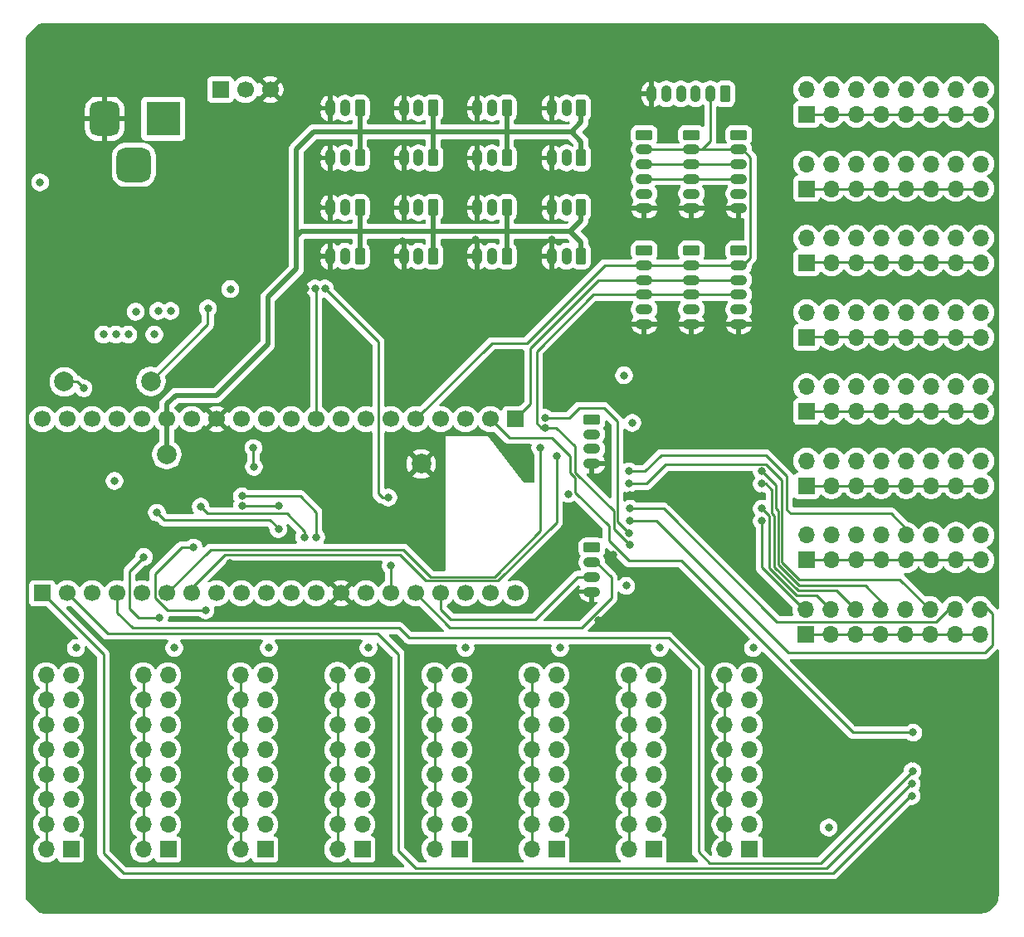
<source format=gbr>
%TF.GenerationSoftware,KiCad,Pcbnew,9.0.3*%
%TF.CreationDate,2025-07-29T07:15:08-03:00*%
%TF.ProjectId,pi_controller,70695f63-6f6e-4747-926f-6c6c65722e6b,1.0*%
%TF.SameCoordinates,Original*%
%TF.FileFunction,Copper,L4,Bot*%
%TF.FilePolarity,Positive*%
%FSLAX46Y46*%
G04 Gerber Fmt 4.6, Leading zero omitted, Abs format (unit mm)*
G04 Created by KiCad (PCBNEW 9.0.3) date 2025-07-29 07:15:08*
%MOMM*%
%LPD*%
G01*
G04 APERTURE LIST*
G04 Aperture macros list*
%AMRoundRect*
0 Rectangle with rounded corners*
0 $1 Rounding radius*
0 $2 $3 $4 $5 $6 $7 $8 $9 X,Y pos of 4 corners*
0 Add a 4 corners polygon primitive as box body*
4,1,4,$2,$3,$4,$5,$6,$7,$8,$9,$2,$3,0*
0 Add four circle primitives for the rounded corners*
1,1,$1+$1,$2,$3*
1,1,$1+$1,$4,$5*
1,1,$1+$1,$6,$7*
1,1,$1+$1,$8,$9*
0 Add four rect primitives between the rounded corners*
20,1,$1+$1,$2,$3,$4,$5,0*
20,1,$1+$1,$4,$5,$6,$7,0*
20,1,$1+$1,$6,$7,$8,$9,0*
20,1,$1+$1,$8,$9,$2,$3,0*%
G04 Aperture macros list end*
%TA.AperFunction,ComponentPad*%
%ADD10RoundRect,0.250000X0.265000X0.615000X-0.265000X0.615000X-0.265000X-0.615000X0.265000X-0.615000X0*%
%TD*%
%TA.AperFunction,ComponentPad*%
%ADD11O,1.030000X1.730000*%
%TD*%
%TA.AperFunction,ComponentPad*%
%ADD12R,1.700000X1.700000*%
%TD*%
%TA.AperFunction,ComponentPad*%
%ADD13O,1.700000X1.700000*%
%TD*%
%TA.AperFunction,ComponentPad*%
%ADD14C,2.600000*%
%TD*%
%TA.AperFunction,ConnectorPad*%
%ADD15C,3.800000*%
%TD*%
%TA.AperFunction,ComponentPad*%
%ADD16RoundRect,0.250000X-0.615000X0.265000X-0.615000X-0.265000X0.615000X-0.265000X0.615000X0.265000X0*%
%TD*%
%TA.AperFunction,ComponentPad*%
%ADD17O,1.730000X1.030000*%
%TD*%
%TA.AperFunction,ComponentPad*%
%ADD18R,3.500000X3.500000*%
%TD*%
%TA.AperFunction,ComponentPad*%
%ADD19RoundRect,0.750000X-0.750000X-1.000000X0.750000X-1.000000X0.750000X1.000000X-0.750000X1.000000X0*%
%TD*%
%TA.AperFunction,ComponentPad*%
%ADD20RoundRect,0.875000X-0.875000X-0.875000X0.875000X-0.875000X0.875000X0.875000X-0.875000X0.875000X0*%
%TD*%
%TA.AperFunction,ComponentPad*%
%ADD21C,1.700000*%
%TD*%
%TA.AperFunction,SMDPad,CuDef*%
%ADD22C,2.000000*%
%TD*%
%TA.AperFunction,ViaPad*%
%ADD23C,0.800000*%
%TD*%
%TA.AperFunction,Conductor*%
%ADD24C,0.250000*%
%TD*%
%TA.AperFunction,Conductor*%
%ADD25C,0.500000*%
%TD*%
G04 APERTURE END LIST*
D10*
%TO.P,AN14,1,Pin_1*%
%TO.N,VDDA*%
X130937000Y-70104000D03*
D11*
%TO.P,AN14,2,Pin_2*%
%TO.N,/AN14*%
X129437000Y-70104000D03*
%TO.P,AN14,3,Pin_3*%
%TO.N,GND*%
X127937000Y-70104000D03*
%TD*%
D12*
%TO.P,JR1,1,Pin_1*%
%TO.N,Net-(D58-A)*%
X93980000Y-140716000D03*
D13*
%TO.P,JR1,2,Pin_2*%
%TO.N,/ROW1*%
X91440000Y-140716000D03*
%TO.P,JR1,3,Pin_3*%
%TO.N,Net-(D12-A)*%
X93980000Y-138176000D03*
%TO.P,JR1,4,Pin_4*%
%TO.N,/ROW1*%
X91440000Y-138176000D03*
%TO.P,JR1,5,Pin_5*%
%TO.N,Net-(D2-A)*%
X93980000Y-135636000D03*
%TO.P,JR1,6,Pin_6*%
%TO.N,/ROW1*%
X91440000Y-135636000D03*
%TO.P,JR1,7,Pin_7*%
%TO.N,Net-(D11-A)*%
X93980000Y-133096000D03*
%TO.P,JR1,8,Pin_8*%
%TO.N,/ROW1*%
X91440000Y-133096000D03*
%TO.P,JR1,9,Pin_9*%
%TO.N,Net-(D9-A)*%
X93980000Y-130556000D03*
%TO.P,JR1,10,Pin_10*%
%TO.N,/ROW1*%
X91440000Y-130556000D03*
%TO.P,JR1,11,Pin_11*%
%TO.N,Net-(D7-A)*%
X93980000Y-128016000D03*
%TO.P,JR1,12,Pin_12*%
%TO.N,/ROW1*%
X91440000Y-128016000D03*
%TO.P,JR1,13,Pin_13*%
%TO.N,Net-(D5-A)*%
X93980000Y-125476000D03*
%TO.P,JR1,14,Pin_14*%
%TO.N,/ROW1*%
X91440000Y-125476000D03*
%TO.P,JR1,15,Pin_15*%
%TO.N,Net-(D3-A)*%
X93980000Y-122936000D03*
%TO.P,JR1,16,Pin_16*%
%TO.N,/ROW1*%
X91440000Y-122936000D03*
%TD*%
D10*
%TO.P,AN10,1,Pin_1*%
%TO.N,VDDA*%
X123444000Y-70104000D03*
D11*
%TO.P,AN10,2,Pin_2*%
%TO.N,/AN10*%
X121944000Y-70104000D03*
%TO.P,AN10,3,Pin_3*%
%TO.N,GND*%
X120444000Y-70104000D03*
%TD*%
D10*
%TO.P,AN8,1,Pin_1*%
%TO.N,VDDA*%
X138430000Y-65024000D03*
D11*
%TO.P,AN8,2,Pin_2*%
%TO.N,/AN8*%
X136930000Y-65024000D03*
%TO.P,AN8,3,Pin_3*%
%TO.N,GND*%
X135430000Y-65024000D03*
%TD*%
D10*
%TO.P,AN9,1,Pin_1*%
%TO.N,VDDA*%
X123444000Y-65024000D03*
D11*
%TO.P,AN9,2,Pin_2*%
%TO.N,/AN9*%
X121944000Y-65024000D03*
%TO.P,AN9,3,Pin_3*%
%TO.N,GND*%
X120444000Y-65024000D03*
%TD*%
D10*
%TO.P,AN5,1,Pin_1*%
%TO.N,VDDA*%
X138430000Y-80137000D03*
D11*
%TO.P,AN5,2,Pin_2*%
%TO.N,/AN5*%
X136930000Y-80137000D03*
%TO.P,AN5,3,Pin_3*%
%TO.N,GND*%
X135430000Y-80137000D03*
%TD*%
D12*
%TO.P,JR6,1,Pin_1*%
%TO.N,Net-(D64-A)*%
X143510000Y-140716000D03*
D13*
%TO.P,JR6,2,Pin_2*%
%TO.N,/ROW6*%
X140970000Y-140716000D03*
%TO.P,JR6,3,Pin_3*%
%TO.N,Net-(D40-A)*%
X143510000Y-138176000D03*
%TO.P,JR6,4,Pin_4*%
%TO.N,/ROW6*%
X140970000Y-138176000D03*
%TO.P,JR6,5,Pin_5*%
%TO.N,Net-(D41-A)*%
X143510000Y-135636000D03*
%TO.P,JR6,6,Pin_6*%
%TO.N,/ROW6*%
X140970000Y-135636000D03*
%TO.P,JR6,7,Pin_7*%
%TO.N,Net-(D42-A)*%
X143510000Y-133096000D03*
%TO.P,JR6,8,Pin_8*%
%TO.N,/ROW6*%
X140970000Y-133096000D03*
%TO.P,JR6,9,Pin_9*%
%TO.N,Net-(D43-A)*%
X143510000Y-130556000D03*
%TO.P,JR6,10,Pin_10*%
%TO.N,/ROW6*%
X140970000Y-130556000D03*
%TO.P,JR6,11,Pin_11*%
%TO.N,Net-(D44-A)*%
X143510000Y-128016000D03*
%TO.P,JR6,12,Pin_12*%
%TO.N,/ROW6*%
X140970000Y-128016000D03*
%TO.P,JR6,13,Pin_13*%
%TO.N,Net-(D45-A)*%
X143510000Y-125476000D03*
%TO.P,JR6,14,Pin_14*%
%TO.N,/ROW6*%
X140970000Y-125476000D03*
%TO.P,JR6,15,Pin_15*%
%TO.N,Net-(D46-A)*%
X143510000Y-122936000D03*
%TO.P,JR6,16,Pin_16*%
%TO.N,/ROW6*%
X140970000Y-122936000D03*
%TD*%
D12*
%TO.P,JR3,1,Pin_1*%
%TO.N,Net-(D60-A)*%
X113792000Y-140716000D03*
D13*
%TO.P,JR3,2,Pin_2*%
%TO.N,/ROW3*%
X111252000Y-140716000D03*
%TO.P,JR3,3,Pin_3*%
%TO.N,Net-(D36-A)*%
X113792000Y-138176000D03*
%TO.P,JR3,4,Pin_4*%
%TO.N,/ROW3*%
X111252000Y-138176000D03*
%TO.P,JR3,5,Pin_5*%
%TO.N,Net-(D33-A)*%
X113792000Y-135636000D03*
%TO.P,JR3,6,Pin_6*%
%TO.N,/ROW3*%
X111252000Y-135636000D03*
%TO.P,JR3,7,Pin_7*%
%TO.N,Net-(D32-A)*%
X113792000Y-133096000D03*
%TO.P,JR3,8,Pin_8*%
%TO.N,/ROW3*%
X111252000Y-133096000D03*
%TO.P,JR3,9,Pin_9*%
%TO.N,Net-(D34-A)*%
X113792000Y-130556000D03*
%TO.P,JR3,10,Pin_10*%
%TO.N,/ROW3*%
X111252000Y-130556000D03*
%TO.P,JR3,11,Pin_11*%
%TO.N,Net-(D26-A)*%
X113792000Y-128016000D03*
%TO.P,JR3,12,Pin_12*%
%TO.N,/ROW3*%
X111252000Y-128016000D03*
%TO.P,JR3,13,Pin_13*%
%TO.N,Net-(D29-A)*%
X113792000Y-125476000D03*
%TO.P,JR3,14,Pin_14*%
%TO.N,/ROW3*%
X111252000Y-125476000D03*
%TO.P,JR3,15,Pin_15*%
%TO.N,Net-(D35-A)*%
X113792000Y-122936000D03*
%TO.P,JR3,16,Pin_16*%
%TO.N,/ROW3*%
X111252000Y-122936000D03*
%TD*%
D10*
%TO.P,AN1,1,Pin_1*%
%TO.N,VDDA*%
X146026000Y-80137000D03*
D11*
%TO.P,AN1,2,Pin_2*%
%TO.N,/AN1*%
X144526000Y-80137000D03*
%TO.P,AN1,3,Pin_3*%
%TO.N,GND*%
X143026000Y-80137000D03*
%TD*%
D10*
%TO.P,AN13,1,Pin_1*%
%TO.N,VDDA*%
X123444000Y-80137000D03*
D11*
%TO.P,AN13,2,Pin_2*%
%TO.N,/AN13*%
X121944000Y-80137000D03*
%TO.P,AN13,3,Pin_3*%
%TO.N,GND*%
X120444000Y-80137000D03*
%TD*%
D14*
%TO.P,H4,1,1*%
%TO.N,GND*%
X186309000Y-144907000D03*
D15*
X186309000Y-144907000D03*
%TD*%
D10*
%TO.P,AN11,1,Pin_1*%
%TO.N,VDDA*%
X123444000Y-75184000D03*
D11*
%TO.P,AN11,2,Pin_2*%
%TO.N,/AN11*%
X121944000Y-75184000D03*
%TO.P,AN11,3,Pin_3*%
%TO.N,GND*%
X120444000Y-75184000D03*
%TD*%
D10*
%TO.P,JSPI7,1,Pin_1*%
%TO.N,+3V3*%
X160722000Y-63569000D03*
D11*
%TO.P,JSPI7,2,Pin_2*%
%TO.N,/MOSI*%
X159222000Y-63569000D03*
%TO.P,JSPI7,3,Pin_3*%
%TO.N,/MISO*%
X157722000Y-63569000D03*
%TO.P,JSPI7,4,Pin_4*%
%TO.N,/SCLK*%
X156222000Y-63569000D03*
%TO.P,JSPI7,5,Pin_5*%
%TO.N,/CS8*%
X154722000Y-63569000D03*
%TO.P,JSPI7,6,Pin_6*%
%TO.N,GND*%
X153222000Y-63569000D03*
%TD*%
D16*
%TO.P,JSPI2,1,Pin_1*%
%TO.N,+3V3*%
X157295000Y-79562000D03*
D17*
%TO.P,JSPI2,2,Pin_2*%
%TO.N,/MOSI*%
X157295000Y-81062000D03*
%TO.P,JSPI2,3,Pin_3*%
%TO.N,/MISO*%
X157295000Y-82562000D03*
%TO.P,JSPI2,4,Pin_4*%
%TO.N,/SCLK*%
X157295000Y-84062000D03*
%TO.P,JSPI2,5,Pin_5*%
%TO.N,/CS3*%
X157295000Y-85562000D03*
%TO.P,JSPI2,6,Pin_6*%
%TO.N,GND*%
X157295000Y-87062000D03*
%TD*%
D10*
%TO.P,AN3,1,Pin_1*%
%TO.N,VDDA*%
X146026000Y-70104000D03*
D11*
%TO.P,AN3,2,Pin_2*%
%TO.N,/AN3*%
X144526000Y-70104000D03*
%TO.P,AN3,3,Pin_3*%
%TO.N,GND*%
X143026000Y-70104000D03*
%TD*%
D10*
%TO.P,AN12,1,Pin_1*%
%TO.N,VDDA*%
X130937000Y-65024000D03*
D11*
%TO.P,AN12,2,Pin_2*%
%TO.N,/AN12*%
X129437000Y-65024000D03*
%TO.P,AN12,3,Pin_3*%
%TO.N,GND*%
X127937000Y-65024000D03*
%TD*%
D10*
%TO.P,AN2,1,Pin_1*%
%TO.N,VDDA*%
X146026000Y-75184000D03*
D11*
%TO.P,AN2,2,Pin_2*%
%TO.N,/AN2*%
X144526000Y-75184000D03*
%TO.P,AN2,3,Pin_3*%
%TO.N,GND*%
X143026000Y-75184000D03*
%TD*%
D16*
%TO.P,JSPI4,1,Pin_1*%
%TO.N,+3V3*%
X152469000Y-67751000D03*
D17*
%TO.P,JSPI4,2,Pin_2*%
%TO.N,/MOSI*%
X152469000Y-69251000D03*
%TO.P,JSPI4,3,Pin_3*%
%TO.N,/MISO*%
X152469000Y-70751000D03*
%TO.P,JSPI4,4,Pin_4*%
%TO.N,/SCLK*%
X152469000Y-72251000D03*
%TO.P,JSPI4,5,Pin_5*%
%TO.N,/CS6*%
X152469000Y-73751000D03*
%TO.P,JSPI4,6,Pin_6*%
%TO.N,GND*%
X152469000Y-75251000D03*
%TD*%
D12*
%TO.P,J28,1,Pin_1*%
%TO.N,/SEG11*%
X169037000Y-73242714D03*
D13*
%TO.P,J28,2,Pin_2*%
%TO.N,/GRID8*%
X169037000Y-70702714D03*
%TO.P,J28,3,Pin_3*%
%TO.N,/SEG11*%
X171577000Y-73242714D03*
%TO.P,J28,4,Pin_4*%
%TO.N,/GRID7*%
X171577000Y-70702714D03*
%TO.P,J28,5,Pin_5*%
%TO.N,/SEG11*%
X174117000Y-73242714D03*
%TO.P,J28,6,Pin_6*%
%TO.N,/GRID6*%
X174117000Y-70702714D03*
%TO.P,J28,7,Pin_7*%
%TO.N,/SEG11*%
X176657000Y-73242714D03*
%TO.P,J28,8,Pin_8*%
%TO.N,/GRID5*%
X176657000Y-70702714D03*
%TO.P,J28,9,Pin_9*%
%TO.N,/SEG11*%
X179197000Y-73242714D03*
%TO.P,J28,10,Pin_10*%
%TO.N,/GRID4*%
X179197000Y-70702714D03*
%TO.P,J28,11,Pin_11*%
%TO.N,/SEG11*%
X181737000Y-73242714D03*
%TO.P,J28,12,Pin_12*%
%TO.N,/GRID3*%
X181737000Y-70702714D03*
%TO.P,J28,13,Pin_13*%
%TO.N,/SEG11*%
X184277000Y-73242714D03*
%TO.P,J28,14,Pin_14*%
%TO.N,/GRID2*%
X184277000Y-70702714D03*
%TO.P,J28,15,Pin_15*%
%TO.N,/SEG11*%
X186817000Y-73242714D03*
%TO.P,J28,16,Pin_16*%
%TO.N,/GRID1*%
X186817000Y-70702714D03*
%TD*%
D10*
%TO.P,AN7,1,Pin_1*%
%TO.N,VDDA*%
X138430000Y-70104000D03*
D11*
%TO.P,AN7,2,Pin_2*%
%TO.N,/AN7*%
X136930000Y-70104000D03*
%TO.P,AN7,3,Pin_3*%
%TO.N,GND*%
X135430000Y-70104000D03*
%TD*%
D12*
%TO.P,JR4,1,Pin_1*%
%TO.N,Net-(D62-A)*%
X123698000Y-140700210D03*
D13*
%TO.P,JR4,2,Pin_2*%
%TO.N,/ROW4*%
X121158000Y-140700210D03*
%TO.P,JR4,3,Pin_3*%
%TO.N,Net-(D31-A)*%
X123698000Y-138160210D03*
%TO.P,JR4,4,Pin_4*%
%TO.N,/ROW4*%
X121158000Y-138160210D03*
%TO.P,JR4,5,Pin_5*%
%TO.N,Net-(D28-A)*%
X123698000Y-135620210D03*
%TO.P,JR4,6,Pin_6*%
%TO.N,/ROW4*%
X121158000Y-135620210D03*
%TO.P,JR4,7,Pin_7*%
%TO.N,Net-(D25-A)*%
X123698000Y-133080210D03*
%TO.P,JR4,8,Pin_8*%
%TO.N,/ROW4*%
X121158000Y-133080210D03*
%TO.P,JR4,9,Pin_9*%
%TO.N,Net-(D23-A)*%
X123698000Y-130540210D03*
%TO.P,JR4,10,Pin_10*%
%TO.N,/ROW4*%
X121158000Y-130540210D03*
%TO.P,JR4,11,Pin_11*%
%TO.N,Net-(D21-A)*%
X123698000Y-128000210D03*
%TO.P,JR4,12,Pin_12*%
%TO.N,/ROW4*%
X121158000Y-128000210D03*
%TO.P,JR4,13,Pin_13*%
%TO.N,Net-(D18-A)*%
X123698000Y-125460210D03*
%TO.P,JR4,14,Pin_14*%
%TO.N,/ROW4*%
X121158000Y-125460210D03*
%TO.P,JR4,15,Pin_15*%
%TO.N,Net-(D16-A)*%
X123698000Y-122920210D03*
%TO.P,JR4,16,Pin_16*%
%TO.N,/ROW4*%
X121158000Y-122920210D03*
%TD*%
D14*
%TO.P,H2,1,1*%
%TO.N,GND*%
X186436000Y-58674000D03*
D15*
X186436000Y-58674000D03*
%TD*%
D18*
%TO.P,J2,1*%
%TO.N,+9V*%
X103409000Y-66098500D03*
D19*
%TO.P,J2,2*%
%TO.N,GND*%
X97409000Y-66098500D03*
D20*
%TO.P,J2,3*%
%TO.N,unconnected-(J2-Pad3)*%
X100409000Y-70798500D03*
%TD*%
D12*
%TO.P,J27,1,Pin_1*%
%TO.N,/SEG9*%
X169037000Y-88410142D03*
D13*
%TO.P,J27,2,Pin_2*%
%TO.N,/GRID8*%
X169037000Y-85870142D03*
%TO.P,J27,3,Pin_3*%
%TO.N,/SEG9*%
X171577000Y-88410142D03*
%TO.P,J27,4,Pin_4*%
%TO.N,/GRID7*%
X171577000Y-85870142D03*
%TO.P,J27,5,Pin_5*%
%TO.N,/SEG9*%
X174117000Y-88410142D03*
%TO.P,J27,6,Pin_6*%
%TO.N,/GRID6*%
X174117000Y-85870142D03*
%TO.P,J27,7,Pin_7*%
%TO.N,/SEG9*%
X176657000Y-88410142D03*
%TO.P,J27,8,Pin_8*%
%TO.N,/GRID5*%
X176657000Y-85870142D03*
%TO.P,J27,9,Pin_9*%
%TO.N,/SEG9*%
X179197000Y-88410142D03*
%TO.P,J27,10,Pin_10*%
%TO.N,/GRID4*%
X179197000Y-85870142D03*
%TO.P,J27,11,Pin_11*%
%TO.N,/SEG9*%
X181737000Y-88410142D03*
%TO.P,J27,12,Pin_12*%
%TO.N,/GRID3*%
X181737000Y-85870142D03*
%TO.P,J27,13,Pin_13*%
%TO.N,/SEG9*%
X184277000Y-88410142D03*
%TO.P,J27,14,Pin_14*%
%TO.N,/GRID2*%
X184277000Y-85870142D03*
%TO.P,J27,15,Pin_15*%
%TO.N,/SEG9*%
X186817000Y-88410142D03*
%TO.P,J27,16,Pin_16*%
%TO.N,/GRID1*%
X186817000Y-85870142D03*
%TD*%
D12*
%TO.P,J29,1,Pin_1*%
%TO.N,/SEG12*%
X169037000Y-65659000D03*
D13*
%TO.P,J29,2,Pin_2*%
%TO.N,/GRID8*%
X169037000Y-63119000D03*
%TO.P,J29,3,Pin_3*%
%TO.N,/SEG12*%
X171577000Y-65659000D03*
%TO.P,J29,4,Pin_4*%
%TO.N,/GRID7*%
X171577000Y-63119000D03*
%TO.P,J29,5,Pin_5*%
%TO.N,/SEG12*%
X174117000Y-65659000D03*
%TO.P,J29,6,Pin_6*%
%TO.N,/GRID6*%
X174117000Y-63119000D03*
%TO.P,J29,7,Pin_7*%
%TO.N,/SEG12*%
X176657000Y-65659000D03*
%TO.P,J29,8,Pin_8*%
%TO.N,/GRID5*%
X176657000Y-63119000D03*
%TO.P,J29,9,Pin_9*%
%TO.N,/SEG12*%
X179197000Y-65659000D03*
%TO.P,J29,10,Pin_10*%
%TO.N,/GRID4*%
X179197000Y-63119000D03*
%TO.P,J29,11,Pin_11*%
%TO.N,/SEG12*%
X181737000Y-65659000D03*
%TO.P,J29,12,Pin_12*%
%TO.N,/GRID3*%
X181737000Y-63119000D03*
%TO.P,J29,13,Pin_13*%
%TO.N,/SEG12*%
X184277000Y-65659000D03*
%TO.P,J29,14,Pin_14*%
%TO.N,/GRID2*%
X184277000Y-63119000D03*
%TO.P,J29,15,Pin_15*%
%TO.N,/SEG12*%
X186817000Y-65659000D03*
%TO.P,J29,16,Pin_16*%
%TO.N,/GRID1*%
X186817000Y-63119000D03*
%TD*%
D16*
%TO.P,J30,1,Pin_1*%
%TO.N,+3V3*%
X147135000Y-96810000D03*
D17*
%TO.P,J30,2,Pin_2*%
%TO.N,/SDA*%
X147135000Y-98310000D03*
%TO.P,J30,3,Pin_3*%
%TO.N,/SCL*%
X147135000Y-99810000D03*
%TO.P,J30,4,Pin_4*%
%TO.N,GND*%
X147135000Y-101310000D03*
%TD*%
D12*
%TO.P,J35,1,Pin_1*%
%TO.N,/SEG4*%
X169037000Y-95993856D03*
D13*
%TO.P,J35,2,Pin_2*%
%TO.N,/GRID8*%
X169037000Y-93453856D03*
%TO.P,J35,3,Pin_3*%
%TO.N,/SEG4*%
X171577000Y-95993856D03*
%TO.P,J35,4,Pin_4*%
%TO.N,/GRID7*%
X171577000Y-93453856D03*
%TO.P,J35,5,Pin_5*%
%TO.N,/SEG4*%
X174117000Y-95993856D03*
%TO.P,J35,6,Pin_6*%
%TO.N,/GRID6*%
X174117000Y-93453856D03*
%TO.P,J35,7,Pin_7*%
%TO.N,/SEG4*%
X176657000Y-95993856D03*
%TO.P,J35,8,Pin_8*%
%TO.N,/GRID5*%
X176657000Y-93453856D03*
%TO.P,J35,9,Pin_9*%
%TO.N,/SEG4*%
X179197000Y-95993856D03*
%TO.P,J35,10,Pin_10*%
%TO.N,/GRID4*%
X179197000Y-93453856D03*
%TO.P,J35,11,Pin_11*%
%TO.N,/SEG4*%
X181737000Y-95993856D03*
%TO.P,J35,12,Pin_12*%
%TO.N,/GRID3*%
X181737000Y-93453856D03*
%TO.P,J35,13,Pin_13*%
%TO.N,/SEG4*%
X184277000Y-95993856D03*
%TO.P,J35,14,Pin_14*%
%TO.N,/GRID2*%
X184277000Y-93453856D03*
%TO.P,J35,15,Pin_15*%
%TO.N,/SEG4*%
X186817000Y-95993856D03*
%TO.P,J35,16,Pin_16*%
%TO.N,/GRID1*%
X186817000Y-93453856D03*
%TD*%
D12*
%TO.P,J33,1,Pin_1*%
%TO.N,/SEG1*%
X168910000Y-118745000D03*
D13*
%TO.P,J33,2,Pin_2*%
%TO.N,/GRID8*%
X168910000Y-116205000D03*
%TO.P,J33,3,Pin_3*%
%TO.N,/SEG1*%
X171450000Y-118745000D03*
%TO.P,J33,4,Pin_4*%
%TO.N,/GRID7*%
X171450000Y-116205000D03*
%TO.P,J33,5,Pin_5*%
%TO.N,/SEG1*%
X173990000Y-118745000D03*
%TO.P,J33,6,Pin_6*%
%TO.N,/GRID6*%
X173990000Y-116205000D03*
%TO.P,J33,7,Pin_7*%
%TO.N,/SEG1*%
X176530000Y-118745000D03*
%TO.P,J33,8,Pin_8*%
%TO.N,/GRID5*%
X176530000Y-116205000D03*
%TO.P,J33,9,Pin_9*%
%TO.N,/SEG1*%
X179070000Y-118745000D03*
%TO.P,J33,10,Pin_10*%
%TO.N,/GRID4*%
X179070000Y-116205000D03*
%TO.P,J33,11,Pin_11*%
%TO.N,/SEG1*%
X181610000Y-118745000D03*
%TO.P,J33,12,Pin_12*%
%TO.N,/GRID3*%
X181610000Y-116205000D03*
%TO.P,J33,13,Pin_13*%
%TO.N,/SEG1*%
X184150000Y-118745000D03*
%TO.P,J33,14,Pin_14*%
%TO.N,/GRID2*%
X184150000Y-116205000D03*
%TO.P,J33,15,Pin_15*%
%TO.N,/SEG1*%
X186690000Y-118745000D03*
%TO.P,J33,16,Pin_16*%
%TO.N,/GRID1*%
X186690000Y-116205000D03*
%TD*%
D14*
%TO.P,H3,1,1*%
%TO.N,GND*%
X91694000Y-144907000D03*
D15*
X91694000Y-144907000D03*
%TD*%
D10*
%TO.P,AN16,1,Pin_1*%
%TO.N,VDDA*%
X130937000Y-80137000D03*
D11*
%TO.P,AN16,2,Pin_2*%
%TO.N,/AN16*%
X129437000Y-80137000D03*
%TO.P,AN16,3,Pin_3*%
%TO.N,GND*%
X127937000Y-80137000D03*
%TD*%
D12*
%TO.P,JR7,1,Pin_1*%
%TO.N,Net-(D63-A)*%
X153416000Y-140716000D03*
D13*
%TO.P,JR7,2,Pin_2*%
%TO.N,/ROW7*%
X150876000Y-140716000D03*
%TO.P,JR7,3,Pin_3*%
%TO.N,Net-(D48-A)*%
X153416000Y-138176000D03*
%TO.P,JR7,4,Pin_4*%
%TO.N,/ROW7*%
X150876000Y-138176000D03*
%TO.P,JR7,5,Pin_5*%
%TO.N,Net-(D50-A)*%
X153416000Y-135636000D03*
%TO.P,JR7,6,Pin_6*%
%TO.N,/ROW7*%
X150876000Y-135636000D03*
%TO.P,JR7,7,Pin_7*%
%TO.N,Net-(D38-A)*%
X153416000Y-133096000D03*
%TO.P,JR7,8,Pin_8*%
%TO.N,/ROW7*%
X150876000Y-133096000D03*
%TO.P,JR7,9,Pin_9*%
%TO.N,Net-(D39-A)*%
X153416000Y-130556000D03*
%TO.P,JR7,10,Pin_10*%
%TO.N,/ROW7*%
X150876000Y-130556000D03*
%TO.P,JR7,11,Pin_11*%
%TO.N,Net-(D49-A)*%
X153416000Y-128016000D03*
%TO.P,JR7,12,Pin_12*%
%TO.N,/ROW7*%
X150876000Y-128016000D03*
%TO.P,JR7,13,Pin_13*%
%TO.N,Net-(D37-A)*%
X153416000Y-125476000D03*
%TO.P,JR7,14,Pin_14*%
%TO.N,/ROW7*%
X150876000Y-125476000D03*
%TO.P,JR7,15,Pin_15*%
%TO.N,Net-(D47-A)*%
X153416000Y-122936000D03*
%TO.P,JR7,16,Pin_16*%
%TO.N,/ROW7*%
X150876000Y-122936000D03*
%TD*%
D12*
%TO.P,JR2,1,Pin_1*%
%TO.N,Net-(D59-A)*%
X103886000Y-140716000D03*
D13*
%TO.P,JR2,2,Pin_2*%
%TO.N,/ROW2*%
X101346000Y-140716000D03*
%TO.P,JR2,3,Pin_3*%
%TO.N,Net-(D13-A)*%
X103886000Y-138176000D03*
%TO.P,JR2,4,Pin_4*%
%TO.N,/ROW2*%
X101346000Y-138176000D03*
%TO.P,JR2,5,Pin_5*%
%TO.N,Net-(D14-A)*%
X103886000Y-135636000D03*
%TO.P,JR2,6,Pin_6*%
%TO.N,/ROW2*%
X101346000Y-135636000D03*
%TO.P,JR2,7,Pin_7*%
%TO.N,Net-(D10-A)*%
X103886000Y-133096000D03*
%TO.P,JR2,8,Pin_8*%
%TO.N,/ROW2*%
X101346000Y-133096000D03*
%TO.P,JR2,9,Pin_9*%
%TO.N,Net-(D8-A)*%
X103886000Y-130556000D03*
%TO.P,JR2,10,Pin_10*%
%TO.N,/ROW2*%
X101346000Y-130556000D03*
%TO.P,JR2,11,Pin_11*%
%TO.N,Net-(D6-A)*%
X103886000Y-128016000D03*
%TO.P,JR2,12,Pin_12*%
%TO.N,/ROW2*%
X101346000Y-128016000D03*
%TO.P,JR2,13,Pin_13*%
%TO.N,Net-(D15-A)*%
X103886000Y-125476000D03*
%TO.P,JR2,14,Pin_14*%
%TO.N,/ROW2*%
X101346000Y-125476000D03*
%TO.P,JR2,15,Pin_15*%
%TO.N,Net-(D4-A)*%
X103886000Y-122936000D03*
%TO.P,JR2,16,Pin_16*%
%TO.N,/ROW2*%
X101346000Y-122936000D03*
%TD*%
D12*
%TO.P,J26,1,Pin_1*%
%TO.N,/SEG10*%
X169037000Y-80826428D03*
D13*
%TO.P,J26,2,Pin_2*%
%TO.N,/GRID8*%
X169037000Y-78286428D03*
%TO.P,J26,3,Pin_3*%
%TO.N,/SEG10*%
X171577000Y-80826428D03*
%TO.P,J26,4,Pin_4*%
%TO.N,/GRID7*%
X171577000Y-78286428D03*
%TO.P,J26,5,Pin_5*%
%TO.N,/SEG10*%
X174117000Y-80826428D03*
%TO.P,J26,6,Pin_6*%
%TO.N,/GRID6*%
X174117000Y-78286428D03*
%TO.P,J26,7,Pin_7*%
%TO.N,/SEG10*%
X176657000Y-80826428D03*
%TO.P,J26,8,Pin_8*%
%TO.N,/GRID5*%
X176657000Y-78286428D03*
%TO.P,J26,9,Pin_9*%
%TO.N,/SEG10*%
X179197000Y-80826428D03*
%TO.P,J26,10,Pin_10*%
%TO.N,/GRID4*%
X179197000Y-78286428D03*
%TO.P,J26,11,Pin_11*%
%TO.N,/SEG10*%
X181737000Y-80826428D03*
%TO.P,J26,12,Pin_12*%
%TO.N,/GRID3*%
X181737000Y-78286428D03*
%TO.P,J26,13,Pin_13*%
%TO.N,/SEG10*%
X184277000Y-80826428D03*
%TO.P,J26,14,Pin_14*%
%TO.N,/GRID2*%
X184277000Y-78286428D03*
%TO.P,J26,15,Pin_15*%
%TO.N,/SEG10*%
X186817000Y-80826428D03*
%TO.P,J26,16,Pin_16*%
%TO.N,/GRID1*%
X186817000Y-78286428D03*
%TD*%
D10*
%TO.P,AN4,1,Pin_1*%
%TO.N,VDDA*%
X146026000Y-65024000D03*
D11*
%TO.P,AN4,2,Pin_2*%
%TO.N,/AN4*%
X144526000Y-65024000D03*
%TO.P,AN4,3,Pin_3*%
%TO.N,GND*%
X143026000Y-65024000D03*
%TD*%
D12*
%TO.P,J34,1,Pin_1*%
%TO.N,/SEG2*%
X169037000Y-111161284D03*
D13*
%TO.P,J34,2,Pin_2*%
%TO.N,/GRID8*%
X169037000Y-108621284D03*
%TO.P,J34,3,Pin_3*%
%TO.N,/SEG2*%
X171577000Y-111161284D03*
%TO.P,J34,4,Pin_4*%
%TO.N,/GRID7*%
X171577000Y-108621284D03*
%TO.P,J34,5,Pin_5*%
%TO.N,/SEG2*%
X174117000Y-111161284D03*
%TO.P,J34,6,Pin_6*%
%TO.N,/GRID6*%
X174117000Y-108621284D03*
%TO.P,J34,7,Pin_7*%
%TO.N,/SEG2*%
X176657000Y-111161284D03*
%TO.P,J34,8,Pin_8*%
%TO.N,/GRID5*%
X176657000Y-108621284D03*
%TO.P,J34,9,Pin_9*%
%TO.N,/SEG2*%
X179197000Y-111161284D03*
%TO.P,J34,10,Pin_10*%
%TO.N,/GRID4*%
X179197000Y-108621284D03*
%TO.P,J34,11,Pin_11*%
%TO.N,/SEG2*%
X181737000Y-111161284D03*
%TO.P,J34,12,Pin_12*%
%TO.N,/GRID3*%
X181737000Y-108621284D03*
%TO.P,J34,13,Pin_13*%
%TO.N,/SEG2*%
X184277000Y-111161284D03*
%TO.P,J34,14,Pin_14*%
%TO.N,/GRID2*%
X184277000Y-108621284D03*
%TO.P,J34,15,Pin_15*%
%TO.N,/SEG2*%
X186817000Y-111161284D03*
%TO.P,J34,16,Pin_16*%
%TO.N,/GRID1*%
X186817000Y-108621284D03*
%TD*%
D12*
%TO.P,J3,1,Pin_1*%
%TO.N,/COL_MUX_A*%
X91059000Y-114554000D03*
D21*
%TO.P,J3,2,Pin_2*%
%TO.N,/COL_MUX_B*%
X93599000Y-114554000D03*
%TO.P,J3,3,Pin_3*%
%TO.N,unconnected-(J3-Pin_3-Pad3)*%
X96139000Y-114554000D03*
%TO.P,J3,4,Pin_4*%
%TO.N,/COL_MUX_C*%
X98679000Y-114554000D03*
%TO.P,J3,5,Pin_5*%
%TO.N,/ROW_MUX_C*%
X101219000Y-114554000D03*
%TO.P,J3,6,Pin_6*%
%TO.N,/SDA*%
X103759000Y-114554000D03*
%TO.P,J3,7,Pin_7*%
%TO.N,/SCL*%
X106299000Y-114554000D03*
%TO.P,J3,8,Pin_8*%
%TO.N,unconnected-(J3-Pin_8-Pad8)*%
X108839000Y-114554000D03*
%TO.P,J3,9,Pin_9*%
%TO.N,/ROW_MUX_A*%
X111379000Y-114554000D03*
%TO.P,J3,10,Pin_10*%
%TO.N,/ROW_MUX_B*%
X113919000Y-114554000D03*
%TO.P,J3,11,Pin_11*%
%TO.N,/CS_ROW*%
X116459000Y-114554000D03*
%TO.P,J3,12,Pin_12*%
%TO.N,/ROW_INPUT*%
X118999000Y-114554000D03*
%TO.P,J3,13,Pin_13*%
%TO.N,GND*%
X121539000Y-114554000D03*
%TO.P,J3,14,Pin_14*%
%TO.N,/SPI_MUX_A*%
X124079000Y-114554000D03*
%TO.P,J3,15,Pin_15*%
%TO.N,/ADC_MUX_D*%
X126619000Y-114554000D03*
%TO.P,J3,16,Pin_16*%
%TO.N,/UART0_TX*%
X129159000Y-114554000D03*
%TO.P,J3,17,Pin_17*%
%TO.N,/UART0_RX*%
X131699000Y-114554000D03*
%TO.P,J3,18,Pin_18*%
%TO.N,unconnected-(J3-Pin_18-Pad18)*%
X134239000Y-114554000D03*
%TO.P,J3,19,Pin_19*%
%TO.N,/SPI_MUX_B*%
X136779000Y-114554000D03*
%TO.P,J3,20,Pin_20*%
%TO.N,/SPI_MUX_C*%
X139319000Y-114554000D03*
%TD*%
D12*
%TO.P,J32,1,Pin_1*%
%TO.N,/SEG3*%
X169037000Y-103577570D03*
D13*
%TO.P,J32,2,Pin_2*%
%TO.N,/GRID8*%
X169037000Y-101037570D03*
%TO.P,J32,3,Pin_3*%
%TO.N,/SEG3*%
X171577000Y-103577570D03*
%TO.P,J32,4,Pin_4*%
%TO.N,/GRID7*%
X171577000Y-101037570D03*
%TO.P,J32,5,Pin_5*%
%TO.N,/SEG3*%
X174117000Y-103577570D03*
%TO.P,J32,6,Pin_6*%
%TO.N,/GRID6*%
X174117000Y-101037570D03*
%TO.P,J32,7,Pin_7*%
%TO.N,/SEG3*%
X176657000Y-103577570D03*
%TO.P,J32,8,Pin_8*%
%TO.N,/GRID5*%
X176657000Y-101037570D03*
%TO.P,J32,9,Pin_9*%
%TO.N,/SEG3*%
X179197000Y-103577570D03*
%TO.P,J32,10,Pin_10*%
%TO.N,/GRID4*%
X179197000Y-101037570D03*
%TO.P,J32,11,Pin_11*%
%TO.N,/SEG3*%
X181737000Y-103577570D03*
%TO.P,J32,12,Pin_12*%
%TO.N,/GRID3*%
X181737000Y-101037570D03*
%TO.P,J32,13,Pin_13*%
%TO.N,/SEG3*%
X184277000Y-103577570D03*
%TO.P,J32,14,Pin_14*%
%TO.N,/GRID2*%
X184277000Y-101037570D03*
%TO.P,J32,15,Pin_15*%
%TO.N,/SEG3*%
X186817000Y-103577570D03*
%TO.P,J32,16,Pin_16*%
%TO.N,/GRID1*%
X186817000Y-101037570D03*
%TD*%
D12*
%TO.P,JR8,1,Pin_1*%
%TO.N,Net-(D65-A)*%
X163228000Y-140716000D03*
D13*
%TO.P,JR8,2,Pin_2*%
%TO.N,/ROW8*%
X160688000Y-140716000D03*
%TO.P,JR8,3,Pin_3*%
%TO.N,Net-(D56-A)*%
X163228000Y-138176000D03*
%TO.P,JR8,4,Pin_4*%
%TO.N,/ROW8*%
X160688000Y-138176000D03*
%TO.P,JR8,5,Pin_5*%
%TO.N,Net-(D57-A)*%
X163228000Y-135636000D03*
%TO.P,JR8,6,Pin_6*%
%TO.N,/ROW8*%
X160688000Y-135636000D03*
%TO.P,JR8,7,Pin_7*%
%TO.N,Net-(D55-A)*%
X163228000Y-133096000D03*
%TO.P,JR8,8,Pin_8*%
%TO.N,/ROW8*%
X160688000Y-133096000D03*
%TO.P,JR8,9,Pin_9*%
%TO.N,Net-(D51-A)*%
X163228000Y-130556000D03*
%TO.P,JR8,10,Pin_10*%
%TO.N,/ROW8*%
X160688000Y-130556000D03*
%TO.P,JR8,11,Pin_11*%
%TO.N,Net-(D53-A)*%
X163228000Y-128016000D03*
%TO.P,JR8,12,Pin_12*%
%TO.N,/ROW8*%
X160688000Y-128016000D03*
%TO.P,JR8,13,Pin_13*%
%TO.N,Net-(D52-A)*%
X163228000Y-125476000D03*
%TO.P,JR8,14,Pin_14*%
%TO.N,/ROW8*%
X160688000Y-125476000D03*
%TO.P,JR8,15,Pin_15*%
%TO.N,Net-(D54-A)*%
X163228000Y-122936000D03*
%TO.P,JR8,16,Pin_16*%
%TO.N,/ROW8*%
X160688000Y-122936000D03*
%TD*%
D14*
%TO.P,H1,1,1*%
%TO.N,GND*%
X91694000Y-58801000D03*
D15*
X91694000Y-58801000D03*
%TD*%
D12*
%TO.P,J1,1,Pin_1*%
%TO.N,+9V*%
X109235000Y-63119000D03*
D21*
%TO.P,J1,2,Pin_2*%
%TO.N,Net-(J1-Pin_2)*%
X111775000Y-63119000D03*
%TO.P,J1,3,Pin_3*%
%TO.N,GND*%
X114315000Y-63119000D03*
%TD*%
D16*
%TO.P,JSPI5,1,Pin_1*%
%TO.N,+3V3*%
X157295000Y-67751000D03*
D17*
%TO.P,JSPI5,2,Pin_2*%
%TO.N,/MOSI*%
X157295000Y-69251000D03*
%TO.P,JSPI5,3,Pin_3*%
%TO.N,/MISO*%
X157295000Y-70751000D03*
%TO.P,JSPI5,4,Pin_4*%
%TO.N,/SCLK*%
X157295000Y-72251000D03*
%TO.P,JSPI5,5,Pin_5*%
%TO.N,/CS4*%
X157295000Y-73751000D03*
%TO.P,JSPI5,6,Pin_6*%
%TO.N,GND*%
X157295000Y-75251000D03*
%TD*%
D16*
%TO.P,J31,1,Pin_1*%
%TO.N,+3V3*%
X147135000Y-109891000D03*
D17*
%TO.P,J31,2,Pin_2*%
%TO.N,/UART0_TX*%
X147135000Y-111391000D03*
%TO.P,J31,3,Pin_3*%
%TO.N,/UART0_RX*%
X147135000Y-112891000D03*
%TO.P,J31,4,Pin_4*%
%TO.N,GND*%
X147135000Y-114391000D03*
%TD*%
D16*
%TO.P,JSPI1,1,Pin_1*%
%TO.N,+3V3*%
X152469000Y-79562000D03*
D17*
%TO.P,JSPI1,2,Pin_2*%
%TO.N,/MOSI*%
X152469000Y-81062000D03*
%TO.P,JSPI1,3,Pin_3*%
%TO.N,/MISO*%
X152469000Y-82562000D03*
%TO.P,JSPI1,4,Pin_4*%
%TO.N,/SCLK*%
X152469000Y-84062000D03*
%TO.P,JSPI1,5,Pin_5*%
%TO.N,/CS2*%
X152469000Y-85562000D03*
%TO.P,JSPI1,6,Pin_6*%
%TO.N,GND*%
X152469000Y-87062000D03*
%TD*%
D10*
%TO.P,AN15,1,Pin_1*%
%TO.N,VDDA*%
X130937000Y-75184000D03*
D11*
%TO.P,AN15,2,Pin_2*%
%TO.N,/AN15*%
X129437000Y-75184000D03*
%TO.P,AN15,3,Pin_3*%
%TO.N,GND*%
X127937000Y-75184000D03*
%TD*%
D16*
%TO.P,JSPI6,1,Pin_1*%
%TO.N,+3V3*%
X162121000Y-67751000D03*
D17*
%TO.P,JSPI6,2,Pin_2*%
%TO.N,/MOSI*%
X162121000Y-69251000D03*
%TO.P,JSPI6,3,Pin_3*%
%TO.N,/MISO*%
X162121000Y-70751000D03*
%TO.P,JSPI6,4,Pin_4*%
%TO.N,/SCLK*%
X162121000Y-72251000D03*
%TO.P,JSPI6,5,Pin_5*%
%TO.N,/CS7*%
X162121000Y-73751000D03*
%TO.P,JSPI6,6,Pin_6*%
%TO.N,GND*%
X162121000Y-75251000D03*
%TD*%
D12*
%TO.P,JR5,1,Pin_1*%
%TO.N,Net-(D61-A)*%
X133604000Y-140716000D03*
D13*
%TO.P,JR5,2,Pin_2*%
%TO.N,/ROW5*%
X131064000Y-140716000D03*
%TO.P,JR5,3,Pin_3*%
%TO.N,Net-(D30-A)*%
X133604000Y-138176000D03*
%TO.P,JR5,4,Pin_4*%
%TO.N,/ROW5*%
X131064000Y-138176000D03*
%TO.P,JR5,5,Pin_5*%
%TO.N,Net-(D27-A)*%
X133604000Y-135636000D03*
%TO.P,JR5,6,Pin_6*%
%TO.N,/ROW5*%
X131064000Y-135636000D03*
%TO.P,JR5,7,Pin_7*%
%TO.N,Net-(D24-A)*%
X133604000Y-133096000D03*
%TO.P,JR5,8,Pin_8*%
%TO.N,/ROW5*%
X131064000Y-133096000D03*
%TO.P,JR5,9,Pin_9*%
%TO.N,Net-(D22-A)*%
X133604000Y-130556000D03*
%TO.P,JR5,10,Pin_10*%
%TO.N,/ROW5*%
X131064000Y-130556000D03*
%TO.P,JR5,11,Pin_11*%
%TO.N,Net-(D20-A)*%
X133604000Y-128016000D03*
%TO.P,JR5,12,Pin_12*%
%TO.N,/ROW5*%
X131064000Y-128016000D03*
%TO.P,JR5,13,Pin_13*%
%TO.N,Net-(D17-A)*%
X133604000Y-125476000D03*
%TO.P,JR5,14,Pin_14*%
%TO.N,/ROW5*%
X131064000Y-125476000D03*
%TO.P,JR5,15,Pin_15*%
%TO.N,Net-(D19-A)*%
X133604000Y-122936000D03*
%TO.P,JR5,16,Pin_16*%
%TO.N,/ROW5*%
X131064000Y-122936000D03*
%TD*%
D16*
%TO.P,JSPI3,1,Pin_1*%
%TO.N,+3V3*%
X162121000Y-79562000D03*
D17*
%TO.P,JSPI3,2,Pin_2*%
%TO.N,/MOSI*%
X162121000Y-81062000D03*
%TO.P,JSPI3,3,Pin_3*%
%TO.N,/MISO*%
X162121000Y-82562000D03*
%TO.P,JSPI3,4,Pin_4*%
%TO.N,/SCLK*%
X162121000Y-84062000D03*
%TO.P,JSPI3,5,Pin_5*%
%TO.N,/CS5*%
X162121000Y-85562000D03*
%TO.P,JSPI3,6,Pin_6*%
%TO.N,GND*%
X162121000Y-87062000D03*
%TD*%
D10*
%TO.P,AN6,1,Pin_1*%
%TO.N,VDDA*%
X138430000Y-75184000D03*
D11*
%TO.P,AN6,2,Pin_2*%
%TO.N,/AN6*%
X136930000Y-75184000D03*
%TO.P,AN6,3,Pin_3*%
%TO.N,GND*%
X135430000Y-75184000D03*
%TD*%
D12*
%TO.P,J4,1,Pin_1*%
%TO.N,/MISO*%
X139319000Y-96774000D03*
D21*
%TO.P,J4,2,Pin_2*%
%TO.N,/CS_COL*%
X136779000Y-96774000D03*
%TO.P,J4,3,Pin_3*%
%TO.N,unconnected-(J4-Pin_3-Pad3)*%
X134239000Y-96774000D03*
%TO.P,J4,4,Pin_4*%
%TO.N,/SCLK*%
X131699000Y-96774000D03*
%TO.P,J4,5,Pin_5*%
%TO.N,/MOSI*%
X129159000Y-96774000D03*
%TO.P,J4,6,Pin_6*%
%TO.N,/ADC_MUX_A*%
X126619000Y-96774000D03*
%TO.P,J4,7,Pin_7*%
%TO.N,/ADC_MUX_B*%
X124079000Y-96774000D03*
%TO.P,J4,8,Pin_8*%
%TO.N,unconnected-(J4-Pin_8-Pad8)*%
X121539000Y-96774000D03*
%TO.P,J4,9,Pin_9*%
%TO.N,/ADC_MUX_C*%
X118999000Y-96774000D03*
%TO.P,J4,10,Pin_10*%
%TO.N,unconnected-(J4-Pin_10-Pad10)*%
X116459000Y-96774000D03*
%TO.P,J4,11,Pin_11*%
%TO.N,/ADC0*%
X113919000Y-96774000D03*
%TO.P,J4,12,Pin_12*%
%TO.N,/SPI_MUX_CS*%
X111379000Y-96774000D03*
%TO.P,J4,13,Pin_13*%
%TO.N,GND*%
X108839000Y-96774000D03*
%TO.P,J4,14,Pin_14*%
%TO.N,/PWM_OUT*%
X106299000Y-96774000D03*
%TO.P,J4,15,Pin_15*%
%TO.N,VDDA*%
X103759000Y-96774000D03*
%TO.P,J4,16,Pin_16*%
%TO.N,unconnected-(J4-Pin_16-Pad16)*%
X101219000Y-96774000D03*
%TO.P,J4,17,Pin_17*%
%TO.N,unconnected-(J4-Pin_17-Pad17)*%
X98679000Y-96774000D03*
%TO.P,J4,18,Pin_18*%
%TO.N,unconnected-(J4-Pin_18-Pad18)*%
X96139000Y-96774000D03*
%TO.P,J4,19,Pin_19*%
%TO.N,unconnected-(J4-Pin_19-Pad19)*%
X93599000Y-96774000D03*
%TO.P,J4,20,Pin_20*%
%TO.N,unconnected-(J4-Pin_20-Pad20)*%
X91059000Y-96774000D03*
%TD*%
D22*
%TO.P,TP1,1,1*%
%TO.N,GND*%
X129717800Y-101346000D03*
%TD*%
%TO.P,TP4,1,1*%
%TO.N,+3V3*%
X93294200Y-92964000D03*
%TD*%
%TO.P,TP2,1,1*%
%TO.N,VDDA*%
X103759000Y-100380800D03*
%TD*%
%TO.P,TP3,1,1*%
%TO.N,Net-(D1-A)*%
X102133400Y-92913200D03*
%TD*%
D23*
%TO.N,GND*%
X141605000Y-70104000D03*
X112720500Y-75473000D03*
X139319000Y-91059000D03*
X103886000Y-144907000D03*
X143764000Y-111379000D03*
X119253000Y-70104000D03*
X107772200Y-121005600D03*
X113792000Y-144907000D03*
X150978500Y-104521000D03*
X151942800Y-89814400D03*
X121158000Y-144907000D03*
X106680000Y-78613000D03*
X147822698Y-117291898D03*
X147548600Y-120396000D03*
X112720500Y-74457000D03*
X106807000Y-92885500D03*
X110109000Y-89916000D03*
X111480600Y-108661200D03*
X98425000Y-63119000D03*
X126619000Y-65024000D03*
X133985000Y-70104000D03*
X92837000Y-69342000D03*
X94234000Y-63119000D03*
X186817000Y-90932000D03*
X102362000Y-78613000D03*
X128854200Y-120345200D03*
X186817000Y-113538000D03*
X186817000Y-83058000D03*
X179832000Y-131445000D03*
X95631000Y-63119000D03*
X119253000Y-75184000D03*
X126619000Y-75184000D03*
X103632000Y-78613000D03*
X155448000Y-113919000D03*
X127127000Y-90805000D03*
X105156000Y-78613000D03*
X157353000Y-99187000D03*
X148463000Y-86614000D03*
X158623000Y-99187000D03*
X141605000Y-113792000D03*
X141605000Y-65024000D03*
X106045000Y-61341000D03*
X119253000Y-65024000D03*
X186817000Y-98552000D03*
X132588000Y-90805000D03*
X97028000Y-63119000D03*
X112720500Y-76489000D03*
X118491000Y-121031000D03*
X98628200Y-121005600D03*
X120650000Y-92329000D03*
X135255000Y-78486000D03*
X101092000Y-78613000D03*
X117856000Y-83439000D03*
X93802200Y-110896400D03*
X137845800Y-120396000D03*
X117678200Y-116230400D03*
X180019000Y-126365000D03*
X172567600Y-138480800D03*
X112141000Y-81153000D03*
X127762000Y-78613000D03*
X133985000Y-75184000D03*
X96901000Y-79375000D03*
X90805000Y-92202000D03*
X186817000Y-75819000D03*
X93853000Y-99771200D03*
X94234000Y-66167000D03*
X103182198Y-90177398D03*
X150876000Y-144907000D03*
X92837000Y-64643000D03*
X92837000Y-66167000D03*
X186817000Y-106045000D03*
X164465000Y-104648000D03*
X92837000Y-63119000D03*
X143002000Y-78486000D03*
X98171000Y-81153000D03*
X149319202Y-110649798D03*
X186817000Y-68199000D03*
X162433000Y-99314000D03*
X94234000Y-67691000D03*
X141772000Y-75311000D03*
X144653000Y-105918000D03*
X121488200Y-111912400D03*
X126619000Y-70104000D03*
X133985000Y-65024000D03*
X143510000Y-144907000D03*
X94234000Y-70866000D03*
X98425000Y-104851200D03*
X99441000Y-81153000D03*
X119253000Y-80137000D03*
X92837000Y-67691000D03*
X110159800Y-111506000D03*
X92837000Y-72390000D03*
X94234000Y-64643000D03*
X92837000Y-70866000D03*
X94234000Y-69342000D03*
X179892000Y-130175000D03*
X144399000Y-91059000D03*
X163195000Y-144907000D03*
X110185200Y-87833200D03*
X106680000Y-80205000D03*
X90805000Y-78232000D03*
X96901000Y-81153000D03*
%TO.N,+3V3*%
X97282000Y-88138000D03*
X143881500Y-120142000D03*
X124333000Y-120142000D03*
X134239000Y-120142000D03*
X98552000Y-88138000D03*
X163576000Y-120142000D03*
X150418800Y-92303600D03*
X104521000Y-120142000D03*
X94488000Y-120142000D03*
X102489000Y-88138000D03*
X171297600Y-138480800D03*
X102870000Y-85725000D03*
X154051000Y-120142000D03*
X144753107Y-104399379D03*
X95275400Y-93624400D03*
X98425000Y-103073200D03*
X150622000Y-113792000D03*
X104140000Y-85725000D03*
X90830400Y-72593200D03*
X151257000Y-97155000D03*
X110236000Y-83493000D03*
X114173000Y-120142000D03*
X99822000Y-88138000D03*
X100584000Y-85805511D03*
%TO.N,Net-(D1-A)*%
X107950000Y-85471000D03*
%TO.N,/SCL*%
X143510000Y-100584000D03*
%TO.N,/SDA*%
X141859000Y-99695000D03*
%TO.N,/SCLK*%
X150997000Y-109638000D03*
X142367000Y-97647003D03*
%TO.N,/MOSI*%
X150954000Y-108458000D03*
X142367000Y-96647000D03*
%TO.N,/GRID1*%
X151042000Y-107188000D03*
%TO.N,/GRID5*%
X164465000Y-102108000D03*
%TO.N,/GRID7*%
X164465000Y-105918000D03*
%TO.N,/GRID3*%
X150915000Y-103378000D03*
%TO.N,/GRID6*%
X164465000Y-103378000D03*
%TO.N,/GRID8*%
X164465000Y-107188000D03*
%TO.N,/GRID4*%
X150915000Y-102108000D03*
%TO.N,/GRID2*%
X151042000Y-105918000D03*
%TO.N,/ROW5*%
X101422200Y-110845600D03*
X103017098Y-117054000D03*
%TO.N,/ROW6*%
X107721400Y-116281200D03*
X106502200Y-109880400D03*
%TO.N,/ROW7*%
X102743000Y-106324400D03*
X115147000Y-107993000D03*
%TO.N,/ROW8*%
X107213400Y-105714800D03*
X117779800Y-108813600D03*
%TO.N,/ADC_MUX_D*%
X126619000Y-111760000D03*
X119888000Y-83439000D03*
X126365000Y-104775000D03*
%TO.N,/ADC_MUX_C*%
X118872000Y-83439000D03*
%TO.N,/COL_MUX_B*%
X179765000Y-133985000D03*
%TO.N,/COL_MUX_A*%
X179765000Y-135255000D03*
%TO.N,/COL_MUX_C*%
X179832000Y-132715000D03*
%TO.N,/CS_COL*%
X179908200Y-128778000D03*
%TO.N,/ROW_INPUT*%
X111429800Y-104648000D03*
X118999000Y-108813600D03*
%TO.N,/ROW_MUX_A*%
X112649000Y-101650800D03*
X112598200Y-99720400D03*
%TO.N,/CS_ROW*%
X115189000Y-105665000D03*
X111429800Y-105664000D03*
%TD*%
D24*
%TO.N,+3V3*%
X94615000Y-92964000D02*
X95275400Y-93624400D01*
X93294200Y-92964000D02*
X94615000Y-92964000D01*
D25*
%TO.N,VDDA*%
X138430000Y-75184000D02*
X138430000Y-80137000D01*
X116967000Y-78105000D02*
X117475000Y-77597000D01*
X103759000Y-96774000D02*
X103759000Y-100380800D01*
X138430000Y-67437000D02*
X138430000Y-67183000D01*
X116967000Y-81407000D02*
X114046000Y-84328000D01*
X138430000Y-67183000D02*
X138430000Y-65024000D01*
X138430000Y-67183000D02*
X138430000Y-70104000D01*
X146026000Y-78716000D02*
X146026000Y-80137000D01*
X146026000Y-68429000D02*
X146026000Y-70104000D01*
X146026000Y-66445000D02*
X146026000Y-65024000D01*
X144907000Y-77597000D02*
X146026000Y-76478000D01*
X146026000Y-76478000D02*
X146026000Y-75184000D01*
X123444000Y-65024000D02*
X123444000Y-70104000D01*
X108839000Y-94361000D02*
X104648000Y-94361000D01*
X145034000Y-67437000D02*
X146026000Y-66445000D01*
X123444000Y-75184000D02*
X123444000Y-80137000D01*
X145034000Y-67437000D02*
X146026000Y-68429000D01*
X130937000Y-75184000D02*
X130937000Y-80137000D01*
X116967000Y-69215000D02*
X118745000Y-67437000D01*
X144907000Y-77597000D02*
X146026000Y-78716000D01*
X118745000Y-67437000D02*
X138430000Y-67437000D01*
X117475000Y-77597000D02*
X144907000Y-77597000D01*
X104648000Y-94361000D02*
X103759000Y-95250000D01*
X116967000Y-78105000D02*
X116967000Y-69215000D01*
X116967000Y-81407000D02*
X116967000Y-78105000D01*
X130937000Y-65024000D02*
X130937000Y-70104000D01*
X138430000Y-67437000D02*
X145034000Y-67437000D01*
X103759000Y-95250000D02*
X103759000Y-96774000D01*
X114046000Y-89154000D02*
X108839000Y-94361000D01*
X114046000Y-84328000D02*
X114046000Y-89154000D01*
D24*
%TO.N,Net-(D1-A)*%
X102133400Y-92913200D02*
X107924600Y-87122000D01*
X107924600Y-85496400D02*
X107950000Y-85471000D01*
X107924600Y-87122000D02*
X107924600Y-85496400D01*
%TO.N,/SCL*%
X143510000Y-100584000D02*
X143510000Y-107315000D01*
X127508000Y-110617000D02*
X109677200Y-110617000D01*
X130175000Y-113284000D02*
X127508000Y-110617000D01*
X137541000Y-113284000D02*
X130175000Y-113284000D01*
X143510000Y-107315000D02*
X137541000Y-113284000D01*
X109677200Y-110617000D02*
X106299000Y-113995200D01*
%TO.N,/SDA*%
X137160000Y-112903000D02*
X130683000Y-112903000D01*
X130683000Y-112903000D02*
X127889000Y-110109000D01*
X108204000Y-110109000D02*
X103759000Y-114554000D01*
X127889000Y-110109000D02*
X108204000Y-110109000D01*
X141859000Y-108204000D02*
X137160000Y-112903000D01*
X141859000Y-99695000D02*
X141859000Y-108204000D01*
%TO.N,/UART0_RX*%
X131699000Y-116205000D02*
X132715000Y-117221000D01*
X145681000Y-112891000D02*
X147135000Y-112891000D01*
X131699000Y-114554000D02*
X131699000Y-116205000D01*
X132715000Y-117221000D02*
X141351000Y-117221000D01*
X141351000Y-117221000D02*
X145681000Y-112891000D01*
%TO.N,/UART0_TX*%
X132664200Y-118059200D02*
X129159000Y-114554000D01*
X149098000Y-115062000D02*
X146100800Y-118059200D01*
X147550000Y-111391000D02*
X149098000Y-112939000D01*
X146100800Y-118059200D02*
X132664200Y-118059200D01*
X149098000Y-112939000D02*
X149098000Y-115062000D01*
%TO.N,/SCLK*%
X152469000Y-72251000D02*
X157295000Y-72251000D01*
X143494003Y-97647003D02*
X145415000Y-99568000D01*
X149352000Y-106146841D02*
X149352000Y-107993000D01*
X149352000Y-107993000D02*
X150997000Y-109638000D01*
X147270595Y-84062000D02*
X141478000Y-89854595D01*
X145415000Y-102209841D02*
X149352000Y-106146841D01*
X157295000Y-84062000D02*
X162121000Y-84062000D01*
X152469000Y-84062000D02*
X147270595Y-84062000D01*
X141478000Y-89854595D02*
X141478000Y-97155000D01*
X141970003Y-97647003D02*
X142367000Y-97647003D01*
X157295000Y-72251000D02*
X162121000Y-72251000D01*
X145415000Y-99568000D02*
X145415000Y-102209841D01*
X141478000Y-97155000D02*
X141970003Y-97647003D01*
X152469000Y-84062000D02*
X157295000Y-84062000D01*
X142367000Y-97647003D02*
X143494003Y-97647003D01*
%TO.N,/MOSI*%
X145796000Y-95631000D02*
X148336000Y-95631000D01*
X163311000Y-80287000D02*
X163311000Y-70026000D01*
X129159000Y-96774000D02*
X136906000Y-89027000D01*
X136906000Y-89027000D02*
X140462000Y-89027000D01*
X158333000Y-69251000D02*
X157295000Y-69251000D01*
X142367000Y-96647000D02*
X144780000Y-96647000D01*
X149733000Y-97028000D02*
X149733000Y-107237000D01*
X162536000Y-81062000D02*
X163311000Y-80287000D01*
X144780000Y-96647000D02*
X145796000Y-95631000D01*
X163311000Y-70026000D02*
X162536000Y-69251000D01*
X148427000Y-81062000D02*
X152469000Y-81062000D01*
X159222000Y-68362000D02*
X158333000Y-69251000D01*
X140462000Y-89027000D02*
X148427000Y-81062000D01*
X157295000Y-69251000D02*
X162121000Y-69251000D01*
X148336000Y-95631000D02*
X149733000Y-97028000D01*
X159222000Y-63569000D02*
X159222000Y-68362000D01*
X152469000Y-69251000D02*
X157295000Y-69251000D01*
X149733000Y-107237000D02*
X150954000Y-108458000D01*
X157295000Y-81062000D02*
X162121000Y-81062000D01*
X152469000Y-81062000D02*
X157295000Y-81062000D01*
%TO.N,/MISO*%
X139319000Y-96774000D02*
X140843000Y-95250000D01*
X140843000Y-95250000D02*
X140843000Y-89535000D01*
X152469000Y-70751000D02*
X157295000Y-70751000D01*
X157295000Y-70751000D02*
X162121000Y-70751000D01*
X157295000Y-82562000D02*
X162121000Y-82562000D01*
X140843000Y-89535000D02*
X147816000Y-82562000D01*
X147816000Y-82562000D02*
X152469000Y-82562000D01*
X152469000Y-82562000D02*
X157295000Y-82562000D01*
%TO.N,/ROW1*%
X91440000Y-122936000D02*
X91440000Y-140716000D01*
%TO.N,/ROW2*%
X101346000Y-122936000D02*
X101346000Y-140716000D01*
%TO.N,/ROW3*%
X111252000Y-122936000D02*
X111252000Y-140716000D01*
%TO.N,/GRID1*%
X167132000Y-120650000D02*
X153670000Y-107188000D01*
X153670000Y-107188000D02*
X151042000Y-107188000D01*
X186817000Y-115443000D02*
X187992000Y-116618000D01*
X187992000Y-119856000D02*
X187198000Y-120650000D01*
X187992000Y-116618000D02*
X187992000Y-119856000D01*
X187198000Y-120650000D02*
X167132000Y-120650000D01*
%TO.N,/SEG1*%
X186055000Y-118745000D02*
X168910000Y-118745000D01*
%TO.N,/GRID5*%
X165874579Y-105905421D02*
X166116000Y-106146842D01*
X164465000Y-102108000D02*
X165874579Y-103517579D01*
X166116000Y-106146842D02*
X166116000Y-111633000D01*
X165874579Y-103517579D02*
X165874579Y-105905421D01*
X168275000Y-113792000D02*
X175006000Y-113792000D01*
X166116000Y-111633000D02*
X168275000Y-113792000D01*
X175006000Y-113792000D02*
X176657000Y-115443000D01*
%TO.N,/GRID7*%
X164465000Y-105918000D02*
X165227000Y-106680000D01*
X170053000Y-114808000D02*
X171450000Y-116205000D01*
X165227000Y-111988842D02*
X168046158Y-114808000D01*
X165227000Y-106680000D02*
X165227000Y-111988842D01*
X168046158Y-114808000D02*
X170053000Y-114808000D01*
%TO.N,/GRID3*%
X152693000Y-103378000D02*
X154638000Y-101433000D01*
X150915000Y-103378000D02*
X152693000Y-103378000D01*
X154638000Y-101433000D02*
X164920595Y-101433000D01*
X166493000Y-103005405D02*
X166493000Y-111375000D01*
X164920595Y-101433000D02*
X166493000Y-103005405D01*
X168255000Y-113137000D02*
X178542000Y-113137000D01*
X178542000Y-113137000D02*
X181610000Y-116205000D01*
X166493000Y-111375000D02*
X168255000Y-113137000D01*
%TO.N,/GRID6*%
X164465000Y-103378000D02*
X164846000Y-103378000D01*
X164846000Y-103378000D02*
X165481000Y-104013000D01*
X168173158Y-114300000D02*
X172085000Y-114300000D01*
X165481000Y-104013000D02*
X165481000Y-106400842D01*
X172085000Y-114300000D02*
X173990000Y-116205000D01*
X165735000Y-111861842D02*
X168173158Y-114300000D01*
X165481000Y-106400842D02*
X165735000Y-106654842D01*
X165735000Y-106654842D02*
X165735000Y-111861842D01*
%TO.N,/GRID8*%
X164465000Y-107188000D02*
X164465000Y-111887000D01*
X164465000Y-111887000D02*
X168783000Y-116205000D01*
%TO.N,/GRID4*%
X167005000Y-106045000D02*
X167386000Y-106426000D01*
X150915000Y-102108000D02*
X152527000Y-102108000D01*
X154178000Y-100457000D02*
X164846000Y-100457000D01*
X164846000Y-100457000D02*
X167005000Y-102616000D01*
X167005000Y-102616000D02*
X167005000Y-106045000D01*
X177654858Y-106426000D02*
X179197000Y-107968142D01*
X167386000Y-106426000D02*
X177654858Y-106426000D01*
X152527000Y-102108000D02*
X154178000Y-100457000D01*
%TO.N,/GRID2*%
X154432000Y-105918000D02*
X165989000Y-117475000D01*
X182245000Y-117475000D02*
X184277000Y-115443000D01*
X165989000Y-117475000D02*
X182245000Y-117475000D01*
X151042000Y-105918000D02*
X154432000Y-105918000D01*
%TO.N,/SEG2*%
X169418000Y-111125000D02*
X186780716Y-111125000D01*
%TO.N,/SEG3*%
X169635715Y-103632000D02*
X186762570Y-103632000D01*
%TO.N,/SEG4*%
X169490572Y-96012000D02*
X186798856Y-96012000D01*
%TO.N,/ROW4*%
X121158000Y-122920210D02*
X121158000Y-140700210D01*
%TO.N,/ROW5*%
X101422200Y-110845600D02*
X99949000Y-112318800D01*
X100874200Y-117054000D02*
X103017098Y-117054000D01*
X99949000Y-112318800D02*
X99949000Y-116128800D01*
X131064000Y-122936000D02*
X131064000Y-140716000D01*
X99949000Y-116128800D02*
X100874200Y-117054000D01*
%TO.N,/ROW6*%
X140970000Y-122936000D02*
X140970000Y-140716000D01*
X106502200Y-109880400D02*
X105283000Y-109880400D01*
X105283000Y-109880400D02*
X102583000Y-112580400D01*
X102583000Y-112580400D02*
X102583000Y-115041116D01*
X103823084Y-116281200D02*
X107721400Y-116281200D01*
X102583000Y-115041116D02*
X103823084Y-116281200D01*
%TO.N,/SEG9*%
X169345429Y-88392000D02*
X186798858Y-88392000D01*
%TO.N,/SEG10*%
X169200286Y-80772000D02*
X186762572Y-80772000D01*
%TO.N,/SEG11*%
X169182143Y-73279000D02*
X186780714Y-73279000D01*
%TO.N,/SEG12*%
X169037000Y-65659000D02*
X186817000Y-65659000D01*
%TO.N,/ROW7*%
X115147000Y-107951668D02*
X114281732Y-107086400D01*
X150876000Y-122936000D02*
X150876000Y-140716000D01*
X115147000Y-107993000D02*
X115147000Y-107951668D01*
X103505000Y-107086400D02*
X102743000Y-106324400D01*
X114281732Y-107086400D02*
X103505000Y-107086400D01*
%TO.N,/ROW8*%
X115992609Y-106426000D02*
X107924600Y-106426000D01*
X160688000Y-122936000D02*
X160688000Y-140716000D01*
X117779800Y-108813600D02*
X117779800Y-108213191D01*
X117779800Y-108213191D02*
X115992609Y-106426000D01*
X107924600Y-106426000D02*
X107213400Y-105714800D01*
%TO.N,/ADC_MUX_D*%
X125730000Y-104775000D02*
X126365000Y-104775000D01*
X125349000Y-104394000D02*
X125730000Y-104775000D01*
X125349000Y-88900000D02*
X125349000Y-104394000D01*
X126619000Y-114554000D02*
X126619000Y-111760000D01*
X119888000Y-83439000D02*
X125349000Y-88900000D01*
%TO.N,/ADC_MUX_C*%
X118999000Y-83566000D02*
X118872000Y-83439000D01*
X118999000Y-96774000D02*
X118999000Y-83566000D01*
%TO.N,/COL_MUX_B*%
X179705000Y-133985000D02*
X171069000Y-142621000D01*
X129159000Y-142621000D02*
X127381000Y-140843000D01*
X127381000Y-120777000D02*
X125272800Y-118668800D01*
X97713800Y-118668800D02*
X93599000Y-114554000D01*
X171069000Y-142621000D02*
X129159000Y-142621000D01*
X127381000Y-140843000D02*
X127381000Y-120777000D01*
X179765000Y-133985000D02*
X179705000Y-133985000D01*
X125272800Y-118668800D02*
X97713800Y-118668800D01*
%TO.N,/COL_MUX_A*%
X171704000Y-143129000D02*
X179578000Y-135255000D01*
X99314000Y-143129000D02*
X171704000Y-143129000D01*
X179578000Y-135255000D02*
X179765000Y-135255000D01*
X91059000Y-114554000D02*
X97307400Y-120802400D01*
X97307400Y-120802400D02*
X97307400Y-141122400D01*
X97307400Y-141122400D02*
X99314000Y-143129000D01*
%TO.N,/COL_MUX_C*%
X154940000Y-119126000D02*
X157988000Y-122174000D01*
X128854200Y-119126000D02*
X128498600Y-119126000D01*
X170434000Y-142113000D02*
X179832000Y-132715000D01*
X128854200Y-119126000D02*
X154940000Y-119126000D01*
X98679000Y-116535200D02*
X98679000Y-114554000D01*
X128651000Y-119126000D02*
X128854200Y-119126000D01*
X128498600Y-119126000D02*
X127482600Y-118110000D01*
X157988000Y-140970000D02*
X159131000Y-142113000D01*
X159131000Y-142113000D02*
X170434000Y-142113000D01*
X127482600Y-118110000D02*
X100253800Y-118110000D01*
X157988000Y-122174000D02*
X157988000Y-140970000D01*
X100253800Y-118110000D02*
X98679000Y-116535200D01*
%TO.N,/CS_COL*%
X145415000Y-104267000D02*
X148844000Y-107696000D01*
X144907000Y-102235000D02*
X145415000Y-102743000D01*
X150876000Y-111252000D02*
X156210000Y-111252000D01*
X173736000Y-128778000D02*
X179908200Y-128778000D01*
X144907000Y-100584000D02*
X144907000Y-102235000D01*
X148844000Y-109220000D02*
X150876000Y-111252000D01*
X145415000Y-102743000D02*
X145415000Y-104267000D01*
X143002000Y-98679000D02*
X144907000Y-100584000D01*
X138684000Y-98679000D02*
X143002000Y-98679000D01*
X148844000Y-107696000D02*
X148844000Y-109220000D01*
X136779000Y-96774000D02*
X138684000Y-98679000D01*
X156210000Y-111252000D02*
X173736000Y-128778000D01*
%TO.N,/ROW_INPUT*%
X111429800Y-104648000D02*
X117373400Y-104648000D01*
X117373400Y-104648000D02*
X118999000Y-106273600D01*
X118999000Y-106273600D02*
X118999000Y-108813600D01*
%TO.N,/ROW_MUX_A*%
X112598200Y-99720400D02*
X112598200Y-101600000D01*
X112598200Y-101600000D02*
X112649000Y-101650800D01*
%TO.N,/CS_ROW*%
X115188000Y-105664000D02*
X115189000Y-105665000D01*
X111429800Y-105664000D02*
X115188000Y-105664000D01*
%TD*%
%TA.AperFunction,Conductor*%
%TO.N,GND*%
G36*
X186821028Y-56334764D02*
G01*
X187047968Y-56349638D01*
X187064024Y-56351753D01*
X187282966Y-56395303D01*
X187344876Y-56427688D01*
X187349421Y-56432308D01*
X188578530Y-57749211D01*
X188609495Y-57809625D01*
X188631245Y-57918970D01*
X188633362Y-57935051D01*
X188648234Y-58161941D01*
X188648500Y-58170051D01*
X188648500Y-116090546D01*
X188642262Y-116111789D01*
X188640683Y-116133877D01*
X188632609Y-116144662D01*
X188628815Y-116157585D01*
X188612083Y-116172083D01*
X188598812Y-116189812D01*
X188586189Y-116194520D01*
X188576011Y-116203340D01*
X188554096Y-116206490D01*
X188533349Y-116214230D01*
X188520186Y-116211366D01*
X188506853Y-116213284D01*
X188486710Y-116204085D01*
X188465075Y-116199379D01*
X188447348Y-116186109D01*
X188443297Y-116184259D01*
X188436821Y-116178229D01*
X188403253Y-116144662D01*
X188390733Y-116132142D01*
X188390729Y-116132139D01*
X187951683Y-115693093D01*
X187928879Y-115661707D01*
X187845051Y-115497184D01*
X187845049Y-115497181D01*
X187845048Y-115497179D01*
X187720109Y-115325213D01*
X187569786Y-115174890D01*
X187397819Y-115049951D01*
X187397818Y-115049950D01*
X187397816Y-115049949D01*
X187233293Y-114966120D01*
X187222436Y-114960588D01*
X187209839Y-114953204D01*
X187113290Y-114888690D01*
X187113281Y-114888685D01*
X186999461Y-114841540D01*
X186999444Y-114841535D01*
X186878611Y-114817500D01*
X186878607Y-114817500D01*
X186755393Y-114817500D01*
X186755388Y-114817500D01*
X186634557Y-114841535D01*
X186634550Y-114841536D01*
X186634549Y-114841537D01*
X186634548Y-114841537D01*
X186634542Y-114841539D01*
X186625977Y-114845087D01*
X186588272Y-114854141D01*
X186583711Y-114854500D01*
X186373760Y-114887753D01*
X186171585Y-114953444D01*
X185982179Y-115049951D01*
X185810213Y-115174890D01*
X185810212Y-115174892D01*
X185659894Y-115325209D01*
X185659890Y-115325213D01*
X185534949Y-115497182D01*
X185530484Y-115505946D01*
X185482509Y-115556742D01*
X185414688Y-115573536D01*
X185348553Y-115550998D01*
X185309516Y-115505946D01*
X185305050Y-115497182D01*
X185180109Y-115325213D01*
X185029786Y-115174890D01*
X184857819Y-115049951D01*
X184857818Y-115049950D01*
X184857816Y-115049949D01*
X184693293Y-114966120D01*
X184682436Y-114960588D01*
X184669839Y-114953204D01*
X184573290Y-114888690D01*
X184573281Y-114888685D01*
X184459461Y-114841540D01*
X184459444Y-114841535D01*
X184338611Y-114817500D01*
X184338607Y-114817500D01*
X184215393Y-114817500D01*
X184215388Y-114817500D01*
X184094557Y-114841535D01*
X184094550Y-114841536D01*
X184094549Y-114841537D01*
X184094548Y-114841537D01*
X184094542Y-114841539D01*
X184085977Y-114845087D01*
X184048272Y-114854141D01*
X184043711Y-114854500D01*
X183833760Y-114887753D01*
X183631585Y-114953444D01*
X183442179Y-115049951D01*
X183270213Y-115174890D01*
X183270212Y-115174892D01*
X183119894Y-115325209D01*
X183119890Y-115325213D01*
X182994949Y-115497182D01*
X182990484Y-115505946D01*
X182942509Y-115556742D01*
X182874688Y-115573536D01*
X182808553Y-115550998D01*
X182769516Y-115505946D01*
X182765050Y-115497182D01*
X182640109Y-115325213D01*
X182489786Y-115174890D01*
X182317820Y-115049951D01*
X182128414Y-114953444D01*
X182128413Y-114953443D01*
X182128412Y-114953443D01*
X181926243Y-114887754D01*
X181926241Y-114887753D01*
X181926240Y-114887753D01*
X181757370Y-114861007D01*
X181716287Y-114854500D01*
X181503713Y-114854500D01*
X181475006Y-114859046D01*
X181293757Y-114887753D01*
X181278158Y-114892822D01*
X181208317Y-114894816D01*
X181152161Y-114862571D01*
X179032198Y-112742608D01*
X179027860Y-112738270D01*
X179027858Y-112738267D01*
X179013052Y-112723461D01*
X178990012Y-112681262D01*
X178979572Y-112662142D01*
X178979572Y-112662139D01*
X178979570Y-112662136D01*
X178982599Y-112619814D01*
X178984556Y-112592450D01*
X178984558Y-112592444D01*
X179008930Y-112559891D01*
X179026428Y-112536517D01*
X179026430Y-112536515D01*
X179026433Y-112536513D01*
X179067872Y-112521059D01*
X179091892Y-112512100D01*
X179091895Y-112512099D01*
X179091901Y-112512099D01*
X179100738Y-112511784D01*
X179303286Y-112511784D01*
X179303287Y-112511784D01*
X179513243Y-112478530D01*
X179715412Y-112412841D01*
X179904816Y-112316335D01*
X179978686Y-112262666D01*
X180076786Y-112191393D01*
X180076788Y-112191390D01*
X180076792Y-112191388D01*
X180227104Y-112041076D01*
X180227106Y-112041072D01*
X180227109Y-112041070D01*
X180349925Y-111872026D01*
X180352051Y-111869100D01*
X180356515Y-111860338D01*
X180404488Y-111809543D01*
X180472308Y-111792747D01*
X180538444Y-111815283D01*
X180577486Y-111860340D01*
X180581951Y-111869104D01*
X180706890Y-112041070D01*
X180857213Y-112191393D01*
X181029179Y-112316332D01*
X181029181Y-112316333D01*
X181029184Y-112316335D01*
X181218588Y-112412841D01*
X181420757Y-112478530D01*
X181630713Y-112511784D01*
X181630714Y-112511784D01*
X181843286Y-112511784D01*
X181843287Y-112511784D01*
X182053243Y-112478530D01*
X182255412Y-112412841D01*
X182444816Y-112316335D01*
X182518686Y-112262666D01*
X182616786Y-112191393D01*
X182616788Y-112191390D01*
X182616792Y-112191388D01*
X182767104Y-112041076D01*
X182767106Y-112041072D01*
X182767109Y-112041070D01*
X182889925Y-111872026D01*
X182892051Y-111869100D01*
X182896515Y-111860338D01*
X182944488Y-111809543D01*
X183012308Y-111792747D01*
X183078444Y-111815283D01*
X183117486Y-111860340D01*
X183121951Y-111869104D01*
X183246890Y-112041070D01*
X183397213Y-112191393D01*
X183569179Y-112316332D01*
X183569181Y-112316333D01*
X183569184Y-112316335D01*
X183758588Y-112412841D01*
X183960757Y-112478530D01*
X184170713Y-112511784D01*
X184170714Y-112511784D01*
X184383286Y-112511784D01*
X184383287Y-112511784D01*
X184593243Y-112478530D01*
X184795412Y-112412841D01*
X184984816Y-112316335D01*
X185058686Y-112262666D01*
X185156786Y-112191393D01*
X185156788Y-112191390D01*
X185156792Y-112191388D01*
X185307104Y-112041076D01*
X185307106Y-112041072D01*
X185307109Y-112041070D01*
X185429925Y-111872026D01*
X185432051Y-111869100D01*
X185436515Y-111860338D01*
X185484488Y-111809543D01*
X185552308Y-111792747D01*
X185618444Y-111815283D01*
X185657486Y-111860340D01*
X185661951Y-111869104D01*
X185786890Y-112041070D01*
X185937213Y-112191393D01*
X186109179Y-112316332D01*
X186109181Y-112316333D01*
X186109184Y-112316335D01*
X186298588Y-112412841D01*
X186500757Y-112478530D01*
X186710713Y-112511784D01*
X186710714Y-112511784D01*
X186923286Y-112511784D01*
X186923287Y-112511784D01*
X187133243Y-112478530D01*
X187335412Y-112412841D01*
X187524816Y-112316335D01*
X187598686Y-112262666D01*
X187696786Y-112191393D01*
X187696788Y-112191390D01*
X187696792Y-112191388D01*
X187847104Y-112041076D01*
X187847106Y-112041072D01*
X187847109Y-112041070D01*
X187969925Y-111872026D01*
X187972051Y-111869100D01*
X188068557Y-111679696D01*
X188134246Y-111477527D01*
X188167500Y-111267571D01*
X188167500Y-111054997D01*
X188134246Y-110845041D01*
X188068557Y-110642872D01*
X187972051Y-110453468D01*
X187972049Y-110453465D01*
X187972048Y-110453463D01*
X187847109Y-110281497D01*
X187696786Y-110131174D01*
X187524820Y-110006235D01*
X187524115Y-110005875D01*
X187516054Y-110001769D01*
X187465259Y-109953796D01*
X187448463Y-109885976D01*
X187470999Y-109819840D01*
X187516054Y-109780799D01*
X187524816Y-109776335D01*
X187615746Y-109710271D01*
X187696786Y-109651393D01*
X187696788Y-109651390D01*
X187696792Y-109651388D01*
X187847104Y-109501076D01*
X187847106Y-109501072D01*
X187847109Y-109501070D01*
X187972048Y-109329104D01*
X187972047Y-109329104D01*
X187972051Y-109329100D01*
X188068557Y-109139696D01*
X188134246Y-108937527D01*
X188167500Y-108727571D01*
X188167500Y-108514997D01*
X188134246Y-108305041D01*
X188068557Y-108102872D01*
X187972051Y-107913468D01*
X187972049Y-107913465D01*
X187972048Y-107913463D01*
X187847109Y-107741497D01*
X187696786Y-107591174D01*
X187524820Y-107466235D01*
X187335414Y-107369728D01*
X187335413Y-107369727D01*
X187335412Y-107369727D01*
X187133243Y-107304038D01*
X187133241Y-107304037D01*
X187133240Y-107304037D01*
X186935573Y-107272730D01*
X186923287Y-107270784D01*
X186710713Y-107270784D01*
X186698427Y-107272730D01*
X186500760Y-107304037D01*
X186298585Y-107369728D01*
X186109179Y-107466235D01*
X185937213Y-107591174D01*
X185786890Y-107741497D01*
X185661949Y-107913466D01*
X185657484Y-107922230D01*
X185609509Y-107973026D01*
X185541688Y-107989820D01*
X185475553Y-107967282D01*
X185436516Y-107922230D01*
X185432050Y-107913466D01*
X185307109Y-107741497D01*
X185156786Y-107591174D01*
X184984820Y-107466235D01*
X184795414Y-107369728D01*
X184795413Y-107369727D01*
X184795412Y-107369727D01*
X184593243Y-107304038D01*
X184593241Y-107304037D01*
X184593240Y-107304037D01*
X184395573Y-107272730D01*
X184383287Y-107270784D01*
X184170713Y-107270784D01*
X184158427Y-107272730D01*
X183960760Y-107304037D01*
X183758585Y-107369728D01*
X183569179Y-107466235D01*
X183397213Y-107591174D01*
X183246890Y-107741497D01*
X183121949Y-107913466D01*
X183117484Y-107922230D01*
X183069509Y-107973026D01*
X183001688Y-107989820D01*
X182935553Y-107967282D01*
X182896516Y-107922230D01*
X182892050Y-107913466D01*
X182767109Y-107741497D01*
X182616786Y-107591174D01*
X182444820Y-107466235D01*
X182255414Y-107369728D01*
X182255413Y-107369727D01*
X182255412Y-107369727D01*
X182053243Y-107304038D01*
X182053241Y-107304037D01*
X182053240Y-107304037D01*
X181855573Y-107272730D01*
X181843287Y-107270784D01*
X181630713Y-107270784D01*
X181618427Y-107272730D01*
X181420760Y-107304037D01*
X181218585Y-107369728D01*
X181029179Y-107466235D01*
X180857213Y-107591174D01*
X180706890Y-107741497D01*
X180581949Y-107913466D01*
X180577484Y-107922230D01*
X180529509Y-107973026D01*
X180461688Y-107989820D01*
X180395553Y-107967282D01*
X180356516Y-107922230D01*
X180352050Y-107913466D01*
X180227109Y-107741497D01*
X180076786Y-107591174D01*
X179904820Y-107466235D01*
X179715414Y-107369728D01*
X179715413Y-107369727D01*
X179715412Y-107369727D01*
X179513243Y-107304038D01*
X179513241Y-107304037D01*
X179439257Y-107292319D01*
X179376122Y-107262389D01*
X179370975Y-107257527D01*
X178148360Y-106034912D01*
X178140718Y-106027270D01*
X178140716Y-106027267D01*
X178053591Y-105940142D01*
X177990301Y-105897853D01*
X177984059Y-105893682D01*
X177984058Y-105893681D01*
X177951143Y-105871687D01*
X177911680Y-105855342D01*
X177870650Y-105838347D01*
X177837310Y-105824537D01*
X177776887Y-105812518D01*
X177772164Y-105811578D01*
X177772162Y-105811578D01*
X177716468Y-105800500D01*
X177716465Y-105800500D01*
X177716464Y-105800500D01*
X167754500Y-105800500D01*
X167687461Y-105780815D01*
X167641706Y-105728011D01*
X167630500Y-105676500D01*
X167630500Y-104883900D01*
X167650185Y-104816861D01*
X167702989Y-104771106D01*
X167772147Y-104761162D01*
X167828812Y-104784634D01*
X167829451Y-104785112D01*
X167829454Y-104785116D01*
X167934422Y-104863695D01*
X167944668Y-104871365D01*
X167944671Y-104871367D01*
X168079517Y-104921661D01*
X168079516Y-104921661D01*
X168086444Y-104922405D01*
X168139127Y-104928070D01*
X169934872Y-104928069D01*
X169994483Y-104921661D01*
X170129331Y-104871366D01*
X170244546Y-104785116D01*
X170330796Y-104669901D01*
X170379810Y-104538486D01*
X170421681Y-104482554D01*
X170487145Y-104458136D01*
X170555418Y-104472987D01*
X170583673Y-104494139D01*
X170697213Y-104607679D01*
X170869179Y-104732618D01*
X170869181Y-104732619D01*
X170869184Y-104732621D01*
X171058588Y-104829127D01*
X171260757Y-104894816D01*
X171470713Y-104928070D01*
X171470714Y-104928070D01*
X171683286Y-104928070D01*
X171683287Y-104928070D01*
X171893243Y-104894816D01*
X172095412Y-104829127D01*
X172284816Y-104732621D01*
X172343087Y-104690285D01*
X172456786Y-104607679D01*
X172456792Y-104607674D01*
X172529413Y-104535053D01*
X172607104Y-104457362D01*
X172607106Y-104457358D01*
X172607109Y-104457356D01*
X172715175Y-104308615D01*
X172719506Y-104305274D01*
X172721780Y-104300297D01*
X172746879Y-104284166D01*
X172770504Y-104265949D01*
X172777177Y-104264695D01*
X172780558Y-104262523D01*
X172815493Y-104257500D01*
X172878507Y-104257500D01*
X172945546Y-104277185D01*
X172978825Y-104308615D01*
X173086890Y-104457356D01*
X173237213Y-104607679D01*
X173409179Y-104732618D01*
X173409181Y-104732619D01*
X173409184Y-104732621D01*
X173598588Y-104829127D01*
X173800757Y-104894816D01*
X174010713Y-104928070D01*
X174010714Y-104928070D01*
X174223286Y-104928070D01*
X174223287Y-104928070D01*
X174433243Y-104894816D01*
X174635412Y-104829127D01*
X174824816Y-104732621D01*
X174883087Y-104690285D01*
X174996786Y-104607679D01*
X174996792Y-104607674D01*
X175069413Y-104535053D01*
X175147104Y-104457362D01*
X175147106Y-104457358D01*
X175147109Y-104457356D01*
X175255175Y-104308615D01*
X175259506Y-104305274D01*
X175261780Y-104300297D01*
X175286879Y-104284166D01*
X175310504Y-104265949D01*
X175317177Y-104264695D01*
X175320558Y-104262523D01*
X175355493Y-104257500D01*
X175418507Y-104257500D01*
X175485546Y-104277185D01*
X175518825Y-104308615D01*
X175626890Y-104457356D01*
X175777213Y-104607679D01*
X175949179Y-104732618D01*
X175949181Y-104732619D01*
X175949184Y-104732621D01*
X176138588Y-104829127D01*
X176340757Y-104894816D01*
X176550713Y-104928070D01*
X176550714Y-104928070D01*
X176763286Y-104928070D01*
X176763287Y-104928070D01*
X176973243Y-104894816D01*
X177175412Y-104829127D01*
X177364816Y-104732621D01*
X177423087Y-104690285D01*
X177536786Y-104607679D01*
X177536792Y-104607674D01*
X177609413Y-104535053D01*
X177687104Y-104457362D01*
X177687106Y-104457358D01*
X177687109Y-104457356D01*
X177795175Y-104308615D01*
X177799506Y-104305274D01*
X177801780Y-104300297D01*
X177826879Y-104284166D01*
X177850504Y-104265949D01*
X177857177Y-104264695D01*
X177860558Y-104262523D01*
X177895493Y-104257500D01*
X177958507Y-104257500D01*
X178025546Y-104277185D01*
X178058825Y-104308615D01*
X178166890Y-104457356D01*
X178317213Y-104607679D01*
X178489179Y-104732618D01*
X178489181Y-104732619D01*
X178489184Y-104732621D01*
X178678588Y-104829127D01*
X178880757Y-104894816D01*
X179090713Y-104928070D01*
X179090714Y-104928070D01*
X179303286Y-104928070D01*
X179303287Y-104928070D01*
X179513243Y-104894816D01*
X179715412Y-104829127D01*
X179904816Y-104732621D01*
X179963087Y-104690285D01*
X180076786Y-104607679D01*
X180076792Y-104607674D01*
X180149413Y-104535053D01*
X180227104Y-104457362D01*
X180227106Y-104457358D01*
X180227109Y-104457356D01*
X180335175Y-104308615D01*
X180339506Y-104305274D01*
X180341780Y-104300297D01*
X180366879Y-104284166D01*
X180390504Y-104265949D01*
X180397177Y-104264695D01*
X180400558Y-104262523D01*
X180435493Y-104257500D01*
X180498507Y-104257500D01*
X180565546Y-104277185D01*
X180598825Y-104308615D01*
X180706890Y-104457356D01*
X180857213Y-104607679D01*
X181029179Y-104732618D01*
X181029181Y-104732619D01*
X181029184Y-104732621D01*
X181218588Y-104829127D01*
X181420757Y-104894816D01*
X181630713Y-104928070D01*
X181630714Y-104928070D01*
X181843286Y-104928070D01*
X181843287Y-104928070D01*
X182053243Y-104894816D01*
X182255412Y-104829127D01*
X182444816Y-104732621D01*
X182503087Y-104690285D01*
X182616786Y-104607679D01*
X182616792Y-104607674D01*
X182689413Y-104535053D01*
X182767104Y-104457362D01*
X182767106Y-104457358D01*
X182767109Y-104457356D01*
X182875175Y-104308615D01*
X182879506Y-104305274D01*
X182881780Y-104300297D01*
X182906879Y-104284166D01*
X182930504Y-104265949D01*
X182937177Y-104264695D01*
X182940558Y-104262523D01*
X182975493Y-104257500D01*
X183038507Y-104257500D01*
X183105546Y-104277185D01*
X183138825Y-104308615D01*
X183246890Y-104457356D01*
X183397213Y-104607679D01*
X183569179Y-104732618D01*
X183569181Y-104732619D01*
X183569184Y-104732621D01*
X183758588Y-104829127D01*
X183960757Y-104894816D01*
X184170713Y-104928070D01*
X184170714Y-104928070D01*
X184383286Y-104928070D01*
X184383287Y-104928070D01*
X184593243Y-104894816D01*
X184795412Y-104829127D01*
X184984816Y-104732621D01*
X185043087Y-104690285D01*
X185156786Y-104607679D01*
X185156792Y-104607674D01*
X185229413Y-104535053D01*
X185307104Y-104457362D01*
X185307106Y-104457358D01*
X185307109Y-104457356D01*
X185415175Y-104308615D01*
X185419506Y-104305274D01*
X185421780Y-104300297D01*
X185446879Y-104284166D01*
X185470504Y-104265949D01*
X185477177Y-104264695D01*
X185480558Y-104262523D01*
X185515493Y-104257500D01*
X185578507Y-104257500D01*
X185645546Y-104277185D01*
X185678825Y-104308615D01*
X185786890Y-104457356D01*
X185937213Y-104607679D01*
X186109179Y-104732618D01*
X186109181Y-104732619D01*
X186109184Y-104732621D01*
X186298588Y-104829127D01*
X186500757Y-104894816D01*
X186710713Y-104928070D01*
X186710714Y-104928070D01*
X186923286Y-104928070D01*
X186923287Y-104928070D01*
X187133243Y-104894816D01*
X187335412Y-104829127D01*
X187524816Y-104732621D01*
X187583087Y-104690285D01*
X187696786Y-104607679D01*
X187696792Y-104607674D01*
X187769413Y-104535053D01*
X187847104Y-104457362D01*
X187847106Y-104457358D01*
X187847109Y-104457356D01*
X187972048Y-104285390D01*
X187972047Y-104285390D01*
X187972051Y-104285386D01*
X188068557Y-104095982D01*
X188134246Y-103893813D01*
X188167500Y-103683857D01*
X188167500Y-103471283D01*
X188134246Y-103261327D01*
X188068557Y-103059158D01*
X187972051Y-102869754D01*
X187972049Y-102869751D01*
X187972048Y-102869749D01*
X187847109Y-102697783D01*
X187696786Y-102547460D01*
X187524820Y-102422521D01*
X187521499Y-102420829D01*
X187516054Y-102418055D01*
X187465259Y-102370082D01*
X187448463Y-102302262D01*
X187470999Y-102236126D01*
X187516054Y-102197085D01*
X187524816Y-102192621D01*
X187614554Y-102127423D01*
X187696786Y-102067679D01*
X187696788Y-102067676D01*
X187696792Y-102067674D01*
X187847104Y-101917362D01*
X187847106Y-101917358D01*
X187847109Y-101917356D01*
X187972048Y-101745390D01*
X187972047Y-101745390D01*
X187972051Y-101745386D01*
X188068557Y-101555982D01*
X188134246Y-101353813D01*
X188167500Y-101143857D01*
X188167500Y-100931283D01*
X188134246Y-100721327D01*
X188068557Y-100519158D01*
X187972051Y-100329754D01*
X187972049Y-100329751D01*
X187972048Y-100329749D01*
X187847109Y-100157783D01*
X187696786Y-100007460D01*
X187524820Y-99882521D01*
X187335414Y-99786014D01*
X187335413Y-99786013D01*
X187335412Y-99786013D01*
X187133243Y-99720324D01*
X187133241Y-99720323D01*
X187133240Y-99720323D01*
X186971957Y-99694778D01*
X186923287Y-99687070D01*
X186710713Y-99687070D01*
X186662042Y-99694778D01*
X186500760Y-99720323D01*
X186298585Y-99786014D01*
X186109179Y-99882521D01*
X185937213Y-100007460D01*
X185786890Y-100157783D01*
X185661949Y-100329752D01*
X185657484Y-100338516D01*
X185609509Y-100389312D01*
X185541688Y-100406106D01*
X185475553Y-100383568D01*
X185436516Y-100338516D01*
X185432050Y-100329752D01*
X185307109Y-100157783D01*
X185156786Y-100007460D01*
X184984820Y-99882521D01*
X184795414Y-99786014D01*
X184795413Y-99786013D01*
X184795412Y-99786013D01*
X184593243Y-99720324D01*
X184593241Y-99720323D01*
X184593240Y-99720323D01*
X184431957Y-99694778D01*
X184383287Y-99687070D01*
X184170713Y-99687070D01*
X184122042Y-99694778D01*
X183960760Y-99720323D01*
X183758585Y-99786014D01*
X183569179Y-99882521D01*
X183397213Y-100007460D01*
X183246890Y-100157783D01*
X183121949Y-100329752D01*
X183117484Y-100338516D01*
X183069509Y-100389312D01*
X183001688Y-100406106D01*
X182935553Y-100383568D01*
X182896516Y-100338516D01*
X182892050Y-100329752D01*
X182767109Y-100157783D01*
X182616786Y-100007460D01*
X182444820Y-99882521D01*
X182255414Y-99786014D01*
X182255413Y-99786013D01*
X182255412Y-99786013D01*
X182053243Y-99720324D01*
X182053241Y-99720323D01*
X182053240Y-99720323D01*
X181891957Y-99694778D01*
X181843287Y-99687070D01*
X181630713Y-99687070D01*
X181582042Y-99694778D01*
X181420760Y-99720323D01*
X181218585Y-99786014D01*
X181029179Y-99882521D01*
X180857213Y-100007460D01*
X180706890Y-100157783D01*
X180581949Y-100329752D01*
X180577484Y-100338516D01*
X180529509Y-100389312D01*
X180461688Y-100406106D01*
X180395553Y-100383568D01*
X180356516Y-100338516D01*
X180352050Y-100329752D01*
X180227109Y-100157783D01*
X180076786Y-100007460D01*
X179904820Y-99882521D01*
X179715414Y-99786014D01*
X179715413Y-99786013D01*
X179715412Y-99786013D01*
X179513243Y-99720324D01*
X179513241Y-99720323D01*
X179513240Y-99720323D01*
X179351957Y-99694778D01*
X179303287Y-99687070D01*
X179090713Y-99687070D01*
X179042042Y-99694778D01*
X178880760Y-99720323D01*
X178678585Y-99786014D01*
X178489179Y-99882521D01*
X178317213Y-100007460D01*
X178166890Y-100157783D01*
X178041949Y-100329752D01*
X178037484Y-100338516D01*
X177989509Y-100389312D01*
X177921688Y-100406106D01*
X177855553Y-100383568D01*
X177816516Y-100338516D01*
X177812050Y-100329752D01*
X177687109Y-100157783D01*
X177536786Y-100007460D01*
X177364820Y-99882521D01*
X177175414Y-99786014D01*
X177175413Y-99786013D01*
X177175412Y-99786013D01*
X176973243Y-99720324D01*
X176973241Y-99720323D01*
X176973240Y-99720323D01*
X176811957Y-99694778D01*
X176763287Y-99687070D01*
X176550713Y-99687070D01*
X176502042Y-99694778D01*
X176340760Y-99720323D01*
X176138585Y-99786014D01*
X175949179Y-99882521D01*
X175777213Y-100007460D01*
X175626890Y-100157783D01*
X175501949Y-100329752D01*
X175497484Y-100338516D01*
X175449509Y-100389312D01*
X175381688Y-100406106D01*
X175315553Y-100383568D01*
X175276516Y-100338516D01*
X175272050Y-100329752D01*
X175147109Y-100157783D01*
X174996786Y-100007460D01*
X174824820Y-99882521D01*
X174635414Y-99786014D01*
X174635413Y-99786013D01*
X174635412Y-99786013D01*
X174433243Y-99720324D01*
X174433241Y-99720323D01*
X174433240Y-99720323D01*
X174271957Y-99694778D01*
X174223287Y-99687070D01*
X174010713Y-99687070D01*
X173962042Y-99694778D01*
X173800760Y-99720323D01*
X173598585Y-99786014D01*
X173409179Y-99882521D01*
X173237213Y-100007460D01*
X173086890Y-100157783D01*
X172961949Y-100329752D01*
X172957484Y-100338516D01*
X172909509Y-100389312D01*
X172841688Y-100406106D01*
X172775553Y-100383568D01*
X172736516Y-100338516D01*
X172732050Y-100329752D01*
X172607109Y-100157783D01*
X172456786Y-100007460D01*
X172284820Y-99882521D01*
X172095414Y-99786014D01*
X172095413Y-99786013D01*
X172095412Y-99786013D01*
X171893243Y-99720324D01*
X171893241Y-99720323D01*
X171893240Y-99720323D01*
X171731957Y-99694778D01*
X171683287Y-99687070D01*
X171470713Y-99687070D01*
X171422042Y-99694778D01*
X171260760Y-99720323D01*
X171058585Y-99786014D01*
X170869179Y-99882521D01*
X170697213Y-100007460D01*
X170546890Y-100157783D01*
X170421949Y-100329752D01*
X170417484Y-100338516D01*
X170369509Y-100389312D01*
X170301688Y-100406106D01*
X170235553Y-100383568D01*
X170196516Y-100338516D01*
X170192050Y-100329752D01*
X170067109Y-100157783D01*
X169916786Y-100007460D01*
X169744820Y-99882521D01*
X169555414Y-99786014D01*
X169555413Y-99786013D01*
X169555412Y-99786013D01*
X169353243Y-99720324D01*
X169353241Y-99720323D01*
X169353240Y-99720323D01*
X169191957Y-99694778D01*
X169143287Y-99687070D01*
X168930713Y-99687070D01*
X168882042Y-99694778D01*
X168720760Y-99720323D01*
X168518585Y-99786014D01*
X168329179Y-99882521D01*
X168157213Y-100007460D01*
X168006890Y-100157783D01*
X167881951Y-100329749D01*
X167785444Y-100519155D01*
X167719753Y-100721330D01*
X167702667Y-100829210D01*
X167686500Y-100931283D01*
X167686500Y-101143857D01*
X167690501Y-101169115D01*
X167718516Y-101346001D01*
X167719754Y-101353813D01*
X167778338Y-101534116D01*
X167785444Y-101555984D01*
X167881951Y-101745390D01*
X168006890Y-101917356D01*
X168120430Y-102030896D01*
X168153915Y-102092219D01*
X168148931Y-102161911D01*
X168107059Y-102217844D01*
X168076083Y-102234759D01*
X167944669Y-102283773D01*
X167944664Y-102283776D01*
X167829455Y-102370022D01*
X167799452Y-102410101D01*
X167799074Y-102410383D01*
X167798906Y-102410825D01*
X167771127Y-102431303D01*
X167743518Y-102451971D01*
X167743047Y-102452004D01*
X167742667Y-102452285D01*
X167708222Y-102454495D01*
X167673826Y-102456955D01*
X167673411Y-102456728D01*
X167672941Y-102456759D01*
X167642840Y-102440035D01*
X167612503Y-102423469D01*
X167612136Y-102422975D01*
X167611865Y-102422825D01*
X167610542Y-102420829D01*
X167590921Y-102394417D01*
X167587995Y-102388965D01*
X167559312Y-102319714D01*
X167519628Y-102260324D01*
X167490858Y-102217267D01*
X167490856Y-102217264D01*
X167400637Y-102127045D01*
X167400606Y-102127016D01*
X165339671Y-100066081D01*
X165331860Y-100058270D01*
X165331858Y-100058267D01*
X165244733Y-99971142D01*
X165175270Y-99924728D01*
X165153262Y-99910022D01*
X165142285Y-99902687D01*
X165098462Y-99884536D01*
X165061792Y-99869347D01*
X165028452Y-99855537D01*
X164968029Y-99843518D01*
X164963306Y-99842578D01*
X164963304Y-99842578D01*
X164907610Y-99831500D01*
X164907607Y-99831500D01*
X164907606Y-99831500D01*
X154245741Y-99831500D01*
X154245721Y-99831499D01*
X154239607Y-99831499D01*
X154116394Y-99831499D01*
X154015597Y-99851548D01*
X154015592Y-99851548D01*
X153995549Y-99855536D01*
X153995547Y-99855536D01*
X153948397Y-99875067D01*
X153881719Y-99902685D01*
X153881717Y-99902686D01*
X153779266Y-99971141D01*
X153779263Y-99971144D01*
X152304229Y-101446181D01*
X152242906Y-101479666D01*
X152216548Y-101482500D01*
X151614361Y-101482500D01*
X151547322Y-101462815D01*
X151526679Y-101446180D01*
X151489038Y-101408538D01*
X151489034Y-101408535D01*
X151341553Y-101309990D01*
X151341540Y-101309983D01*
X151177667Y-101242106D01*
X151177658Y-101242103D01*
X151003694Y-101207500D01*
X151003691Y-101207500D01*
X150826309Y-101207500D01*
X150826306Y-101207500D01*
X150652341Y-101242103D01*
X150652341Y-101242104D01*
X150652338Y-101242105D01*
X150652334Y-101242106D01*
X150529951Y-101292798D01*
X150460482Y-101300266D01*
X150398003Y-101268990D01*
X150362351Y-101208901D01*
X150358500Y-101178236D01*
X150358500Y-97829362D01*
X150378185Y-97762323D01*
X150430989Y-97716568D01*
X150500147Y-97706624D01*
X150563703Y-97735649D01*
X150570181Y-97741681D01*
X150682961Y-97854461D01*
X150682965Y-97854464D01*
X150830446Y-97953009D01*
X150830459Y-97953016D01*
X150899338Y-97981546D01*
X150994334Y-98020894D01*
X150994336Y-98020894D01*
X150994341Y-98020896D01*
X151168304Y-98055499D01*
X151168307Y-98055500D01*
X151168309Y-98055500D01*
X151345693Y-98055500D01*
X151345694Y-98055499D01*
X151411222Y-98042465D01*
X151519658Y-98020896D01*
X151519661Y-98020894D01*
X151519666Y-98020894D01*
X151683547Y-97953013D01*
X151831035Y-97854464D01*
X151956464Y-97729035D01*
X152055013Y-97581547D01*
X152122894Y-97417666D01*
X152125322Y-97405463D01*
X152157499Y-97243695D01*
X152157500Y-97243693D01*
X152157500Y-97066306D01*
X152157499Y-97066304D01*
X152122896Y-96892341D01*
X152122893Y-96892332D01*
X152122644Y-96891732D01*
X152066668Y-96756591D01*
X152055016Y-96728459D01*
X152055009Y-96728446D01*
X151956464Y-96580965D01*
X151956461Y-96580961D01*
X151831038Y-96455538D01*
X151831034Y-96455535D01*
X151683553Y-96356990D01*
X151683540Y-96356983D01*
X151519667Y-96289106D01*
X151519658Y-96289103D01*
X151345694Y-96254500D01*
X151345691Y-96254500D01*
X151168309Y-96254500D01*
X151168306Y-96254500D01*
X150994341Y-96289103D01*
X150994332Y-96289106D01*
X150830459Y-96356983D01*
X150830446Y-96356990D01*
X150682965Y-96455535D01*
X150682961Y-96455538D01*
X150557538Y-96580961D01*
X150475161Y-96704246D01*
X150455100Y-96721010D01*
X150437727Y-96740538D01*
X150428722Y-96743054D01*
X150421548Y-96749050D01*
X150395611Y-96752307D01*
X150370436Y-96759343D01*
X150361500Y-96756591D01*
X150352223Y-96757757D01*
X150328642Y-96746474D01*
X150303660Y-96738783D01*
X150295415Y-96730577D01*
X150289196Y-96727602D01*
X150277291Y-96715323D01*
X150272813Y-96710016D01*
X150218858Y-96629267D01*
X150131733Y-96542142D01*
X150131732Y-96542141D01*
X148828927Y-95239337D01*
X148828925Y-95239334D01*
X148828925Y-95239335D01*
X148821858Y-95232268D01*
X148821858Y-95232267D01*
X148734733Y-95145142D01*
X148734732Y-95145141D01*
X148734731Y-95145140D01*
X148684695Y-95111707D01*
X148684692Y-95111705D01*
X148677985Y-95107224D01*
X148632286Y-95076688D01*
X148522196Y-95031088D01*
X148518452Y-95029537D01*
X148458029Y-95017518D01*
X148455857Y-95017086D01*
X148397610Y-95005500D01*
X148397607Y-95005500D01*
X148397606Y-95005500D01*
X145857607Y-95005500D01*
X145734393Y-95005500D01*
X145734389Y-95005500D01*
X145676138Y-95017086D01*
X145676111Y-95017092D01*
X145673971Y-95017518D01*
X145613548Y-95029537D01*
X145609804Y-95031088D01*
X145600558Y-95034917D01*
X145600552Y-95034919D01*
X145499718Y-95076685D01*
X145499709Y-95076690D01*
X145454016Y-95107223D01*
X145454015Y-95107224D01*
X145397268Y-95145140D01*
X145366330Y-95176079D01*
X145310142Y-95232267D01*
X145310139Y-95232270D01*
X144923030Y-95619380D01*
X144557229Y-95985181D01*
X144495906Y-96018666D01*
X144469548Y-96021500D01*
X143066361Y-96021500D01*
X142999322Y-96001815D01*
X142978679Y-95985180D01*
X142941038Y-95947538D01*
X142941034Y-95947535D01*
X142793553Y-95848990D01*
X142793540Y-95848983D01*
X142629667Y-95781106D01*
X142629658Y-95781103D01*
X142455694Y-95746500D01*
X142455691Y-95746500D01*
X142278309Y-95746500D01*
X142278307Y-95746500D01*
X142251688Y-95751794D01*
X142182096Y-95745565D01*
X142126920Y-95702700D01*
X142103678Y-95636810D01*
X142103500Y-95630176D01*
X142103500Y-93347569D01*
X167686500Y-93347569D01*
X167686500Y-93560143D01*
X167719754Y-93770099D01*
X167775449Y-93941511D01*
X167785444Y-93972270D01*
X167881951Y-94161676D01*
X168006890Y-94333642D01*
X168120430Y-94447182D01*
X168153915Y-94508505D01*
X168148931Y-94578197D01*
X168107059Y-94634130D01*
X168076083Y-94651045D01*
X167944669Y-94700059D01*
X167944664Y-94700062D01*
X167829455Y-94786308D01*
X167829452Y-94786311D01*
X167743206Y-94901520D01*
X167743202Y-94901527D01*
X167692908Y-95036373D01*
X167686501Y-95095972D01*
X167686500Y-95095991D01*
X167686500Y-96891726D01*
X167686501Y-96891732D01*
X167692908Y-96951339D01*
X167743202Y-97086184D01*
X167743206Y-97086191D01*
X167829452Y-97201400D01*
X167829455Y-97201403D01*
X167944664Y-97287649D01*
X167944671Y-97287653D01*
X168079517Y-97337947D01*
X168079516Y-97337947D01*
X168084214Y-97338452D01*
X168139127Y-97344356D01*
X169934872Y-97344355D01*
X169994483Y-97337947D01*
X170129331Y-97287652D01*
X170244546Y-97201402D01*
X170330796Y-97086187D01*
X170379810Y-96954772D01*
X170421681Y-96898840D01*
X170487145Y-96874422D01*
X170555418Y-96889273D01*
X170583673Y-96910425D01*
X170697213Y-97023965D01*
X170869179Y-97148904D01*
X170869181Y-97148905D01*
X170869184Y-97148907D01*
X171058588Y-97245413D01*
X171260757Y-97311102D01*
X171470713Y-97344356D01*
X171470714Y-97344356D01*
X171683286Y-97344356D01*
X171683287Y-97344356D01*
X171893243Y-97311102D01*
X172095412Y-97245413D01*
X172284816Y-97148907D01*
X172371138Y-97086191D01*
X172456786Y-97023965D01*
X172456788Y-97023962D01*
X172456792Y-97023960D01*
X172607104Y-96873648D01*
X172607106Y-96873644D01*
X172607109Y-96873642D01*
X172692150Y-96756591D01*
X172732051Y-96701672D01*
X172732060Y-96701653D01*
X172734592Y-96697524D01*
X172736441Y-96698657D01*
X172740694Y-96694152D01*
X172747022Y-96680297D01*
X172764194Y-96669260D01*
X172778205Y-96654421D01*
X172793891Y-96650176D01*
X172805800Y-96642523D01*
X172840735Y-96637500D01*
X172853265Y-96637500D01*
X172920304Y-96657185D01*
X172957725Y-96698554D01*
X172959408Y-96697524D01*
X172961944Y-96701663D01*
X172961949Y-96701672D01*
X172961952Y-96701676D01*
X172961956Y-96701682D01*
X173086890Y-96873642D01*
X173237213Y-97023965D01*
X173409179Y-97148904D01*
X173409181Y-97148905D01*
X173409184Y-97148907D01*
X173598588Y-97245413D01*
X173800757Y-97311102D01*
X174010713Y-97344356D01*
X174010714Y-97344356D01*
X174223286Y-97344356D01*
X174223287Y-97344356D01*
X174433243Y-97311102D01*
X174635412Y-97245413D01*
X174824816Y-97148907D01*
X174911138Y-97086191D01*
X174996786Y-97023965D01*
X174996788Y-97023962D01*
X174996792Y-97023960D01*
X175147104Y-96873648D01*
X175147106Y-96873644D01*
X175147109Y-96873642D01*
X175232150Y-96756591D01*
X175272051Y-96701672D01*
X175272060Y-96701653D01*
X175274592Y-96697524D01*
X175276441Y-96698657D01*
X175280694Y-96694152D01*
X175287022Y-96680297D01*
X175304194Y-96669260D01*
X175318205Y-96654421D01*
X175333891Y-96650176D01*
X175345800Y-96642523D01*
X175380735Y-96637500D01*
X175393265Y-96637500D01*
X175460304Y-96657185D01*
X175497725Y-96698554D01*
X175499408Y-96697524D01*
X175501944Y-96701663D01*
X175501949Y-96701672D01*
X175501952Y-96701676D01*
X175501956Y-96701682D01*
X175626890Y-96873642D01*
X175777213Y-97023965D01*
X175949179Y-97148904D01*
X175949181Y-97148905D01*
X175949184Y-97148907D01*
X176138588Y-97245413D01*
X176340757Y-97311102D01*
X176550713Y-97344356D01*
X176550714Y-97344356D01*
X176763286Y-97344356D01*
X176763287Y-97344356D01*
X176973243Y-97311102D01*
X177175412Y-97245413D01*
X177364816Y-97148907D01*
X177451138Y-97086191D01*
X177536786Y-97023965D01*
X177536788Y-97023962D01*
X177536792Y-97023960D01*
X177687104Y-96873648D01*
X177687106Y-96873644D01*
X177687109Y-96873642D01*
X177772150Y-96756591D01*
X177812051Y-96701672D01*
X177812060Y-96701653D01*
X177814592Y-96697524D01*
X177816441Y-96698657D01*
X177820694Y-96694152D01*
X177827022Y-96680297D01*
X177844194Y-96669260D01*
X177858205Y-96654421D01*
X177873891Y-96650176D01*
X177885800Y-96642523D01*
X177920735Y-96637500D01*
X177933265Y-96637500D01*
X178000304Y-96657185D01*
X178037725Y-96698554D01*
X178039408Y-96697524D01*
X178041944Y-96701663D01*
X178041949Y-96701672D01*
X178041952Y-96701676D01*
X178041956Y-96701682D01*
X178166890Y-96873642D01*
X178317213Y-97023965D01*
X178489179Y-97148904D01*
X178489181Y-97148905D01*
X178489184Y-97148907D01*
X178678588Y-97245413D01*
X178880757Y-97311102D01*
X179090713Y-97344356D01*
X179090714Y-97344356D01*
X179303286Y-97344356D01*
X179303287Y-97344356D01*
X179513243Y-97311102D01*
X179715412Y-97245413D01*
X179904816Y-97148907D01*
X179991138Y-97086191D01*
X180076786Y-97023965D01*
X180076788Y-97023962D01*
X180076792Y-97023960D01*
X180227104Y-96873648D01*
X180227106Y-96873644D01*
X180227109Y-96873642D01*
X180312150Y-96756591D01*
X180352051Y-96701672D01*
X180352060Y-96701653D01*
X180354592Y-96697524D01*
X180356441Y-96698657D01*
X180360694Y-96694152D01*
X180367022Y-96680297D01*
X180384194Y-96669260D01*
X180398205Y-96654421D01*
X180413891Y-96650176D01*
X180425800Y-96642523D01*
X180460735Y-96637500D01*
X180473265Y-96637500D01*
X180540304Y-96657185D01*
X180577725Y-96698554D01*
X180579408Y-96697524D01*
X180581944Y-96701663D01*
X180581949Y-96701672D01*
X180581952Y-96701676D01*
X180581956Y-96701682D01*
X180706890Y-96873642D01*
X180857213Y-97023965D01*
X181029179Y-97148904D01*
X181029181Y-97148905D01*
X181029184Y-97148907D01*
X181218588Y-97245413D01*
X181420757Y-97311102D01*
X181630713Y-97344356D01*
X181630714Y-97344356D01*
X181843286Y-97344356D01*
X181843287Y-97344356D01*
X182053243Y-97311102D01*
X182255412Y-97245413D01*
X182444816Y-97148907D01*
X182531138Y-97086191D01*
X182616786Y-97023965D01*
X182616788Y-97023962D01*
X182616792Y-97023960D01*
X182767104Y-96873648D01*
X182767106Y-96873644D01*
X182767109Y-96873642D01*
X182852150Y-96756591D01*
X182892051Y-96701672D01*
X182892060Y-96701653D01*
X182894592Y-96697524D01*
X182896441Y-96698657D01*
X182900694Y-96694152D01*
X182907022Y-96680297D01*
X182924194Y-96669260D01*
X182938205Y-96654421D01*
X182953891Y-96650176D01*
X182965800Y-96642523D01*
X183000735Y-96637500D01*
X183013265Y-96637500D01*
X183080304Y-96657185D01*
X183117725Y-96698554D01*
X183119408Y-96697524D01*
X183121944Y-96701663D01*
X183121949Y-96701672D01*
X183121952Y-96701676D01*
X183121956Y-96701682D01*
X183246890Y-96873642D01*
X183397213Y-97023965D01*
X183569179Y-97148904D01*
X183569181Y-97148905D01*
X183569184Y-97148907D01*
X183758588Y-97245413D01*
X183960757Y-97311102D01*
X184170713Y-97344356D01*
X184170714Y-97344356D01*
X184383286Y-97344356D01*
X184383287Y-97344356D01*
X184593243Y-97311102D01*
X184795412Y-97245413D01*
X184984816Y-97148907D01*
X185071138Y-97086191D01*
X185156786Y-97023965D01*
X185156788Y-97023962D01*
X185156792Y-97023960D01*
X185307104Y-96873648D01*
X185307106Y-96873644D01*
X185307109Y-96873642D01*
X185392150Y-96756591D01*
X185432051Y-96701672D01*
X185432060Y-96701653D01*
X185434592Y-96697524D01*
X185436441Y-96698657D01*
X185440694Y-96694152D01*
X185447022Y-96680297D01*
X185464194Y-96669260D01*
X185478205Y-96654421D01*
X185493891Y-96650176D01*
X185505800Y-96642523D01*
X185540735Y-96637500D01*
X185553265Y-96637500D01*
X185620304Y-96657185D01*
X185657725Y-96698554D01*
X185659408Y-96697524D01*
X185661944Y-96701663D01*
X185661949Y-96701672D01*
X185661952Y-96701676D01*
X185661956Y-96701682D01*
X185786890Y-96873642D01*
X185937213Y-97023965D01*
X186109179Y-97148904D01*
X186109181Y-97148905D01*
X186109184Y-97148907D01*
X186298588Y-97245413D01*
X186500757Y-97311102D01*
X186710713Y-97344356D01*
X186710714Y-97344356D01*
X186923286Y-97344356D01*
X186923287Y-97344356D01*
X187133243Y-97311102D01*
X187335412Y-97245413D01*
X187524816Y-97148907D01*
X187611138Y-97086191D01*
X187696786Y-97023965D01*
X187696788Y-97023962D01*
X187696792Y-97023960D01*
X187847104Y-96873648D01*
X187847106Y-96873644D01*
X187847109Y-96873642D01*
X187972048Y-96701676D01*
X187972047Y-96701676D01*
X187972051Y-96701672D01*
X188068557Y-96512268D01*
X188134246Y-96310099D01*
X188167500Y-96100143D01*
X188167500Y-95887569D01*
X188134246Y-95677613D01*
X188068557Y-95475444D01*
X187972051Y-95286040D01*
X187972049Y-95286037D01*
X187972048Y-95286035D01*
X187847109Y-95114069D01*
X187696786Y-94963746D01*
X187524820Y-94838807D01*
X187524115Y-94838447D01*
X187516054Y-94834341D01*
X187465259Y-94786368D01*
X187448463Y-94718548D01*
X187470999Y-94652412D01*
X187516054Y-94613371D01*
X187524816Y-94608907D01*
X187640444Y-94524899D01*
X187696786Y-94483965D01*
X187696788Y-94483962D01*
X187696792Y-94483960D01*
X187847104Y-94333648D01*
X187847106Y-94333644D01*
X187847109Y-94333642D01*
X187972048Y-94161676D01*
X187972047Y-94161676D01*
X187972051Y-94161672D01*
X188068557Y-93972268D01*
X188134246Y-93770099D01*
X188167500Y-93560143D01*
X188167500Y-93347569D01*
X188134246Y-93137613D01*
X188068557Y-92935444D01*
X187972051Y-92746040D01*
X187972049Y-92746037D01*
X187972048Y-92746035D01*
X187847109Y-92574069D01*
X187696786Y-92423746D01*
X187524820Y-92298807D01*
X187335414Y-92202300D01*
X187335413Y-92202299D01*
X187335412Y-92202299D01*
X187133243Y-92136610D01*
X187133241Y-92136609D01*
X187133240Y-92136609D01*
X186971957Y-92111064D01*
X186923287Y-92103356D01*
X186710713Y-92103356D01*
X186662042Y-92111064D01*
X186500760Y-92136609D01*
X186298585Y-92202300D01*
X186109179Y-92298807D01*
X185937213Y-92423746D01*
X185786890Y-92574069D01*
X185661949Y-92746038D01*
X185657484Y-92754802D01*
X185609509Y-92805598D01*
X185541688Y-92822392D01*
X185475553Y-92799854D01*
X185436516Y-92754802D01*
X185432050Y-92746038D01*
X185307109Y-92574069D01*
X185156786Y-92423746D01*
X184984820Y-92298807D01*
X184795414Y-92202300D01*
X184795413Y-92202299D01*
X184795412Y-92202299D01*
X184593243Y-92136610D01*
X184593241Y-92136609D01*
X184593240Y-92136609D01*
X184431957Y-92111064D01*
X184383287Y-92103356D01*
X184170713Y-92103356D01*
X184122042Y-92111064D01*
X183960760Y-92136609D01*
X183758585Y-92202300D01*
X183569179Y-92298807D01*
X183397213Y-92423746D01*
X183246890Y-92574069D01*
X183121949Y-92746038D01*
X183117484Y-92754802D01*
X183069509Y-92805598D01*
X183001688Y-92822392D01*
X182935553Y-92799854D01*
X182896516Y-92754802D01*
X182892050Y-92746038D01*
X182767109Y-92574069D01*
X182616786Y-92423746D01*
X182444820Y-92298807D01*
X182255414Y-92202300D01*
X182255413Y-92202299D01*
X182255412Y-92202299D01*
X182053243Y-92136610D01*
X182053241Y-92136609D01*
X182053240Y-92136609D01*
X181891957Y-92111064D01*
X181843287Y-92103356D01*
X181630713Y-92103356D01*
X181582042Y-92111064D01*
X181420760Y-92136609D01*
X181218585Y-92202300D01*
X181029179Y-92298807D01*
X180857213Y-92423746D01*
X180706890Y-92574069D01*
X180581949Y-92746038D01*
X180577484Y-92754802D01*
X180529509Y-92805598D01*
X180461688Y-92822392D01*
X180395553Y-92799854D01*
X180356516Y-92754802D01*
X180352050Y-92746038D01*
X180227109Y-92574069D01*
X180076786Y-92423746D01*
X179904820Y-92298807D01*
X179715414Y-92202300D01*
X179715413Y-92202299D01*
X179715412Y-92202299D01*
X179513243Y-92136610D01*
X179513241Y-92136609D01*
X179513240Y-92136609D01*
X179351957Y-92111064D01*
X179303287Y-92103356D01*
X179090713Y-92103356D01*
X179042042Y-92111064D01*
X178880760Y-92136609D01*
X178678585Y-92202300D01*
X178489179Y-92298807D01*
X178317213Y-92423746D01*
X178166890Y-92574069D01*
X178041949Y-92746038D01*
X178037484Y-92754802D01*
X177989509Y-92805598D01*
X177921688Y-92822392D01*
X177855553Y-92799854D01*
X177816516Y-92754802D01*
X177812050Y-92746038D01*
X177687109Y-92574069D01*
X177536786Y-92423746D01*
X177364820Y-92298807D01*
X177175414Y-92202300D01*
X177175413Y-92202299D01*
X177175412Y-92202299D01*
X176973243Y-92136610D01*
X176973241Y-92136609D01*
X176973240Y-92136609D01*
X176811957Y-92111064D01*
X176763287Y-92103356D01*
X176550713Y-92103356D01*
X176502042Y-92111064D01*
X176340760Y-92136609D01*
X176138585Y-92202300D01*
X175949179Y-92298807D01*
X175777213Y-92423746D01*
X175626890Y-92574069D01*
X175501949Y-92746038D01*
X175497484Y-92754802D01*
X175449509Y-92805598D01*
X175381688Y-92822392D01*
X175315553Y-92799854D01*
X175276516Y-92754802D01*
X175272050Y-92746038D01*
X175147109Y-92574069D01*
X174996786Y-92423746D01*
X174824820Y-92298807D01*
X174635414Y-92202300D01*
X174635413Y-92202299D01*
X174635412Y-92202299D01*
X174433243Y-92136610D01*
X174433241Y-92136609D01*
X174433240Y-92136609D01*
X174271957Y-92111064D01*
X174223287Y-92103356D01*
X174010713Y-92103356D01*
X173962042Y-92111064D01*
X173800760Y-92136609D01*
X173598585Y-92202300D01*
X173409179Y-92298807D01*
X173237213Y-92423746D01*
X173086890Y-92574069D01*
X172961949Y-92746038D01*
X172957484Y-92754802D01*
X172909509Y-92805598D01*
X172841688Y-92822392D01*
X172775553Y-92799854D01*
X172736516Y-92754802D01*
X172732050Y-92746038D01*
X172607109Y-92574069D01*
X172456786Y-92423746D01*
X172284820Y-92298807D01*
X172095414Y-92202300D01*
X172095413Y-92202299D01*
X172095412Y-92202299D01*
X171893243Y-92136610D01*
X171893241Y-92136609D01*
X171893240Y-92136609D01*
X171731957Y-92111064D01*
X171683287Y-92103356D01*
X171470713Y-92103356D01*
X171422042Y-92111064D01*
X171260760Y-92136609D01*
X171058585Y-92202300D01*
X170869179Y-92298807D01*
X170697213Y-92423746D01*
X170546890Y-92574069D01*
X170421949Y-92746038D01*
X170417484Y-92754802D01*
X170369509Y-92805598D01*
X170301688Y-92822392D01*
X170235553Y-92799854D01*
X170196516Y-92754802D01*
X170192050Y-92746038D01*
X170067109Y-92574069D01*
X169916786Y-92423746D01*
X169744820Y-92298807D01*
X169555414Y-92202300D01*
X169555413Y-92202299D01*
X169555412Y-92202299D01*
X169353243Y-92136610D01*
X169353241Y-92136609D01*
X169353240Y-92136609D01*
X169191957Y-92111064D01*
X169143287Y-92103356D01*
X168930713Y-92103356D01*
X168882042Y-92111064D01*
X168720760Y-92136609D01*
X168518585Y-92202300D01*
X168329179Y-92298807D01*
X168157213Y-92423746D01*
X168006890Y-92574069D01*
X167881951Y-92746035D01*
X167785444Y-92935441D01*
X167719753Y-93137616D01*
X167709223Y-93204100D01*
X167686500Y-93347569D01*
X142103500Y-93347569D01*
X142103500Y-92214904D01*
X149518300Y-92214904D01*
X149518300Y-92392295D01*
X149552903Y-92566258D01*
X149552906Y-92566267D01*
X149620783Y-92730140D01*
X149620790Y-92730153D01*
X149719335Y-92877634D01*
X149719338Y-92877638D01*
X149844761Y-93003061D01*
X149844765Y-93003064D01*
X149992246Y-93101609D01*
X149992259Y-93101616D01*
X150079173Y-93137616D01*
X150156134Y-93169494D01*
X150156136Y-93169494D01*
X150156141Y-93169496D01*
X150330104Y-93204099D01*
X150330107Y-93204100D01*
X150330109Y-93204100D01*
X150507493Y-93204100D01*
X150507494Y-93204099D01*
X150565482Y-93192564D01*
X150681458Y-93169496D01*
X150681461Y-93169494D01*
X150681466Y-93169494D01*
X150845347Y-93101613D01*
X150992835Y-93003064D01*
X151118264Y-92877635D01*
X151216813Y-92730147D01*
X151284694Y-92566266D01*
X151284893Y-92565269D01*
X151315839Y-92409688D01*
X151319300Y-92392291D01*
X151319300Y-92214909D01*
X151319300Y-92214906D01*
X151319299Y-92214904D01*
X151284696Y-92040941D01*
X151284693Y-92040932D01*
X151216816Y-91877059D01*
X151216809Y-91877046D01*
X151118264Y-91729565D01*
X151118261Y-91729561D01*
X150992838Y-91604138D01*
X150992834Y-91604135D01*
X150845353Y-91505590D01*
X150845340Y-91505583D01*
X150681467Y-91437706D01*
X150681458Y-91437703D01*
X150507494Y-91403100D01*
X150507491Y-91403100D01*
X150330109Y-91403100D01*
X150330106Y-91403100D01*
X150156141Y-91437703D01*
X150156132Y-91437706D01*
X149992259Y-91505583D01*
X149992246Y-91505590D01*
X149844765Y-91604135D01*
X149844761Y-91604138D01*
X149719338Y-91729561D01*
X149719335Y-91729565D01*
X149620790Y-91877046D01*
X149620783Y-91877059D01*
X149552906Y-92040932D01*
X149552903Y-92040941D01*
X149518300Y-92214904D01*
X142103500Y-92214904D01*
X142103500Y-90165047D01*
X142123185Y-90098008D01*
X142139819Y-90077366D01*
X145026196Y-87190990D01*
X147493367Y-84723819D01*
X147554690Y-84690334D01*
X147581048Y-84687500D01*
X151257002Y-84687500D01*
X151286442Y-84696144D01*
X151316429Y-84702668D01*
X151321444Y-84706422D01*
X151324041Y-84707185D01*
X151344683Y-84723819D01*
X151345183Y-84724319D01*
X151378668Y-84785642D01*
X151373684Y-84855334D01*
X151345183Y-84899681D01*
X151330211Y-84914652D01*
X151330208Y-84914656D01*
X151219078Y-85080973D01*
X151219071Y-85080986D01*
X151142526Y-85265784D01*
X151142523Y-85265796D01*
X151103500Y-85461977D01*
X151103500Y-85662022D01*
X151142523Y-85858203D01*
X151142526Y-85858215D01*
X151219071Y-86043013D01*
X151219078Y-86043026D01*
X151330208Y-86209343D01*
X151330210Y-86209346D01*
X151345535Y-86224670D01*
X151379022Y-86285992D01*
X151374039Y-86355684D01*
X151345540Y-86400032D01*
X151330597Y-86414975D01*
X151219522Y-86581210D01*
X151219517Y-86581219D01*
X151143006Y-86765934D01*
X151143004Y-86765942D01*
X151133842Y-86811999D01*
X151133843Y-86812000D01*
X152202811Y-86812000D01*
X152176927Y-86837884D01*
X152128874Y-86921115D01*
X152104000Y-87013947D01*
X152104000Y-87110053D01*
X152128874Y-87202885D01*
X152176927Y-87286116D01*
X152202811Y-87312000D01*
X151133843Y-87312000D01*
X151143004Y-87358057D01*
X151143006Y-87358065D01*
X151219517Y-87542780D01*
X151219522Y-87542789D01*
X151330597Y-87709024D01*
X151330600Y-87709028D01*
X151471971Y-87850399D01*
X151471975Y-87850402D01*
X151638210Y-87961477D01*
X151638219Y-87961482D01*
X151822934Y-88037993D01*
X151822942Y-88037995D01*
X152019026Y-88076999D01*
X152019029Y-88077000D01*
X152219000Y-88077000D01*
X152219000Y-87328189D01*
X152244884Y-87354073D01*
X152328115Y-87402126D01*
X152420947Y-87427000D01*
X152517053Y-87427000D01*
X152609885Y-87402126D01*
X152693116Y-87354073D01*
X152719000Y-87328189D01*
X152719000Y-88077000D01*
X152918971Y-88077000D01*
X152918973Y-88076999D01*
X153115057Y-88037995D01*
X153115065Y-88037993D01*
X153299780Y-87961482D01*
X153299789Y-87961477D01*
X153466024Y-87850402D01*
X153466028Y-87850399D01*
X153607399Y-87709028D01*
X153607402Y-87709024D01*
X153718477Y-87542789D01*
X153718482Y-87542780D01*
X153794993Y-87358065D01*
X153794995Y-87358057D01*
X153804157Y-87312000D01*
X152735189Y-87312000D01*
X152761073Y-87286116D01*
X152809126Y-87202885D01*
X152834000Y-87110053D01*
X152834000Y-87013947D01*
X152809126Y-86921115D01*
X152761073Y-86837884D01*
X152735189Y-86812000D01*
X153804157Y-86812000D01*
X153804157Y-86811999D01*
X153794995Y-86765942D01*
X153794993Y-86765934D01*
X153718482Y-86581219D01*
X153718477Y-86581210D01*
X153607402Y-86414975D01*
X153607399Y-86414971D01*
X153592462Y-86400034D01*
X153558977Y-86338711D01*
X153563961Y-86269019D01*
X153592462Y-86224672D01*
X153607791Y-86209344D01*
X153718925Y-86043020D01*
X153795475Y-85858211D01*
X153834500Y-85662018D01*
X153834500Y-85461982D01*
X153795475Y-85265789D01*
X153774910Y-85216140D01*
X153718928Y-85080986D01*
X153718921Y-85080973D01*
X153607792Y-84914657D01*
X153607787Y-84914652D01*
X153592816Y-84899681D01*
X153588447Y-84891680D01*
X153581156Y-84886211D01*
X153571968Y-84861503D01*
X153559331Y-84838361D01*
X153559981Y-84829266D01*
X153556804Y-84820722D01*
X153562433Y-84794966D01*
X153564314Y-84768669D01*
X153570172Y-84759563D01*
X153571724Y-84752464D01*
X153592899Y-84724235D01*
X153593404Y-84723731D01*
X153654761Y-84690308D01*
X153680998Y-84687500D01*
X156083002Y-84687500D01*
X156150041Y-84707185D01*
X156170683Y-84723819D01*
X156171183Y-84724319D01*
X156204668Y-84785642D01*
X156199684Y-84855334D01*
X156171183Y-84899681D01*
X156156211Y-84914652D01*
X156156208Y-84914656D01*
X156045078Y-85080973D01*
X156045071Y-85080986D01*
X155968526Y-85265784D01*
X155968523Y-85265796D01*
X155929500Y-85461977D01*
X155929500Y-85662022D01*
X155968523Y-85858203D01*
X155968526Y-85858215D01*
X156045071Y-86043013D01*
X156045078Y-86043026D01*
X156156208Y-86209343D01*
X156156210Y-86209346D01*
X156171535Y-86224670D01*
X156205022Y-86285992D01*
X156200039Y-86355684D01*
X156171540Y-86400032D01*
X156156597Y-86414975D01*
X156045522Y-86581210D01*
X156045517Y-86581219D01*
X155969006Y-86765934D01*
X155969004Y-86765942D01*
X155959842Y-86811999D01*
X155959843Y-86812000D01*
X157028811Y-86812000D01*
X157002927Y-86837884D01*
X156954874Y-86921115D01*
X156930000Y-87013947D01*
X156930000Y-87110053D01*
X156954874Y-87202885D01*
X157002927Y-87286116D01*
X157028811Y-87312000D01*
X155959843Y-87312000D01*
X155969004Y-87358057D01*
X155969006Y-87358065D01*
X156045517Y-87542780D01*
X156045522Y-87542789D01*
X156156597Y-87709024D01*
X156156600Y-87709028D01*
X156297971Y-87850399D01*
X156297975Y-87850402D01*
X156464210Y-87961477D01*
X156464219Y-87961482D01*
X156648934Y-88037993D01*
X156648942Y-88037995D01*
X156845026Y-88076999D01*
X156845029Y-88077000D01*
X157045000Y-88077000D01*
X157045000Y-87328189D01*
X157070884Y-87354073D01*
X157154115Y-87402126D01*
X157246947Y-87427000D01*
X157343053Y-87427000D01*
X157435885Y-87402126D01*
X157519116Y-87354073D01*
X157545000Y-87328189D01*
X157545000Y-88077000D01*
X157744971Y-88077000D01*
X157744973Y-88076999D01*
X157941057Y-88037995D01*
X157941065Y-88037993D01*
X158125780Y-87961482D01*
X158125789Y-87961477D01*
X158292024Y-87850402D01*
X158292028Y-87850399D01*
X158433399Y-87709028D01*
X158433402Y-87709024D01*
X158544477Y-87542789D01*
X158544482Y-87542780D01*
X158620993Y-87358065D01*
X158620995Y-87358057D01*
X158630157Y-87312000D01*
X157561189Y-87312000D01*
X157587073Y-87286116D01*
X157635126Y-87202885D01*
X157660000Y-87110053D01*
X157660000Y-87013947D01*
X157635126Y-86921115D01*
X157587073Y-86837884D01*
X157561189Y-86812000D01*
X158630157Y-86812000D01*
X158630157Y-86811999D01*
X158620995Y-86765942D01*
X158620993Y-86765934D01*
X158544482Y-86581219D01*
X158544477Y-86581210D01*
X158433402Y-86414975D01*
X158433399Y-86414971D01*
X158418462Y-86400034D01*
X158384977Y-86338711D01*
X158389961Y-86269019D01*
X158418462Y-86224672D01*
X158433791Y-86209344D01*
X158544925Y-86043020D01*
X158621475Y-85858211D01*
X158660500Y-85662018D01*
X158660500Y-85461982D01*
X158621475Y-85265789D01*
X158600910Y-85216140D01*
X158544928Y-85080986D01*
X158544921Y-85080973D01*
X158433792Y-84914657D01*
X158433787Y-84914652D01*
X158418816Y-84899681D01*
X158414447Y-84891680D01*
X158407156Y-84886211D01*
X158397968Y-84861503D01*
X158385331Y-84838361D01*
X158385981Y-84829266D01*
X158382804Y-84820722D01*
X158388433Y-84794966D01*
X158390314Y-84768669D01*
X158396172Y-84759563D01*
X158397724Y-84752464D01*
X158418899Y-84724235D01*
X158419404Y-84723731D01*
X158480761Y-84690308D01*
X158506998Y-84687500D01*
X160909002Y-84687500D01*
X160976041Y-84707185D01*
X160996683Y-84723819D01*
X160997183Y-84724319D01*
X161030668Y-84785642D01*
X161025684Y-84855334D01*
X160997183Y-84899681D01*
X160982211Y-84914652D01*
X160982208Y-84914656D01*
X160871078Y-85080973D01*
X160871071Y-85080986D01*
X160794526Y-85265784D01*
X160794523Y-85265796D01*
X160755500Y-85461977D01*
X160755500Y-85662022D01*
X160794523Y-85858203D01*
X160794526Y-85858215D01*
X160871071Y-86043013D01*
X160871078Y-86043026D01*
X160982208Y-86209343D01*
X160982210Y-86209346D01*
X160997535Y-86224670D01*
X161031022Y-86285992D01*
X161026039Y-86355684D01*
X160997540Y-86400032D01*
X160982597Y-86414975D01*
X160871522Y-86581210D01*
X160871517Y-86581219D01*
X160795006Y-86765934D01*
X160795004Y-86765942D01*
X160785842Y-86811999D01*
X160785843Y-86812000D01*
X161854811Y-86812000D01*
X161828927Y-86837884D01*
X161780874Y-86921115D01*
X161756000Y-87013947D01*
X161756000Y-87110053D01*
X161780874Y-87202885D01*
X161828927Y-87286116D01*
X161854811Y-87312000D01*
X160785843Y-87312000D01*
X160795004Y-87358057D01*
X160795006Y-87358065D01*
X160871517Y-87542780D01*
X160871522Y-87542789D01*
X160982597Y-87709024D01*
X160982600Y-87709028D01*
X161123971Y-87850399D01*
X161123975Y-87850402D01*
X161290210Y-87961477D01*
X161290219Y-87961482D01*
X161474934Y-88037993D01*
X161474942Y-88037995D01*
X161671026Y-88076999D01*
X161671029Y-88077000D01*
X161871000Y-88077000D01*
X161871000Y-87328189D01*
X161896884Y-87354073D01*
X161980115Y-87402126D01*
X162072947Y-87427000D01*
X162169053Y-87427000D01*
X162261885Y-87402126D01*
X162345116Y-87354073D01*
X162371000Y-87328189D01*
X162371000Y-88077000D01*
X162570971Y-88077000D01*
X162570973Y-88076999D01*
X162767057Y-88037995D01*
X162767065Y-88037993D01*
X162951780Y-87961482D01*
X162951789Y-87961477D01*
X163118024Y-87850402D01*
X163118028Y-87850399D01*
X163259399Y-87709028D01*
X163259402Y-87709024D01*
X163370477Y-87542789D01*
X163370482Y-87542780D01*
X163446993Y-87358065D01*
X163446995Y-87358057D01*
X163456157Y-87312000D01*
X162387189Y-87312000D01*
X162413073Y-87286116D01*
X162461126Y-87202885D01*
X162486000Y-87110053D01*
X162486000Y-87013947D01*
X162461126Y-86921115D01*
X162413073Y-86837884D01*
X162387189Y-86812000D01*
X163456157Y-86812000D01*
X163456157Y-86811999D01*
X163446995Y-86765942D01*
X163446993Y-86765934D01*
X163370482Y-86581219D01*
X163370477Y-86581210D01*
X163259402Y-86414975D01*
X163259399Y-86414971D01*
X163244462Y-86400034D01*
X163210977Y-86338711D01*
X163215961Y-86269019D01*
X163244462Y-86224672D01*
X163259791Y-86209344D01*
X163370925Y-86043020D01*
X163447475Y-85858211D01*
X163459984Y-85795323D01*
X163466244Y-85763855D01*
X167686500Y-85763855D01*
X167686500Y-85976428D01*
X167709017Y-86118599D01*
X167719754Y-86186385D01*
X167756357Y-86299038D01*
X167785444Y-86388556D01*
X167881951Y-86577962D01*
X168006890Y-86749928D01*
X168120430Y-86863468D01*
X168153915Y-86924791D01*
X168148931Y-86994483D01*
X168107059Y-87050416D01*
X168076083Y-87067331D01*
X167944669Y-87116345D01*
X167944664Y-87116348D01*
X167829455Y-87202594D01*
X167829452Y-87202597D01*
X167743206Y-87317806D01*
X167743202Y-87317813D01*
X167692908Y-87452659D01*
X167686501Y-87512258D01*
X167686500Y-87512277D01*
X167686500Y-89308012D01*
X167686501Y-89308018D01*
X167692908Y-89367625D01*
X167743202Y-89502470D01*
X167743206Y-89502477D01*
X167829452Y-89617686D01*
X167829455Y-89617689D01*
X167944664Y-89703935D01*
X167944671Y-89703939D01*
X168079517Y-89754233D01*
X168079516Y-89754233D01*
X168086444Y-89754977D01*
X168139127Y-89760642D01*
X169934872Y-89760641D01*
X169994483Y-89754233D01*
X170129331Y-89703938D01*
X170244546Y-89617688D01*
X170330796Y-89502473D01*
X170379810Y-89371058D01*
X170421681Y-89315126D01*
X170487145Y-89290708D01*
X170555418Y-89305559D01*
X170583673Y-89326711D01*
X170697213Y-89440251D01*
X170869179Y-89565190D01*
X170869181Y-89565191D01*
X170869184Y-89565193D01*
X171058588Y-89661699D01*
X171260757Y-89727388D01*
X171470713Y-89760642D01*
X171470714Y-89760642D01*
X171683286Y-89760642D01*
X171683287Y-89760642D01*
X171893243Y-89727388D01*
X172095412Y-89661699D01*
X172284816Y-89565193D01*
X172306789Y-89549228D01*
X172456786Y-89440251D01*
X172456788Y-89440248D01*
X172456792Y-89440246D01*
X172607104Y-89289934D01*
X172607106Y-89289930D01*
X172607109Y-89289928D01*
X172732048Y-89117962D01*
X172732047Y-89117962D01*
X172732051Y-89117958D01*
X172736514Y-89109196D01*
X172784488Y-89058401D01*
X172852308Y-89041605D01*
X172918444Y-89064141D01*
X172957486Y-89109198D01*
X172961951Y-89117962D01*
X173086890Y-89289928D01*
X173237213Y-89440251D01*
X173409179Y-89565190D01*
X173409181Y-89565191D01*
X173409184Y-89565193D01*
X173598588Y-89661699D01*
X173800757Y-89727388D01*
X174010713Y-89760642D01*
X174010714Y-89760642D01*
X174223286Y-89760642D01*
X174223287Y-89760642D01*
X174433243Y-89727388D01*
X174635412Y-89661699D01*
X174824816Y-89565193D01*
X174846789Y-89549228D01*
X174996786Y-89440251D01*
X174996788Y-89440248D01*
X174996792Y-89440246D01*
X175147104Y-89289934D01*
X175147106Y-89289930D01*
X175147109Y-89289928D01*
X175272048Y-89117962D01*
X175272047Y-89117962D01*
X175272051Y-89117958D01*
X175276514Y-89109196D01*
X175324488Y-89058401D01*
X175392308Y-89041605D01*
X175458444Y-89064141D01*
X175497486Y-89109198D01*
X175501951Y-89117962D01*
X175626890Y-89289928D01*
X175777213Y-89440251D01*
X175949179Y-89565190D01*
X175949181Y-89565191D01*
X175949184Y-89565193D01*
X176138588Y-89661699D01*
X176340757Y-89727388D01*
X176550713Y-89760642D01*
X176550714Y-89760642D01*
X176763286Y-89760642D01*
X176763287Y-89760642D01*
X176973243Y-89727388D01*
X177175412Y-89661699D01*
X177364816Y-89565193D01*
X177386789Y-89549228D01*
X177536786Y-89440251D01*
X177536788Y-89440248D01*
X177536792Y-89440246D01*
X177687104Y-89289934D01*
X177687106Y-89289930D01*
X177687109Y-89289928D01*
X177812048Y-89117962D01*
X177812047Y-89117962D01*
X177812051Y-89117958D01*
X177816514Y-89109196D01*
X177864488Y-89058401D01*
X177932308Y-89041605D01*
X177998444Y-89064141D01*
X178037486Y-89109198D01*
X178041951Y-89117962D01*
X178166890Y-89289928D01*
X178317213Y-89440251D01*
X178489179Y-89565190D01*
X178489181Y-89565191D01*
X178489184Y-89565193D01*
X178678588Y-89661699D01*
X178880757Y-89727388D01*
X179090713Y-89760642D01*
X179090714Y-89760642D01*
X179303286Y-89760642D01*
X179303287Y-89760642D01*
X179513243Y-89727388D01*
X179715412Y-89661699D01*
X179904816Y-89565193D01*
X179926789Y-89549228D01*
X180076786Y-89440251D01*
X180076788Y-89440248D01*
X180076792Y-89440246D01*
X180227104Y-89289934D01*
X180227106Y-89289930D01*
X180227109Y-89289928D01*
X180352048Y-89117962D01*
X180352047Y-89117962D01*
X180352051Y-89117958D01*
X180356514Y-89109196D01*
X180404488Y-89058401D01*
X180472308Y-89041605D01*
X180538444Y-89064141D01*
X180577486Y-89109198D01*
X180581951Y-89117962D01*
X180706890Y-89289928D01*
X180857213Y-89440251D01*
X181029179Y-89565190D01*
X181029181Y-89565191D01*
X181029184Y-89565193D01*
X181218588Y-89661699D01*
X181420757Y-89727388D01*
X181630713Y-89760642D01*
X181630714Y-89760642D01*
X181843286Y-89760642D01*
X181843287Y-89760642D01*
X182053243Y-89727388D01*
X182255412Y-89661699D01*
X182444816Y-89565193D01*
X182466789Y-89549228D01*
X182616786Y-89440251D01*
X182616788Y-89440248D01*
X182616792Y-89440246D01*
X182767104Y-89289934D01*
X182767106Y-89289930D01*
X182767109Y-89289928D01*
X182892048Y-89117962D01*
X182892047Y-89117962D01*
X182892051Y-89117958D01*
X182896514Y-89109196D01*
X182944488Y-89058401D01*
X183012308Y-89041605D01*
X183078444Y-89064141D01*
X183117486Y-89109198D01*
X183121951Y-89117962D01*
X183246890Y-89289928D01*
X183397213Y-89440251D01*
X183569179Y-89565190D01*
X183569181Y-89565191D01*
X183569184Y-89565193D01*
X183758588Y-89661699D01*
X183960757Y-89727388D01*
X184170713Y-89760642D01*
X184170714Y-89760642D01*
X184383286Y-89760642D01*
X184383287Y-89760642D01*
X184593243Y-89727388D01*
X184795412Y-89661699D01*
X184984816Y-89565193D01*
X185006789Y-89549228D01*
X185156786Y-89440251D01*
X185156788Y-89440248D01*
X185156792Y-89440246D01*
X185307104Y-89289934D01*
X185307106Y-89289930D01*
X185307109Y-89289928D01*
X185432048Y-89117962D01*
X185432047Y-89117962D01*
X185432051Y-89117958D01*
X185436514Y-89109196D01*
X185484488Y-89058401D01*
X185552308Y-89041605D01*
X185618444Y-89064141D01*
X185657486Y-89109198D01*
X185661951Y-89117962D01*
X185786890Y-89289928D01*
X185937213Y-89440251D01*
X186109179Y-89565190D01*
X186109181Y-89565191D01*
X186109184Y-89565193D01*
X186298588Y-89661699D01*
X186500757Y-89727388D01*
X186710713Y-89760642D01*
X186710714Y-89760642D01*
X186923286Y-89760642D01*
X186923287Y-89760642D01*
X187133243Y-89727388D01*
X187335412Y-89661699D01*
X187524816Y-89565193D01*
X187546789Y-89549228D01*
X187696786Y-89440251D01*
X187696788Y-89440248D01*
X187696792Y-89440246D01*
X187847104Y-89289934D01*
X187847106Y-89289930D01*
X187847109Y-89289928D01*
X187972048Y-89117962D01*
X187972047Y-89117962D01*
X187972051Y-89117958D01*
X188068557Y-88928554D01*
X188134246Y-88726385D01*
X188167500Y-88516429D01*
X188167500Y-88303855D01*
X188134246Y-88093899D01*
X188068557Y-87891730D01*
X187972051Y-87702326D01*
X187972049Y-87702323D01*
X187972048Y-87702321D01*
X187847109Y-87530355D01*
X187696786Y-87380032D01*
X187524820Y-87255093D01*
X187524115Y-87254733D01*
X187516054Y-87250627D01*
X187465259Y-87202654D01*
X187448463Y-87134834D01*
X187470999Y-87068698D01*
X187516054Y-87029657D01*
X187524816Y-87025193D01*
X187614554Y-86959995D01*
X187696786Y-86900251D01*
X187696788Y-86900248D01*
X187696792Y-86900246D01*
X187847104Y-86749934D01*
X187847106Y-86749930D01*
X187847109Y-86749928D01*
X187962651Y-86590896D01*
X187972051Y-86577958D01*
X188068557Y-86388554D01*
X188134246Y-86186385D01*
X188167500Y-85976429D01*
X188167500Y-85763855D01*
X188134246Y-85553899D01*
X188068557Y-85351730D01*
X187972051Y-85162326D01*
X187972049Y-85162323D01*
X187972048Y-85162321D01*
X187847109Y-84990355D01*
X187696786Y-84840032D01*
X187524820Y-84715093D01*
X187335414Y-84618586D01*
X187335413Y-84618585D01*
X187335412Y-84618585D01*
X187133243Y-84552896D01*
X187133241Y-84552895D01*
X187133240Y-84552895D01*
X186971957Y-84527350D01*
X186923287Y-84519642D01*
X186710713Y-84519642D01*
X186662042Y-84527350D01*
X186500760Y-84552895D01*
X186298585Y-84618586D01*
X186109179Y-84715093D01*
X185937213Y-84840032D01*
X185786890Y-84990355D01*
X185661949Y-85162324D01*
X185657484Y-85171088D01*
X185609509Y-85221884D01*
X185541688Y-85238678D01*
X185475553Y-85216140D01*
X185436516Y-85171088D01*
X185432050Y-85162324D01*
X185307109Y-84990355D01*
X185156786Y-84840032D01*
X184984820Y-84715093D01*
X184795414Y-84618586D01*
X184795413Y-84618585D01*
X184795412Y-84618585D01*
X184593243Y-84552896D01*
X184593241Y-84552895D01*
X184593240Y-84552895D01*
X184431957Y-84527350D01*
X184383287Y-84519642D01*
X184170713Y-84519642D01*
X184122042Y-84527350D01*
X183960760Y-84552895D01*
X183758585Y-84618586D01*
X183569179Y-84715093D01*
X183397213Y-84840032D01*
X183246890Y-84990355D01*
X183121949Y-85162324D01*
X183117484Y-85171088D01*
X183069509Y-85221884D01*
X183001688Y-85238678D01*
X182935553Y-85216140D01*
X182896516Y-85171088D01*
X182892050Y-85162324D01*
X182767109Y-84990355D01*
X182616786Y-84840032D01*
X182444820Y-84715093D01*
X182255414Y-84618586D01*
X182255413Y-84618585D01*
X182255412Y-84618585D01*
X182053243Y-84552896D01*
X182053241Y-84552895D01*
X182053240Y-84552895D01*
X181891957Y-84527350D01*
X181843287Y-84519642D01*
X181630713Y-84519642D01*
X181582042Y-84527350D01*
X181420760Y-84552895D01*
X181218585Y-84618586D01*
X181029179Y-84715093D01*
X180857213Y-84840032D01*
X180706890Y-84990355D01*
X180581949Y-85162324D01*
X180577484Y-85171088D01*
X180529509Y-85221884D01*
X180461688Y-85238678D01*
X180395553Y-85216140D01*
X180356516Y-85171088D01*
X180352050Y-85162324D01*
X180227109Y-84990355D01*
X180076786Y-84840032D01*
X179904820Y-84715093D01*
X179715414Y-84618586D01*
X179715413Y-84618585D01*
X179715412Y-84618585D01*
X179513243Y-84552896D01*
X179513241Y-84552895D01*
X179513240Y-84552895D01*
X179351957Y-84527350D01*
X179303287Y-84519642D01*
X179090713Y-84519642D01*
X179042042Y-84527350D01*
X178880760Y-84552895D01*
X178678585Y-84618586D01*
X178489179Y-84715093D01*
X178317213Y-84840032D01*
X178166890Y-84990355D01*
X178041949Y-85162324D01*
X178037484Y-85171088D01*
X177989509Y-85221884D01*
X177921688Y-85238678D01*
X177855553Y-85216140D01*
X177816516Y-85171088D01*
X177812050Y-85162324D01*
X177687109Y-84990355D01*
X177536786Y-84840032D01*
X177364820Y-84715093D01*
X177175414Y-84618586D01*
X177175413Y-84618585D01*
X177175412Y-84618585D01*
X176973243Y-84552896D01*
X176973241Y-84552895D01*
X176973240Y-84552895D01*
X176811957Y-84527350D01*
X176763287Y-84519642D01*
X176550713Y-84519642D01*
X176502042Y-84527350D01*
X176340760Y-84552895D01*
X176138585Y-84618586D01*
X175949179Y-84715093D01*
X175777213Y-84840032D01*
X175626890Y-84990355D01*
X175501949Y-85162324D01*
X175497484Y-85171088D01*
X175449509Y-85221884D01*
X175381688Y-85238678D01*
X175315553Y-85216140D01*
X175276516Y-85171088D01*
X175272050Y-85162324D01*
X175147109Y-84990355D01*
X174996786Y-84840032D01*
X174824820Y-84715093D01*
X174635414Y-84618586D01*
X174635413Y-84618585D01*
X174635412Y-84618585D01*
X174433243Y-84552896D01*
X174433241Y-84552895D01*
X174433240Y-84552895D01*
X174271957Y-84527350D01*
X174223287Y-84519642D01*
X174010713Y-84519642D01*
X173962042Y-84527350D01*
X173800760Y-84552895D01*
X173598585Y-84618586D01*
X173409179Y-84715093D01*
X173237213Y-84840032D01*
X173086890Y-84990355D01*
X172961949Y-85162324D01*
X172957484Y-85171088D01*
X172909509Y-85221884D01*
X172841688Y-85238678D01*
X172775553Y-85216140D01*
X172736516Y-85171088D01*
X172732050Y-85162324D01*
X172607109Y-84990355D01*
X172456786Y-84840032D01*
X172284820Y-84715093D01*
X172095414Y-84618586D01*
X172095413Y-84618585D01*
X172095412Y-84618585D01*
X171893243Y-84552896D01*
X171893241Y-84552895D01*
X171893240Y-84552895D01*
X171731957Y-84527350D01*
X171683287Y-84519642D01*
X171470713Y-84519642D01*
X171422042Y-84527350D01*
X171260760Y-84552895D01*
X171058585Y-84618586D01*
X170869179Y-84715093D01*
X170697213Y-84840032D01*
X170546890Y-84990355D01*
X170421949Y-85162324D01*
X170417484Y-85171088D01*
X170369509Y-85221884D01*
X170301688Y-85238678D01*
X170235553Y-85216140D01*
X170196516Y-85171088D01*
X170192050Y-85162324D01*
X170067109Y-84990355D01*
X169916786Y-84840032D01*
X169744820Y-84715093D01*
X169555414Y-84618586D01*
X169555413Y-84618585D01*
X169555412Y-84618585D01*
X169353243Y-84552896D01*
X169353241Y-84552895D01*
X169353240Y-84552895D01*
X169191957Y-84527350D01*
X169143287Y-84519642D01*
X168930713Y-84519642D01*
X168882042Y-84527350D01*
X168720760Y-84552895D01*
X168518585Y-84618586D01*
X168329179Y-84715093D01*
X168157213Y-84840032D01*
X168006890Y-84990355D01*
X167881951Y-85162321D01*
X167785444Y-85351727D01*
X167719753Y-85553902D01*
X167686500Y-85763855D01*
X163466244Y-85763855D01*
X163472025Y-85734792D01*
X163486499Y-85662022D01*
X163486500Y-85662019D01*
X163486500Y-85461981D01*
X163486499Y-85461977D01*
X163470652Y-85382309D01*
X163447475Y-85265789D01*
X163426910Y-85216140D01*
X163370928Y-85080986D01*
X163370921Y-85080973D01*
X163259792Y-84914657D01*
X163259787Y-84914652D01*
X163244816Y-84899681D01*
X163211331Y-84838361D01*
X163216314Y-84768669D01*
X163244816Y-84724318D01*
X163259791Y-84709344D01*
X163370925Y-84543020D01*
X163447475Y-84358211D01*
X163486500Y-84162018D01*
X163486500Y-83961982D01*
X163447475Y-83765789D01*
X163420911Y-83701658D01*
X163370928Y-83580986D01*
X163370921Y-83580973D01*
X163259792Y-83414657D01*
X163259791Y-83414656D01*
X163244816Y-83399681D01*
X163211331Y-83338361D01*
X163216314Y-83268669D01*
X163244816Y-83224318D01*
X163259791Y-83209344D01*
X163370925Y-83043020D01*
X163447475Y-82858211D01*
X163486500Y-82662018D01*
X163486500Y-82461982D01*
X163447475Y-82265789D01*
X163410668Y-82176928D01*
X163370928Y-82080986D01*
X163370921Y-82080973D01*
X163259792Y-81914657D01*
X163259791Y-81914656D01*
X163244816Y-81899681D01*
X163211331Y-81838361D01*
X163216314Y-81768669D01*
X163244816Y-81724318D01*
X163259791Y-81709344D01*
X163370925Y-81543020D01*
X163374559Y-81534248D01*
X163392059Y-81491998D01*
X163447475Y-81358211D01*
X163486500Y-81162018D01*
X163486500Y-81047452D01*
X163506185Y-80980413D01*
X163522814Y-80959775D01*
X163796858Y-80685733D01*
X163865312Y-80583285D01*
X163895591Y-80510185D01*
X163912463Y-80469452D01*
X163922357Y-80419712D01*
X163936501Y-80348606D01*
X163936501Y-80225393D01*
X163936500Y-80225387D01*
X163936500Y-78180141D01*
X167686500Y-78180141D01*
X167686500Y-78392715D01*
X167690167Y-78415867D01*
X167712520Y-78557001D01*
X167719754Y-78602671D01*
X167784469Y-78801843D01*
X167785444Y-78804842D01*
X167881951Y-78994248D01*
X168006890Y-79166214D01*
X168120430Y-79279754D01*
X168153915Y-79341077D01*
X168148931Y-79410769D01*
X168107059Y-79466702D01*
X168076083Y-79483617D01*
X167944669Y-79532631D01*
X167944664Y-79532634D01*
X167829455Y-79618880D01*
X167829452Y-79618883D01*
X167743206Y-79734092D01*
X167743202Y-79734099D01*
X167692908Y-79868945D01*
X167686501Y-79928544D01*
X167686500Y-79928563D01*
X167686500Y-81724298D01*
X167686501Y-81724304D01*
X167692908Y-81783911D01*
X167743202Y-81918756D01*
X167743206Y-81918763D01*
X167829452Y-82033972D01*
X167829455Y-82033975D01*
X167944664Y-82120221D01*
X167944671Y-82120225D01*
X168079517Y-82170519D01*
X168079516Y-82170519D01*
X168086444Y-82171263D01*
X168139127Y-82176928D01*
X169934872Y-82176927D01*
X169994483Y-82170519D01*
X170129331Y-82120224D01*
X170244546Y-82033974D01*
X170330796Y-81918759D01*
X170379810Y-81787344D01*
X170421681Y-81731412D01*
X170487145Y-81706994D01*
X170555418Y-81721845D01*
X170583673Y-81742997D01*
X170697213Y-81856537D01*
X170869179Y-81981476D01*
X170869181Y-81981477D01*
X170869184Y-81981479D01*
X171058588Y-82077985D01*
X171260757Y-82143674D01*
X171470713Y-82176928D01*
X171470714Y-82176928D01*
X171683286Y-82176928D01*
X171683287Y-82176928D01*
X171893243Y-82143674D01*
X172095412Y-82077985D01*
X172284816Y-81981479D01*
X172346725Y-81936500D01*
X172456786Y-81856537D01*
X172456788Y-81856534D01*
X172456792Y-81856532D01*
X172607104Y-81706220D01*
X172607106Y-81706216D01*
X172607109Y-81706214D01*
X172665454Y-81625907D01*
X172732051Y-81534244D01*
X172736515Y-81525480D01*
X172784488Y-81474686D01*
X172852308Y-81457890D01*
X172918444Y-81480426D01*
X172957483Y-81525480D01*
X172961859Y-81534067D01*
X172961950Y-81534246D01*
X172961956Y-81534254D01*
X173086890Y-81706214D01*
X173237213Y-81856537D01*
X173409179Y-81981476D01*
X173409181Y-81981477D01*
X173409184Y-81981479D01*
X173598588Y-82077985D01*
X173800757Y-82143674D01*
X174010713Y-82176928D01*
X174010714Y-82176928D01*
X174223286Y-82176928D01*
X174223287Y-82176928D01*
X174433243Y-82143674D01*
X174635412Y-82077985D01*
X174824816Y-81981479D01*
X174886725Y-81936500D01*
X174996786Y-81856537D01*
X174996788Y-81856534D01*
X174996792Y-81856532D01*
X175147104Y-81706220D01*
X175147106Y-81706216D01*
X175147109Y-81706214D01*
X175205454Y-81625907D01*
X175272051Y-81534244D01*
X175276515Y-81525480D01*
X175324488Y-81474686D01*
X175392308Y-81457890D01*
X175458444Y-81480426D01*
X175497483Y-81525480D01*
X175501859Y-81534067D01*
X175501950Y-81534246D01*
X175501956Y-81534254D01*
X175626890Y-81706214D01*
X175777213Y-81856537D01*
X175949179Y-81981476D01*
X175949181Y-81981477D01*
X175949184Y-81981479D01*
X176138588Y-82077985D01*
X176340757Y-82143674D01*
X176550713Y-82176928D01*
X176550714Y-82176928D01*
X176763286Y-82176928D01*
X176763287Y-82176928D01*
X176973243Y-82143674D01*
X177175412Y-82077985D01*
X177364816Y-81981479D01*
X177426725Y-81936500D01*
X177536786Y-81856537D01*
X177536788Y-81856534D01*
X177536792Y-81856532D01*
X177687104Y-81706220D01*
X177687106Y-81706216D01*
X177687109Y-81706214D01*
X177745454Y-81625907D01*
X177812051Y-81534244D01*
X177816515Y-81525480D01*
X177864488Y-81474686D01*
X177932308Y-81457890D01*
X177998444Y-81480426D01*
X178037483Y-81525480D01*
X178041859Y-81534067D01*
X178041950Y-81534246D01*
X178041956Y-81534254D01*
X178166890Y-81706214D01*
X178317213Y-81856537D01*
X178489179Y-81981476D01*
X178489181Y-81981477D01*
X178489184Y-81981479D01*
X178678588Y-82077985D01*
X178880757Y-82143674D01*
X179090713Y-82176928D01*
X179090714Y-82176928D01*
X179303286Y-82176928D01*
X179303287Y-82176928D01*
X179513243Y-82143674D01*
X179715412Y-82077985D01*
X179904816Y-81981479D01*
X179966725Y-81936500D01*
X180076786Y-81856537D01*
X180076788Y-81856534D01*
X180076792Y-81856532D01*
X180227104Y-81706220D01*
X180227106Y-81706216D01*
X180227109Y-81706214D01*
X180285454Y-81625907D01*
X180352051Y-81534244D01*
X180356515Y-81525480D01*
X180404488Y-81474686D01*
X180472308Y-81457890D01*
X180538444Y-81480426D01*
X180577483Y-81525480D01*
X180581859Y-81534067D01*
X180581950Y-81534246D01*
X180581956Y-81534254D01*
X180706890Y-81706214D01*
X180857213Y-81856537D01*
X181029179Y-81981476D01*
X181029181Y-81981477D01*
X181029184Y-81981479D01*
X181218588Y-82077985D01*
X181420757Y-82143674D01*
X181630713Y-82176928D01*
X181630714Y-82176928D01*
X181843286Y-82176928D01*
X181843287Y-82176928D01*
X182053243Y-82143674D01*
X182255412Y-82077985D01*
X182444816Y-81981479D01*
X182506725Y-81936500D01*
X182616786Y-81856537D01*
X182616788Y-81856534D01*
X182616792Y-81856532D01*
X182767104Y-81706220D01*
X182767106Y-81706216D01*
X182767109Y-81706214D01*
X182825454Y-81625907D01*
X182892051Y-81534244D01*
X182896515Y-81525480D01*
X182944488Y-81474686D01*
X183012308Y-81457890D01*
X183078444Y-81480426D01*
X183117483Y-81525480D01*
X183121859Y-81534067D01*
X183121950Y-81534246D01*
X183121956Y-81534254D01*
X183246890Y-81706214D01*
X183397213Y-81856537D01*
X183569179Y-81981476D01*
X183569181Y-81981477D01*
X183569184Y-81981479D01*
X183758588Y-82077985D01*
X183960757Y-82143674D01*
X184170713Y-82176928D01*
X184170714Y-82176928D01*
X184383286Y-82176928D01*
X184383287Y-82176928D01*
X184593243Y-82143674D01*
X184795412Y-82077985D01*
X184984816Y-81981479D01*
X185046725Y-81936500D01*
X185156786Y-81856537D01*
X185156788Y-81856534D01*
X185156792Y-81856532D01*
X185307104Y-81706220D01*
X185307106Y-81706216D01*
X185307109Y-81706214D01*
X185365454Y-81625907D01*
X185432051Y-81534244D01*
X185436515Y-81525480D01*
X185484488Y-81474686D01*
X185552308Y-81457890D01*
X185618444Y-81480426D01*
X185657483Y-81525480D01*
X185661859Y-81534067D01*
X185661950Y-81534246D01*
X185661956Y-81534254D01*
X185786890Y-81706214D01*
X185937213Y-81856537D01*
X186109179Y-81981476D01*
X186109181Y-81981477D01*
X186109184Y-81981479D01*
X186298588Y-82077985D01*
X186500757Y-82143674D01*
X186710713Y-82176928D01*
X186710714Y-82176928D01*
X186923286Y-82176928D01*
X186923287Y-82176928D01*
X187133243Y-82143674D01*
X187335412Y-82077985D01*
X187524816Y-81981479D01*
X187586725Y-81936500D01*
X187696786Y-81856537D01*
X187696788Y-81856534D01*
X187696792Y-81856532D01*
X187847104Y-81706220D01*
X187847106Y-81706216D01*
X187847109Y-81706214D01*
X187956086Y-81556217D01*
X187972051Y-81534244D01*
X188068557Y-81344840D01*
X188134246Y-81142671D01*
X188167500Y-80932715D01*
X188167500Y-80720141D01*
X188134246Y-80510185D01*
X188068557Y-80308016D01*
X187972051Y-80118612D01*
X187972049Y-80118609D01*
X187972048Y-80118607D01*
X187847109Y-79946641D01*
X187696786Y-79796318D01*
X187524820Y-79671379D01*
X187524115Y-79671019D01*
X187516054Y-79666913D01*
X187465259Y-79618940D01*
X187448463Y-79551120D01*
X187470999Y-79484984D01*
X187516054Y-79445943D01*
X187524816Y-79441479D01*
X187614554Y-79376281D01*
X187696786Y-79316537D01*
X187696788Y-79316534D01*
X187696792Y-79316532D01*
X187847104Y-79166220D01*
X187847106Y-79166216D01*
X187847109Y-79166214D01*
X187972048Y-78994248D01*
X187972047Y-78994248D01*
X187972051Y-78994244D01*
X188068557Y-78804840D01*
X188134246Y-78602671D01*
X188167500Y-78392715D01*
X188167500Y-78180141D01*
X188134246Y-77970185D01*
X188068557Y-77768016D01*
X187972051Y-77578612D01*
X187972049Y-77578609D01*
X187972048Y-77578607D01*
X187847109Y-77406641D01*
X187696786Y-77256318D01*
X187524820Y-77131379D01*
X187335414Y-77034872D01*
X187335413Y-77034871D01*
X187335412Y-77034871D01*
X187133243Y-76969182D01*
X187133241Y-76969181D01*
X187133240Y-76969181D01*
X186971957Y-76943636D01*
X186923287Y-76935928D01*
X186710713Y-76935928D01*
X186662042Y-76943636D01*
X186500760Y-76969181D01*
X186298585Y-77034872D01*
X186109179Y-77131379D01*
X185937213Y-77256318D01*
X185786890Y-77406641D01*
X185661949Y-77578610D01*
X185657484Y-77587374D01*
X185609509Y-77638170D01*
X185541688Y-77654964D01*
X185475553Y-77632426D01*
X185436516Y-77587374D01*
X185432050Y-77578610D01*
X185307109Y-77406641D01*
X185156786Y-77256318D01*
X184984820Y-77131379D01*
X184795414Y-77034872D01*
X184795413Y-77034871D01*
X184795412Y-77034871D01*
X184593243Y-76969182D01*
X184593241Y-76969181D01*
X184593240Y-76969181D01*
X184431957Y-76943636D01*
X184383287Y-76935928D01*
X184170713Y-76935928D01*
X184122042Y-76943636D01*
X183960760Y-76969181D01*
X183758585Y-77034872D01*
X183569179Y-77131379D01*
X183397213Y-77256318D01*
X183246890Y-77406641D01*
X183121949Y-77578610D01*
X183117484Y-77587374D01*
X183069509Y-77638170D01*
X183001688Y-77654964D01*
X182935553Y-77632426D01*
X182896516Y-77587374D01*
X182892050Y-77578610D01*
X182767109Y-77406641D01*
X182616786Y-77256318D01*
X182444820Y-77131379D01*
X182255414Y-77034872D01*
X182255413Y-77034871D01*
X182255412Y-77034871D01*
X182053243Y-76969182D01*
X182053241Y-76969181D01*
X182053240Y-76969181D01*
X181891957Y-76943636D01*
X181843287Y-76935928D01*
X181630713Y-76935928D01*
X181582042Y-76943636D01*
X181420760Y-76969181D01*
X181218585Y-77034872D01*
X181029179Y-77131379D01*
X180857213Y-77256318D01*
X180706890Y-77406641D01*
X180581949Y-77578610D01*
X180577484Y-77587374D01*
X180529509Y-77638170D01*
X180461688Y-77654964D01*
X180395553Y-77632426D01*
X180356516Y-77587374D01*
X180352050Y-77578610D01*
X180227109Y-77406641D01*
X180076786Y-77256318D01*
X179904820Y-77131379D01*
X179715414Y-77034872D01*
X179715413Y-77034871D01*
X179715412Y-77034871D01*
X179513243Y-76969182D01*
X179513241Y-76969181D01*
X179513240Y-76969181D01*
X179351957Y-76943636D01*
X179303287Y-76935928D01*
X179090713Y-76935928D01*
X179042042Y-76943636D01*
X178880760Y-76969181D01*
X178678585Y-77034872D01*
X178489179Y-77131379D01*
X178317213Y-77256318D01*
X178166890Y-77406641D01*
X178041949Y-77578610D01*
X178037484Y-77587374D01*
X177989509Y-77638170D01*
X177921688Y-77654964D01*
X177855553Y-77632426D01*
X177816516Y-77587374D01*
X177812050Y-77578610D01*
X177687109Y-77406641D01*
X177536786Y-77256318D01*
X177364820Y-77131379D01*
X177175414Y-77034872D01*
X177175413Y-77034871D01*
X177175412Y-77034871D01*
X176973243Y-76969182D01*
X176973241Y-76969181D01*
X176973240Y-76969181D01*
X176811957Y-76943636D01*
X176763287Y-76935928D01*
X176550713Y-76935928D01*
X176502042Y-76943636D01*
X176340760Y-76969181D01*
X176138585Y-77034872D01*
X175949179Y-77131379D01*
X175777213Y-77256318D01*
X175626890Y-77406641D01*
X175501949Y-77578610D01*
X175497484Y-77587374D01*
X175449509Y-77638170D01*
X175381688Y-77654964D01*
X175315553Y-77632426D01*
X175276516Y-77587374D01*
X175272050Y-77578610D01*
X175147109Y-77406641D01*
X174996786Y-77256318D01*
X174824820Y-77131379D01*
X174635414Y-77034872D01*
X174635413Y-77034871D01*
X174635412Y-77034871D01*
X174433243Y-76969182D01*
X174433241Y-76969181D01*
X174433240Y-76969181D01*
X174271957Y-76943636D01*
X174223287Y-76935928D01*
X174010713Y-76935928D01*
X173962042Y-76943636D01*
X173800760Y-76969181D01*
X173598585Y-77034872D01*
X173409179Y-77131379D01*
X173237213Y-77256318D01*
X173086890Y-77406641D01*
X172961949Y-77578610D01*
X172957484Y-77587374D01*
X172909509Y-77638170D01*
X172841688Y-77654964D01*
X172775553Y-77632426D01*
X172736516Y-77587374D01*
X172732050Y-77578610D01*
X172607109Y-77406641D01*
X172456786Y-77256318D01*
X172284820Y-77131379D01*
X172095414Y-77034872D01*
X172095413Y-77034871D01*
X172095412Y-77034871D01*
X171893243Y-76969182D01*
X171893241Y-76969181D01*
X171893240Y-76969181D01*
X171731957Y-76943636D01*
X171683287Y-76935928D01*
X171470713Y-76935928D01*
X171422042Y-76943636D01*
X171260760Y-76969181D01*
X171058585Y-77034872D01*
X170869179Y-77131379D01*
X170697213Y-77256318D01*
X170546890Y-77406641D01*
X170421949Y-77578610D01*
X170417484Y-77587374D01*
X170369509Y-77638170D01*
X170301688Y-77654964D01*
X170235553Y-77632426D01*
X170196516Y-77587374D01*
X170192050Y-77578610D01*
X170067109Y-77406641D01*
X169916786Y-77256318D01*
X169744820Y-77131379D01*
X169555414Y-77034872D01*
X169555413Y-77034871D01*
X169555412Y-77034871D01*
X169353243Y-76969182D01*
X169353241Y-76969181D01*
X169353240Y-76969181D01*
X169191957Y-76943636D01*
X169143287Y-76935928D01*
X168930713Y-76935928D01*
X168882042Y-76943636D01*
X168720760Y-76969181D01*
X168518585Y-77034872D01*
X168329179Y-77131379D01*
X168157213Y-77256318D01*
X168006890Y-77406641D01*
X167881951Y-77578607D01*
X167785444Y-77768013D01*
X167719753Y-77970188D01*
X167686500Y-78180141D01*
X163936500Y-78180141D01*
X163936500Y-70596427D01*
X167686500Y-70596427D01*
X167686500Y-70809000D01*
X167706459Y-70935020D01*
X167719754Y-71018957D01*
X167784346Y-71217751D01*
X167785444Y-71221128D01*
X167881951Y-71410534D01*
X168006890Y-71582500D01*
X168120430Y-71696040D01*
X168153915Y-71757363D01*
X168148931Y-71827055D01*
X168107059Y-71882988D01*
X168076083Y-71899903D01*
X167944669Y-71948917D01*
X167944664Y-71948920D01*
X167829455Y-72035166D01*
X167829452Y-72035169D01*
X167743206Y-72150378D01*
X167743202Y-72150385D01*
X167692908Y-72285231D01*
X167686501Y-72344830D01*
X167686500Y-72344849D01*
X167686500Y-74140584D01*
X167686501Y-74140590D01*
X167692908Y-74200197D01*
X167743202Y-74335042D01*
X167743206Y-74335049D01*
X167829452Y-74450258D01*
X167829455Y-74450261D01*
X167944664Y-74536507D01*
X167944671Y-74536511D01*
X168079517Y-74586805D01*
X168079516Y-74586805D01*
X168086444Y-74587549D01*
X168139127Y-74593214D01*
X169934872Y-74593213D01*
X169994483Y-74586805D01*
X170129331Y-74536510D01*
X170244546Y-74450260D01*
X170330796Y-74335045D01*
X170379810Y-74203630D01*
X170421681Y-74147698D01*
X170487145Y-74123280D01*
X170555418Y-74138131D01*
X170583673Y-74159283D01*
X170697213Y-74272823D01*
X170869179Y-74397762D01*
X170869181Y-74397763D01*
X170869184Y-74397765D01*
X171058588Y-74494271D01*
X171260757Y-74559960D01*
X171470713Y-74593214D01*
X171470714Y-74593214D01*
X171683286Y-74593214D01*
X171683287Y-74593214D01*
X171893243Y-74559960D01*
X172095412Y-74494271D01*
X172284816Y-74397765D01*
X172371138Y-74335049D01*
X172456786Y-74272823D01*
X172456788Y-74272820D01*
X172456792Y-74272818D01*
X172607104Y-74122506D01*
X172728357Y-73955614D01*
X172732689Y-73952273D01*
X172734962Y-73947297D01*
X172760058Y-73931168D01*
X172783686Y-73912949D01*
X172790359Y-73911695D01*
X172793740Y-73909523D01*
X172828675Y-73904500D01*
X172865325Y-73904500D01*
X172932364Y-73924185D01*
X172965642Y-73955613D01*
X173086892Y-74122500D01*
X173086896Y-74122506D01*
X173237213Y-74272823D01*
X173409179Y-74397762D01*
X173409181Y-74397763D01*
X173409184Y-74397765D01*
X173598588Y-74494271D01*
X173800757Y-74559960D01*
X174010713Y-74593214D01*
X174010714Y-74593214D01*
X174223286Y-74593214D01*
X174223287Y-74593214D01*
X174433243Y-74559960D01*
X174635412Y-74494271D01*
X174824816Y-74397765D01*
X174911138Y-74335049D01*
X174996786Y-74272823D01*
X174996788Y-74272820D01*
X174996792Y-74272818D01*
X175147104Y-74122506D01*
X175268357Y-73955614D01*
X175272689Y-73952273D01*
X175274962Y-73947297D01*
X175300058Y-73931168D01*
X175323686Y-73912949D01*
X175330359Y-73911695D01*
X175333740Y-73909523D01*
X175368675Y-73904500D01*
X175405325Y-73904500D01*
X175472364Y-73924185D01*
X175505642Y-73955613D01*
X175626892Y-74122500D01*
X175626896Y-74122506D01*
X175777213Y-74272823D01*
X175949179Y-74397762D01*
X175949181Y-74397763D01*
X175949184Y-74397765D01*
X176138588Y-74494271D01*
X176340757Y-74559960D01*
X176550713Y-74593214D01*
X176550714Y-74593214D01*
X176763286Y-74593214D01*
X176763287Y-74593214D01*
X176973243Y-74559960D01*
X177175412Y-74494271D01*
X177364816Y-74397765D01*
X177451138Y-74335049D01*
X177536786Y-74272823D01*
X177536788Y-74272820D01*
X177536792Y-74272818D01*
X177687104Y-74122506D01*
X177808357Y-73955614D01*
X177812689Y-73952273D01*
X177814962Y-73947297D01*
X177840058Y-73931168D01*
X177863686Y-73912949D01*
X177870359Y-73911695D01*
X177873740Y-73909523D01*
X177908675Y-73904500D01*
X177945325Y-73904500D01*
X178012364Y-73924185D01*
X178045642Y-73955613D01*
X178166892Y-74122500D01*
X178166896Y-74122506D01*
X178317213Y-74272823D01*
X178489179Y-74397762D01*
X178489181Y-74397763D01*
X178489184Y-74397765D01*
X178678588Y-74494271D01*
X178880757Y-74559960D01*
X179090713Y-74593214D01*
X179090714Y-74593214D01*
X179303286Y-74593214D01*
X179303287Y-74593214D01*
X179513243Y-74559960D01*
X179715412Y-74494271D01*
X179904816Y-74397765D01*
X179991138Y-74335049D01*
X180076786Y-74272823D01*
X180076788Y-74272820D01*
X180076792Y-74272818D01*
X180227104Y-74122506D01*
X180348357Y-73955614D01*
X180352689Y-73952273D01*
X180354962Y-73947297D01*
X180380058Y-73931168D01*
X180403686Y-73912949D01*
X180410359Y-73911695D01*
X180413740Y-73909523D01*
X180448675Y-73904500D01*
X180485325Y-73904500D01*
X180552364Y-73924185D01*
X180585642Y-73955613D01*
X180706892Y-74122500D01*
X180706896Y-74122506D01*
X180857213Y-74272823D01*
X181029179Y-74397762D01*
X181029181Y-74397763D01*
X181029184Y-74397765D01*
X181218588Y-74494271D01*
X181420757Y-74559960D01*
X181630713Y-74593214D01*
X181630714Y-74593214D01*
X181843286Y-74593214D01*
X181843287Y-74593214D01*
X182053243Y-74559960D01*
X182255412Y-74494271D01*
X182444816Y-74397765D01*
X182531138Y-74335049D01*
X182616786Y-74272823D01*
X182616788Y-74272820D01*
X182616792Y-74272818D01*
X182767104Y-74122506D01*
X182888357Y-73955614D01*
X182892689Y-73952273D01*
X182894962Y-73947297D01*
X182920058Y-73931168D01*
X182943686Y-73912949D01*
X182950359Y-73911695D01*
X182953740Y-73909523D01*
X182988675Y-73904500D01*
X183025325Y-73904500D01*
X183092364Y-73924185D01*
X183125642Y-73955613D01*
X183246892Y-74122500D01*
X183246896Y-74122506D01*
X183397213Y-74272823D01*
X183569179Y-74397762D01*
X183569181Y-74397763D01*
X183569184Y-74397765D01*
X183758588Y-74494271D01*
X183960757Y-74559960D01*
X184170713Y-74593214D01*
X184170714Y-74593214D01*
X184383286Y-74593214D01*
X184383287Y-74593214D01*
X184593243Y-74559960D01*
X184795412Y-74494271D01*
X184984816Y-74397765D01*
X185071138Y-74335049D01*
X185156786Y-74272823D01*
X185156788Y-74272820D01*
X185156792Y-74272818D01*
X185307104Y-74122506D01*
X185428357Y-73955614D01*
X185432689Y-73952273D01*
X185434962Y-73947297D01*
X185460058Y-73931168D01*
X185483686Y-73912949D01*
X185490359Y-73911695D01*
X185493740Y-73909523D01*
X185528675Y-73904500D01*
X185565325Y-73904500D01*
X185632364Y-73924185D01*
X185665642Y-73955613D01*
X185786892Y-74122500D01*
X185786896Y-74122506D01*
X185937213Y-74272823D01*
X186109179Y-74397762D01*
X186109181Y-74397763D01*
X186109184Y-74397765D01*
X186298588Y-74494271D01*
X186500757Y-74559960D01*
X186710713Y-74593214D01*
X186710714Y-74593214D01*
X186923286Y-74593214D01*
X186923287Y-74593214D01*
X187133243Y-74559960D01*
X187335412Y-74494271D01*
X187524816Y-74397765D01*
X187611138Y-74335049D01*
X187696786Y-74272823D01*
X187696788Y-74272820D01*
X187696792Y-74272818D01*
X187847104Y-74122506D01*
X187847106Y-74122502D01*
X187847109Y-74122500D01*
X187956086Y-73972503D01*
X187972051Y-73950530D01*
X188068557Y-73761126D01*
X188134246Y-73558957D01*
X188167500Y-73349001D01*
X188167500Y-73136427D01*
X188134246Y-72926471D01*
X188068557Y-72724302D01*
X187972051Y-72534898D01*
X187972049Y-72534895D01*
X187972048Y-72534893D01*
X187847109Y-72362927D01*
X187696786Y-72212604D01*
X187524820Y-72087665D01*
X187524115Y-72087305D01*
X187516054Y-72083199D01*
X187465259Y-72035226D01*
X187448463Y-71967406D01*
X187470999Y-71901270D01*
X187516054Y-71862229D01*
X187524816Y-71857765D01*
X187610948Y-71795187D01*
X187696786Y-71732823D01*
X187696788Y-71732820D01*
X187696792Y-71732818D01*
X187847104Y-71582506D01*
X187847106Y-71582502D01*
X187847109Y-71582500D01*
X187972048Y-71410534D01*
X187972047Y-71410534D01*
X187972051Y-71410530D01*
X188068557Y-71221126D01*
X188134246Y-71018957D01*
X188167500Y-70809001D01*
X188167500Y-70596427D01*
X188134246Y-70386471D01*
X188068557Y-70184302D01*
X187972051Y-69994898D01*
X187972049Y-69994895D01*
X187972048Y-69994893D01*
X187847109Y-69822927D01*
X187696786Y-69672604D01*
X187524820Y-69547665D01*
X187335414Y-69451158D01*
X187335413Y-69451157D01*
X187335412Y-69451157D01*
X187133243Y-69385468D01*
X187133241Y-69385467D01*
X187133240Y-69385467D01*
X186971957Y-69359922D01*
X186923287Y-69352214D01*
X186710713Y-69352214D01*
X186662042Y-69359922D01*
X186500760Y-69385467D01*
X186298585Y-69451158D01*
X186109179Y-69547665D01*
X185937213Y-69672604D01*
X185786890Y-69822927D01*
X185661949Y-69994896D01*
X185657484Y-70003660D01*
X185609509Y-70054456D01*
X185541688Y-70071250D01*
X185475553Y-70048712D01*
X185436516Y-70003660D01*
X185432050Y-69994896D01*
X185307109Y-69822927D01*
X185156786Y-69672604D01*
X184984820Y-69547665D01*
X184795414Y-69451158D01*
X184795413Y-69451157D01*
X184795412Y-69451157D01*
X184593243Y-69385468D01*
X184593241Y-69385467D01*
X184593240Y-69385467D01*
X184431957Y-69359922D01*
X184383287Y-69352214D01*
X184170713Y-69352214D01*
X184122042Y-69359922D01*
X183960760Y-69385467D01*
X183758585Y-69451158D01*
X183569179Y-69547665D01*
X183397213Y-69672604D01*
X183246890Y-69822927D01*
X183121949Y-69994896D01*
X183117484Y-70003660D01*
X183069509Y-70054456D01*
X183001688Y-70071250D01*
X182935553Y-70048712D01*
X182896516Y-70003660D01*
X182892050Y-69994896D01*
X182767109Y-69822927D01*
X182616786Y-69672604D01*
X182444820Y-69547665D01*
X182255414Y-69451158D01*
X182255413Y-69451157D01*
X182255412Y-69451157D01*
X182053243Y-69385468D01*
X182053241Y-69385467D01*
X182053240Y-69385467D01*
X181891957Y-69359922D01*
X181843287Y-69352214D01*
X181630713Y-69352214D01*
X181582042Y-69359922D01*
X181420760Y-69385467D01*
X181218585Y-69451158D01*
X181029179Y-69547665D01*
X180857213Y-69672604D01*
X180706890Y-69822927D01*
X180581949Y-69994896D01*
X180577484Y-70003660D01*
X180529509Y-70054456D01*
X180461688Y-70071250D01*
X180395553Y-70048712D01*
X180356516Y-70003660D01*
X180352050Y-69994896D01*
X180227109Y-69822927D01*
X180076786Y-69672604D01*
X179904820Y-69547665D01*
X179715414Y-69451158D01*
X179715413Y-69451157D01*
X179715412Y-69451157D01*
X179513243Y-69385468D01*
X179513241Y-69385467D01*
X179513240Y-69385467D01*
X179351957Y-69359922D01*
X179303287Y-69352214D01*
X179090713Y-69352214D01*
X179042042Y-69359922D01*
X178880760Y-69385467D01*
X178678585Y-69451158D01*
X178489179Y-69547665D01*
X178317213Y-69672604D01*
X178166890Y-69822927D01*
X178041949Y-69994896D01*
X178037484Y-70003660D01*
X177989509Y-70054456D01*
X177921688Y-70071250D01*
X177855553Y-70048712D01*
X177816516Y-70003660D01*
X177812050Y-69994896D01*
X177687109Y-69822927D01*
X177536786Y-69672604D01*
X177364820Y-69547665D01*
X177175414Y-69451158D01*
X177175413Y-69451157D01*
X177175412Y-69451157D01*
X176973243Y-69385468D01*
X176973241Y-69385467D01*
X176973240Y-69385467D01*
X176811957Y-69359922D01*
X176763287Y-69352214D01*
X176550713Y-69352214D01*
X176502042Y-69359922D01*
X176340760Y-69385467D01*
X176138585Y-69451158D01*
X175949179Y-69547665D01*
X175777213Y-69672604D01*
X175626890Y-69822927D01*
X175501949Y-69994896D01*
X175497484Y-70003660D01*
X175449509Y-70054456D01*
X175381688Y-70071250D01*
X175315553Y-70048712D01*
X175276516Y-70003660D01*
X175272050Y-69994896D01*
X175147109Y-69822927D01*
X174996786Y-69672604D01*
X174824820Y-69547665D01*
X174635414Y-69451158D01*
X174635413Y-69451157D01*
X174635412Y-69451157D01*
X174433243Y-69385468D01*
X174433241Y-69385467D01*
X174433240Y-69385467D01*
X174271957Y-69359922D01*
X174223287Y-69352214D01*
X174010713Y-69352214D01*
X173962042Y-69359922D01*
X173800760Y-69385467D01*
X173598585Y-69451158D01*
X173409179Y-69547665D01*
X173237213Y-69672604D01*
X173086890Y-69822927D01*
X172961949Y-69994896D01*
X172957484Y-70003660D01*
X172909509Y-70054456D01*
X172841688Y-70071250D01*
X172775553Y-70048712D01*
X172736516Y-70003660D01*
X172732050Y-69994896D01*
X172607109Y-69822927D01*
X172456786Y-69672604D01*
X172284820Y-69547665D01*
X172095414Y-69451158D01*
X172095413Y-69451157D01*
X172095412Y-69451157D01*
X171893243Y-69385468D01*
X171893241Y-69385467D01*
X171893240Y-69385467D01*
X171731957Y-69359922D01*
X171683287Y-69352214D01*
X171470713Y-69352214D01*
X171422042Y-69359922D01*
X171260760Y-69385467D01*
X171058585Y-69451158D01*
X170869179Y-69547665D01*
X170697213Y-69672604D01*
X170546890Y-69822927D01*
X170421949Y-69994896D01*
X170417484Y-70003660D01*
X170369509Y-70054456D01*
X170301688Y-70071250D01*
X170235553Y-70048712D01*
X170196516Y-70003660D01*
X170192050Y-69994896D01*
X170067109Y-69822927D01*
X169916786Y-69672604D01*
X169744820Y-69547665D01*
X169555414Y-69451158D01*
X169555413Y-69451157D01*
X169555412Y-69451157D01*
X169353243Y-69385468D01*
X169353241Y-69385467D01*
X169353240Y-69385467D01*
X169191957Y-69359922D01*
X169143287Y-69352214D01*
X168930713Y-69352214D01*
X168882042Y-69359922D01*
X168720760Y-69385467D01*
X168518585Y-69451158D01*
X168329179Y-69547665D01*
X168157213Y-69672604D01*
X168006890Y-69822927D01*
X167881951Y-69994893D01*
X167785444Y-70184299D01*
X167719753Y-70386474D01*
X167686500Y-70596427D01*
X163936500Y-70596427D01*
X163936500Y-70093741D01*
X163936501Y-70093720D01*
X163936501Y-69964391D01*
X163912464Y-69843553D01*
X163912463Y-69843551D01*
X163912463Y-69843549D01*
X163906800Y-69829878D01*
X163885005Y-69777259D01*
X163865312Y-69729715D01*
X163796858Y-69627267D01*
X163796855Y-69627263D01*
X163522819Y-69353227D01*
X163489334Y-69291904D01*
X163486500Y-69265546D01*
X163486500Y-69150981D01*
X163486499Y-69150977D01*
X163481603Y-69126361D01*
X163447475Y-68954789D01*
X163411741Y-68868518D01*
X163370928Y-68769986D01*
X163370921Y-68769973D01*
X163296269Y-68658249D01*
X163275391Y-68591572D01*
X163293875Y-68524191D01*
X163311690Y-68501676D01*
X163328712Y-68484656D01*
X163420814Y-68335334D01*
X163475999Y-68168797D01*
X163486500Y-68066009D01*
X163486499Y-67435992D01*
X163475999Y-67333203D01*
X163420814Y-67166666D01*
X163328712Y-67017344D01*
X163204656Y-66893288D01*
X163076187Y-66814048D01*
X163055336Y-66801187D01*
X163055331Y-66801185D01*
X163053234Y-66800490D01*
X162888797Y-66746001D01*
X162888795Y-66746000D01*
X162786010Y-66735500D01*
X161455998Y-66735500D01*
X161455981Y-66735501D01*
X161353203Y-66746000D01*
X161353200Y-66746001D01*
X161186668Y-66801185D01*
X161186663Y-66801187D01*
X161037342Y-66893289D01*
X160913289Y-67017342D01*
X160821187Y-67166663D01*
X160821186Y-67166666D01*
X160766001Y-67333203D01*
X160766001Y-67333204D01*
X160766000Y-67333204D01*
X160755500Y-67435983D01*
X160755500Y-68066001D01*
X160755501Y-68066019D01*
X160766000Y-68168796D01*
X160766001Y-68168799D01*
X160821185Y-68335331D01*
X160821187Y-68335336D01*
X160829615Y-68349000D01*
X160883526Y-68436404D01*
X160901966Y-68503796D01*
X160881043Y-68570459D01*
X160827401Y-68615229D01*
X160777987Y-68625500D01*
X159958436Y-68625500D01*
X159891397Y-68605815D01*
X159845642Y-68553011D01*
X159835698Y-68483853D01*
X159836818Y-68477310D01*
X159838016Y-68471283D01*
X159847500Y-68423606D01*
X159847500Y-64912013D01*
X159867185Y-64844974D01*
X159919989Y-64799219D01*
X159989147Y-64789275D01*
X160036594Y-64806473D01*
X160137666Y-64868814D01*
X160304203Y-64923999D01*
X160406991Y-64934500D01*
X161037008Y-64934499D01*
X161037016Y-64934498D01*
X161037019Y-64934498D01*
X161093302Y-64928748D01*
X161139797Y-64923999D01*
X161306334Y-64868814D01*
X161455656Y-64776712D01*
X161579712Y-64652656D01*
X161671814Y-64503334D01*
X161726999Y-64336797D01*
X161737500Y-64234009D01*
X161737499Y-63012713D01*
X167686500Y-63012713D01*
X167686500Y-63225286D01*
X167719753Y-63435239D01*
X167785444Y-63637414D01*
X167881951Y-63826820D01*
X168006890Y-63998786D01*
X168120430Y-64112326D01*
X168153915Y-64173649D01*
X168148931Y-64243341D01*
X168107059Y-64299274D01*
X168076083Y-64316189D01*
X167944669Y-64365203D01*
X167944664Y-64365206D01*
X167829455Y-64451452D01*
X167829452Y-64451455D01*
X167743206Y-64566664D01*
X167743202Y-64566671D01*
X167692908Y-64701517D01*
X167686501Y-64761116D01*
X167686500Y-64761135D01*
X167686500Y-66556870D01*
X167686501Y-66556876D01*
X167692908Y-66616483D01*
X167743202Y-66751328D01*
X167743206Y-66751335D01*
X167829452Y-66866544D01*
X167829455Y-66866547D01*
X167944664Y-66952793D01*
X167944671Y-66952797D01*
X168079517Y-67003091D01*
X168079516Y-67003091D01*
X168086444Y-67003835D01*
X168139127Y-67009500D01*
X169934872Y-67009499D01*
X169994483Y-67003091D01*
X170129331Y-66952796D01*
X170244546Y-66866546D01*
X170330796Y-66751331D01*
X170379810Y-66619916D01*
X170421681Y-66563984D01*
X170487145Y-66539566D01*
X170555418Y-66554417D01*
X170583673Y-66575569D01*
X170697213Y-66689109D01*
X170869179Y-66814048D01*
X170869181Y-66814049D01*
X170869184Y-66814051D01*
X171058588Y-66910557D01*
X171260757Y-66976246D01*
X171470713Y-67009500D01*
X171470714Y-67009500D01*
X171683286Y-67009500D01*
X171683287Y-67009500D01*
X171893243Y-66976246D01*
X172095412Y-66910557D01*
X172284816Y-66814051D01*
X172371138Y-66751335D01*
X172456786Y-66689109D01*
X172456788Y-66689106D01*
X172456792Y-66689104D01*
X172607104Y-66538792D01*
X172607106Y-66538788D01*
X172607109Y-66538786D01*
X172732048Y-66366820D01*
X172732047Y-66366820D01*
X172732051Y-66366816D01*
X172736514Y-66358055D01*
X172784488Y-66307259D01*
X172852308Y-66290463D01*
X172918444Y-66312999D01*
X172957486Y-66358056D01*
X172961951Y-66366820D01*
X173086890Y-66538786D01*
X173237213Y-66689109D01*
X173409179Y-66814048D01*
X173409181Y-66814049D01*
X173409184Y-66814051D01*
X173598588Y-66910557D01*
X173800757Y-66976246D01*
X174010713Y-67009500D01*
X174010714Y-67009500D01*
X174223286Y-67009500D01*
X174223287Y-67009500D01*
X174433243Y-66976246D01*
X174635412Y-66910557D01*
X174824816Y-66814051D01*
X174911138Y-66751335D01*
X174996786Y-66689109D01*
X174996788Y-66689106D01*
X174996792Y-66689104D01*
X175147104Y-66538792D01*
X175147106Y-66538788D01*
X175147109Y-66538786D01*
X175272048Y-66366820D01*
X175272047Y-66366820D01*
X175272051Y-66366816D01*
X175276514Y-66358055D01*
X175324488Y-66307259D01*
X175392308Y-66290463D01*
X175458444Y-66312999D01*
X175497486Y-66358056D01*
X175501951Y-66366820D01*
X175626890Y-66538786D01*
X175777213Y-66689109D01*
X175949179Y-66814048D01*
X175949181Y-66814049D01*
X175949184Y-66814051D01*
X176138588Y-66910557D01*
X176340757Y-66976246D01*
X176550713Y-67009500D01*
X176550714Y-67009500D01*
X176763286Y-67009500D01*
X176763287Y-67009500D01*
X176973243Y-66976246D01*
X177175412Y-66910557D01*
X177364816Y-66814051D01*
X177451138Y-66751335D01*
X177536786Y-66689109D01*
X177536788Y-66689106D01*
X177536792Y-66689104D01*
X177687104Y-66538792D01*
X177687106Y-66538788D01*
X177687109Y-66538786D01*
X177812048Y-66366820D01*
X177812047Y-66366820D01*
X177812051Y-66366816D01*
X177816514Y-66358055D01*
X177864488Y-66307259D01*
X177932308Y-66290463D01*
X177998444Y-66312999D01*
X178037486Y-66358056D01*
X178041951Y-66366820D01*
X178166890Y-66538786D01*
X178317213Y-66689109D01*
X178489179Y-66814048D01*
X178489181Y-66814049D01*
X178489184Y-66814051D01*
X178678588Y-66910557D01*
X178880757Y-66976246D01*
X179090713Y-67009500D01*
X179090714Y-67009500D01*
X179303286Y-67009500D01*
X179303287Y-67009500D01*
X179513243Y-66976246D01*
X179715412Y-66910557D01*
X179904816Y-66814051D01*
X179991138Y-66751335D01*
X180076786Y-66689109D01*
X180076788Y-66689106D01*
X180076792Y-66689104D01*
X180227104Y-66538792D01*
X180227106Y-66538788D01*
X180227109Y-66538786D01*
X180352048Y-66366820D01*
X180352047Y-66366820D01*
X180352051Y-66366816D01*
X180356514Y-66358055D01*
X180404488Y-66307259D01*
X180472308Y-66290463D01*
X180538444Y-66312999D01*
X180577486Y-66358056D01*
X180581951Y-66366820D01*
X180706890Y-66538786D01*
X180857213Y-66689109D01*
X181029179Y-66814048D01*
X181029181Y-66814049D01*
X181029184Y-66814051D01*
X181218588Y-66910557D01*
X181420757Y-66976246D01*
X181630713Y-67009500D01*
X181630714Y-67009500D01*
X181843286Y-67009500D01*
X181843287Y-67009500D01*
X182053243Y-66976246D01*
X182255412Y-66910557D01*
X182444816Y-66814051D01*
X182531138Y-66751335D01*
X182616786Y-66689109D01*
X182616788Y-66689106D01*
X182616792Y-66689104D01*
X182767104Y-66538792D01*
X182767106Y-66538788D01*
X182767109Y-66538786D01*
X182892048Y-66366820D01*
X182892047Y-66366820D01*
X182892051Y-66366816D01*
X182896514Y-66358055D01*
X182944488Y-66307259D01*
X183012308Y-66290463D01*
X183078444Y-66312999D01*
X183117486Y-66358056D01*
X183121951Y-66366820D01*
X183246890Y-66538786D01*
X183397213Y-66689109D01*
X183569179Y-66814048D01*
X183569181Y-66814049D01*
X183569184Y-66814051D01*
X183758588Y-66910557D01*
X183960757Y-66976246D01*
X184170713Y-67009500D01*
X184170714Y-67009500D01*
X184383286Y-67009500D01*
X184383287Y-67009500D01*
X184593243Y-66976246D01*
X184795412Y-66910557D01*
X184984816Y-66814051D01*
X185071138Y-66751335D01*
X185156786Y-66689109D01*
X185156788Y-66689106D01*
X185156792Y-66689104D01*
X185307104Y-66538792D01*
X185307106Y-66538788D01*
X185307109Y-66538786D01*
X185432048Y-66366820D01*
X185432047Y-66366820D01*
X185432051Y-66366816D01*
X185436514Y-66358055D01*
X185484488Y-66307259D01*
X185552308Y-66290463D01*
X185618444Y-66312999D01*
X185657486Y-66358056D01*
X185661951Y-66366820D01*
X185786890Y-66538786D01*
X185937213Y-66689109D01*
X186109179Y-66814048D01*
X186109181Y-66814049D01*
X186109184Y-66814051D01*
X186298588Y-66910557D01*
X186500757Y-66976246D01*
X186710713Y-67009500D01*
X186710714Y-67009500D01*
X186923286Y-67009500D01*
X186923287Y-67009500D01*
X187133243Y-66976246D01*
X187335412Y-66910557D01*
X187524816Y-66814051D01*
X187611138Y-66751335D01*
X187696786Y-66689109D01*
X187696788Y-66689106D01*
X187696792Y-66689104D01*
X187847104Y-66538792D01*
X187847106Y-66538788D01*
X187847109Y-66538786D01*
X187972048Y-66366820D01*
X187972047Y-66366820D01*
X187972051Y-66366816D01*
X188068557Y-66177412D01*
X188134246Y-65975243D01*
X188167500Y-65765287D01*
X188167500Y-65552713D01*
X188134246Y-65342757D01*
X188068557Y-65140588D01*
X187972051Y-64951184D01*
X187972049Y-64951181D01*
X187972048Y-64951179D01*
X187847109Y-64779213D01*
X187696786Y-64628890D01*
X187524820Y-64503951D01*
X187523603Y-64503331D01*
X187516054Y-64499485D01*
X187465259Y-64451512D01*
X187448463Y-64383692D01*
X187470999Y-64317556D01*
X187516054Y-64278515D01*
X187524816Y-64274051D01*
X187579920Y-64234016D01*
X187696786Y-64149109D01*
X187696788Y-64149106D01*
X187696792Y-64149104D01*
X187847104Y-63998792D01*
X187847106Y-63998788D01*
X187847109Y-63998786D01*
X187972048Y-63826820D01*
X187972047Y-63826820D01*
X187972051Y-63826816D01*
X188068557Y-63637412D01*
X188134246Y-63435243D01*
X188167500Y-63225287D01*
X188167500Y-63012713D01*
X188134246Y-62802757D01*
X188068557Y-62600588D01*
X187972051Y-62411184D01*
X187972049Y-62411181D01*
X187972048Y-62411179D01*
X187847109Y-62239213D01*
X187696786Y-62088890D01*
X187524820Y-61963951D01*
X187335414Y-61867444D01*
X187335413Y-61867443D01*
X187335412Y-61867443D01*
X187133243Y-61801754D01*
X187133241Y-61801753D01*
X187133240Y-61801753D01*
X186971957Y-61776208D01*
X186923287Y-61768500D01*
X186710713Y-61768500D01*
X186662042Y-61776208D01*
X186500760Y-61801753D01*
X186298585Y-61867444D01*
X186109179Y-61963951D01*
X185937213Y-62088890D01*
X185786890Y-62239213D01*
X185661949Y-62411182D01*
X185657484Y-62419946D01*
X185609509Y-62470742D01*
X185541688Y-62487536D01*
X185475553Y-62464998D01*
X185436516Y-62419946D01*
X185432050Y-62411182D01*
X185307109Y-62239213D01*
X185156786Y-62088890D01*
X184984820Y-61963951D01*
X184795414Y-61867444D01*
X184795413Y-61867443D01*
X184795412Y-61867443D01*
X184593243Y-61801754D01*
X184593241Y-61801753D01*
X184593240Y-61801753D01*
X184431957Y-61776208D01*
X184383287Y-61768500D01*
X184170713Y-61768500D01*
X184122042Y-61776208D01*
X183960760Y-61801753D01*
X183758585Y-61867444D01*
X183569179Y-61963951D01*
X183397213Y-62088890D01*
X183246890Y-62239213D01*
X183121949Y-62411182D01*
X183117484Y-62419946D01*
X183069509Y-62470742D01*
X183001688Y-62487536D01*
X182935553Y-62464998D01*
X182896516Y-62419946D01*
X182892050Y-62411182D01*
X182767109Y-62239213D01*
X182616786Y-62088890D01*
X182444820Y-61963951D01*
X182255414Y-61867444D01*
X182255413Y-61867443D01*
X182255412Y-61867443D01*
X182053243Y-61801754D01*
X182053241Y-61801753D01*
X182053240Y-61801753D01*
X181891957Y-61776208D01*
X181843287Y-61768500D01*
X181630713Y-61768500D01*
X181582042Y-61776208D01*
X181420760Y-61801753D01*
X181218585Y-61867444D01*
X181029179Y-61963951D01*
X180857213Y-62088890D01*
X180706890Y-62239213D01*
X180581949Y-62411182D01*
X180577484Y-62419946D01*
X180529509Y-62470742D01*
X180461688Y-62487536D01*
X180395553Y-62464998D01*
X180356516Y-62419946D01*
X180352050Y-62411182D01*
X180227109Y-62239213D01*
X180076786Y-62088890D01*
X179904820Y-61963951D01*
X179715414Y-61867444D01*
X179715413Y-61867443D01*
X179715412Y-61867443D01*
X179513243Y-61801754D01*
X179513241Y-61801753D01*
X179513240Y-61801753D01*
X179351957Y-61776208D01*
X179303287Y-61768500D01*
X179090713Y-61768500D01*
X179042042Y-61776208D01*
X178880760Y-61801753D01*
X178678585Y-61867444D01*
X178489179Y-61963951D01*
X178317213Y-62088890D01*
X178166890Y-62239213D01*
X178041949Y-62411182D01*
X178037484Y-62419946D01*
X177989509Y-62470742D01*
X177921688Y-62487536D01*
X177855553Y-62464998D01*
X177816516Y-62419946D01*
X177812050Y-62411182D01*
X177687109Y-62239213D01*
X177536786Y-62088890D01*
X177364820Y-61963951D01*
X177175414Y-61867444D01*
X177175413Y-61867443D01*
X177175412Y-61867443D01*
X176973243Y-61801754D01*
X176973241Y-61801753D01*
X176973240Y-61801753D01*
X176811957Y-61776208D01*
X176763287Y-61768500D01*
X176550713Y-61768500D01*
X176502042Y-61776208D01*
X176340760Y-61801753D01*
X176138585Y-61867444D01*
X175949179Y-61963951D01*
X175777213Y-62088890D01*
X175626890Y-62239213D01*
X175501949Y-62411182D01*
X175497484Y-62419946D01*
X175449509Y-62470742D01*
X175381688Y-62487536D01*
X175315553Y-62464998D01*
X175276516Y-62419946D01*
X175272050Y-62411182D01*
X175147109Y-62239213D01*
X174996786Y-62088890D01*
X174824820Y-61963951D01*
X174635414Y-61867444D01*
X174635413Y-61867443D01*
X174635412Y-61867443D01*
X174433243Y-61801754D01*
X174433241Y-61801753D01*
X174433240Y-61801753D01*
X174271957Y-61776208D01*
X174223287Y-61768500D01*
X174010713Y-61768500D01*
X173962042Y-61776208D01*
X173800760Y-61801753D01*
X173598585Y-61867444D01*
X173409179Y-61963951D01*
X173237213Y-62088890D01*
X173086890Y-62239213D01*
X172961949Y-62411182D01*
X172957484Y-62419946D01*
X172909509Y-62470742D01*
X172841688Y-62487536D01*
X172775553Y-62464998D01*
X172736516Y-62419946D01*
X172732050Y-62411182D01*
X172607109Y-62239213D01*
X172456786Y-62088890D01*
X172284820Y-61963951D01*
X172095414Y-61867444D01*
X172095413Y-61867443D01*
X172095412Y-61867443D01*
X171893243Y-61801754D01*
X171893241Y-61801753D01*
X171893240Y-61801753D01*
X171731957Y-61776208D01*
X171683287Y-61768500D01*
X171470713Y-61768500D01*
X171422042Y-61776208D01*
X171260760Y-61801753D01*
X171058585Y-61867444D01*
X170869179Y-61963951D01*
X170697213Y-62088890D01*
X170546890Y-62239213D01*
X170421949Y-62411182D01*
X170417484Y-62419946D01*
X170369509Y-62470742D01*
X170301688Y-62487536D01*
X170235553Y-62464998D01*
X170196516Y-62419946D01*
X170192050Y-62411182D01*
X170067109Y-62239213D01*
X169916786Y-62088890D01*
X169744820Y-61963951D01*
X169555414Y-61867444D01*
X169555413Y-61867443D01*
X169555412Y-61867443D01*
X169353243Y-61801754D01*
X169353241Y-61801753D01*
X169353240Y-61801753D01*
X169191957Y-61776208D01*
X169143287Y-61768500D01*
X168930713Y-61768500D01*
X168882042Y-61776208D01*
X168720760Y-61801753D01*
X168518585Y-61867444D01*
X168329179Y-61963951D01*
X168157213Y-62088890D01*
X168006890Y-62239213D01*
X167881951Y-62411179D01*
X167785444Y-62600585D01*
X167719753Y-62802760D01*
X167686500Y-63012713D01*
X161737499Y-63012713D01*
X161737499Y-62903992D01*
X161726999Y-62801203D01*
X161671814Y-62634666D01*
X161579712Y-62485344D01*
X161455656Y-62361288D01*
X161306334Y-62269186D01*
X161139797Y-62214001D01*
X161139795Y-62214000D01*
X161037010Y-62203500D01*
X160406998Y-62203500D01*
X160406980Y-62203501D01*
X160304203Y-62214000D01*
X160304200Y-62214001D01*
X160137668Y-62269185D01*
X160137663Y-62269187D01*
X160056789Y-62319071D01*
X159988344Y-62361288D01*
X159988342Y-62361289D01*
X159988337Y-62361293D01*
X159971317Y-62378312D01*
X159909993Y-62411794D01*
X159840301Y-62406807D01*
X159814749Y-62393729D01*
X159703026Y-62319078D01*
X159703013Y-62319071D01*
X159518215Y-62242526D01*
X159518203Y-62242523D01*
X159322022Y-62203500D01*
X159322018Y-62203500D01*
X159121982Y-62203500D01*
X159121977Y-62203500D01*
X158925796Y-62242523D01*
X158925784Y-62242526D01*
X158740986Y-62319071D01*
X158740973Y-62319078D01*
X158574656Y-62430208D01*
X158574652Y-62430211D01*
X158559681Y-62445183D01*
X158498358Y-62478668D01*
X158428666Y-62473684D01*
X158384319Y-62445183D01*
X158369347Y-62430211D01*
X158369343Y-62430208D01*
X158203026Y-62319078D01*
X158203013Y-62319071D01*
X158018215Y-62242526D01*
X158018203Y-62242523D01*
X157822022Y-62203500D01*
X157822018Y-62203500D01*
X157621982Y-62203500D01*
X157621977Y-62203500D01*
X157425796Y-62242523D01*
X157425784Y-62242526D01*
X157240986Y-62319071D01*
X157240973Y-62319078D01*
X157074656Y-62430208D01*
X157074652Y-62430211D01*
X157059681Y-62445183D01*
X156998358Y-62478668D01*
X156928666Y-62473684D01*
X156884319Y-62445183D01*
X156869347Y-62430211D01*
X156869343Y-62430208D01*
X156703026Y-62319078D01*
X156703013Y-62319071D01*
X156518215Y-62242526D01*
X156518203Y-62242523D01*
X156322022Y-62203500D01*
X156322018Y-62203500D01*
X156121982Y-62203500D01*
X156121977Y-62203500D01*
X155925796Y-62242523D01*
X155925784Y-62242526D01*
X155740986Y-62319071D01*
X155740973Y-62319078D01*
X155574656Y-62430208D01*
X155574652Y-62430211D01*
X155559681Y-62445183D01*
X155498358Y-62478668D01*
X155428666Y-62473684D01*
X155384319Y-62445183D01*
X155369347Y-62430211D01*
X155369343Y-62430208D01*
X155203026Y-62319078D01*
X155203013Y-62319071D01*
X155018215Y-62242526D01*
X155018203Y-62242523D01*
X154822022Y-62203500D01*
X154822018Y-62203500D01*
X154621982Y-62203500D01*
X154621977Y-62203500D01*
X154425796Y-62242523D01*
X154425784Y-62242526D01*
X154240986Y-62319071D01*
X154240973Y-62319078D01*
X154074656Y-62430208D01*
X154074652Y-62430211D01*
X154059327Y-62445537D01*
X153998004Y-62479022D01*
X153928312Y-62474038D01*
X153883965Y-62445537D01*
X153869028Y-62430600D01*
X153869024Y-62430597D01*
X153702789Y-62319522D01*
X153702780Y-62319517D01*
X153518065Y-62243006D01*
X153518057Y-62243004D01*
X153472000Y-62233842D01*
X153472000Y-63302811D01*
X153446116Y-63276927D01*
X153362885Y-63228874D01*
X153270053Y-63204000D01*
X153173947Y-63204000D01*
X153081115Y-63228874D01*
X152997884Y-63276927D01*
X152972000Y-63302811D01*
X152972000Y-62233843D01*
X152971999Y-62233842D01*
X152925942Y-62243004D01*
X152925934Y-62243006D01*
X152741219Y-62319517D01*
X152741210Y-62319522D01*
X152574975Y-62430597D01*
X152574971Y-62430600D01*
X152433600Y-62571971D01*
X152433597Y-62571975D01*
X152322522Y-62738210D01*
X152322517Y-62738219D01*
X152246006Y-62922934D01*
X152246004Y-62922942D01*
X152207000Y-63119026D01*
X152207000Y-63319000D01*
X152955811Y-63319000D01*
X152929927Y-63344884D01*
X152881874Y-63428115D01*
X152857000Y-63520947D01*
X152857000Y-63617053D01*
X152881874Y-63709885D01*
X152929927Y-63793116D01*
X152955811Y-63819000D01*
X152207000Y-63819000D01*
X152207000Y-64018973D01*
X152246004Y-64215057D01*
X152246006Y-64215065D01*
X152322517Y-64399780D01*
X152322522Y-64399789D01*
X152433597Y-64566024D01*
X152433600Y-64566028D01*
X152574971Y-64707399D01*
X152574975Y-64707402D01*
X152741210Y-64818477D01*
X152741223Y-64818484D01*
X152925929Y-64894991D01*
X152925936Y-64894993D01*
X152972000Y-64904155D01*
X152972000Y-63835189D01*
X152997884Y-63861073D01*
X153081115Y-63909126D01*
X153173947Y-63934000D01*
X153270053Y-63934000D01*
X153362885Y-63909126D01*
X153446116Y-63861073D01*
X153472000Y-63835189D01*
X153472000Y-64904154D01*
X153518063Y-64894993D01*
X153518070Y-64894991D01*
X153702776Y-64818484D01*
X153702789Y-64818477D01*
X153869023Y-64707403D01*
X153883962Y-64692464D01*
X153945285Y-64658977D01*
X154014977Y-64663960D01*
X154059329Y-64692464D01*
X154074653Y-64707789D01*
X154074656Y-64707791D01*
X154240973Y-64818921D01*
X154240986Y-64818928D01*
X154424625Y-64894993D01*
X154425789Y-64895475D01*
X154569185Y-64923998D01*
X154621977Y-64934499D01*
X154621981Y-64934500D01*
X154621982Y-64934500D01*
X154822019Y-64934500D01*
X154822020Y-64934499D01*
X155018211Y-64895475D01*
X155203020Y-64818925D01*
X155369344Y-64707791D01*
X155384318Y-64692816D01*
X155445639Y-64659331D01*
X155515331Y-64664314D01*
X155559681Y-64692816D01*
X155568382Y-64701517D01*
X155574657Y-64707792D01*
X155740973Y-64818921D01*
X155740986Y-64818928D01*
X155924625Y-64894993D01*
X155925789Y-64895475D01*
X156069185Y-64923998D01*
X156121977Y-64934499D01*
X156121981Y-64934500D01*
X156121982Y-64934500D01*
X156322019Y-64934500D01*
X156322020Y-64934499D01*
X156518211Y-64895475D01*
X156703020Y-64818925D01*
X156869344Y-64707791D01*
X156884318Y-64692816D01*
X156945639Y-64659331D01*
X157015331Y-64664314D01*
X157059681Y-64692816D01*
X157068382Y-64701517D01*
X157074657Y-64707792D01*
X157240973Y-64818921D01*
X157240986Y-64818928D01*
X157424625Y-64894993D01*
X157425789Y-64895475D01*
X157569185Y-64923998D01*
X157621977Y-64934499D01*
X157621981Y-64934500D01*
X157621982Y-64934500D01*
X157822019Y-64934500D01*
X157822020Y-64934499D01*
X158018211Y-64895475D01*
X158203020Y-64818925D01*
X158369344Y-64707791D01*
X158384318Y-64692816D01*
X158392264Y-64688477D01*
X158397690Y-64681230D01*
X158422444Y-64671997D01*
X158445639Y-64659331D01*
X158454671Y-64659976D01*
X158463154Y-64656813D01*
X158488971Y-64662429D01*
X158515331Y-64664314D01*
X158524386Y-64670133D01*
X158531427Y-64671665D01*
X158559681Y-64692816D01*
X158560181Y-64693316D01*
X158593666Y-64754639D01*
X158596500Y-64780997D01*
X158596500Y-66811770D01*
X158576815Y-66878809D01*
X158524011Y-66924564D01*
X158454853Y-66934508D01*
X158391297Y-66905483D01*
X158384819Y-66899451D01*
X158378657Y-66893289D01*
X158378656Y-66893288D01*
X158250187Y-66814048D01*
X158229336Y-66801187D01*
X158229331Y-66801185D01*
X158227234Y-66800490D01*
X158062797Y-66746001D01*
X158062795Y-66746000D01*
X157960010Y-66735500D01*
X156629998Y-66735500D01*
X156629981Y-66735501D01*
X156527203Y-66746000D01*
X156527200Y-66746001D01*
X156360668Y-66801185D01*
X156360663Y-66801187D01*
X156211342Y-66893289D01*
X156087289Y-67017342D01*
X155995187Y-67166663D01*
X155995186Y-67166666D01*
X155940001Y-67333203D01*
X155940001Y-67333204D01*
X155940000Y-67333204D01*
X155929500Y-67435983D01*
X155929500Y-68066001D01*
X155929501Y-68066019D01*
X155940000Y-68168796D01*
X155940001Y-68168799D01*
X155995185Y-68335331D01*
X155995187Y-68335336D01*
X156003615Y-68349000D01*
X156057526Y-68436404D01*
X156075966Y-68503796D01*
X156055043Y-68570459D01*
X156001401Y-68615229D01*
X155951987Y-68625500D01*
X153812013Y-68625500D01*
X153744974Y-68605815D01*
X153699219Y-68553011D01*
X153689275Y-68483853D01*
X153706473Y-68436405D01*
X153768814Y-68335334D01*
X153823999Y-68168797D01*
X153834500Y-68066009D01*
X153834499Y-67435992D01*
X153823999Y-67333203D01*
X153768814Y-67166666D01*
X153676712Y-67017344D01*
X153552656Y-66893288D01*
X153424187Y-66814048D01*
X153403336Y-66801187D01*
X153403331Y-66801185D01*
X153401234Y-66800490D01*
X153236797Y-66746001D01*
X153236795Y-66746000D01*
X153134010Y-66735500D01*
X151803998Y-66735500D01*
X151803981Y-66735501D01*
X151701203Y-66746000D01*
X151701200Y-66746001D01*
X151534668Y-66801185D01*
X151534663Y-66801187D01*
X151385342Y-66893289D01*
X151261289Y-67017342D01*
X151169187Y-67166663D01*
X151169186Y-67166666D01*
X151114001Y-67333203D01*
X151114001Y-67333204D01*
X151114000Y-67333204D01*
X151103500Y-67435983D01*
X151103500Y-68066001D01*
X151103501Y-68066019D01*
X151114000Y-68168796D01*
X151114001Y-68168799D01*
X151169185Y-68335331D01*
X151169187Y-68335336D01*
X151193942Y-68375470D01*
X151231525Y-68436403D01*
X151261289Y-68484657D01*
X151278309Y-68501677D01*
X151311794Y-68563000D01*
X151306810Y-68632692D01*
X151293730Y-68658248D01*
X151219081Y-68769968D01*
X151219071Y-68769986D01*
X151142526Y-68954784D01*
X151142523Y-68954796D01*
X151103500Y-69150977D01*
X151103500Y-69351022D01*
X151142523Y-69547203D01*
X151142526Y-69547215D01*
X151219071Y-69732013D01*
X151219078Y-69732026D01*
X151330208Y-69898343D01*
X151330211Y-69898347D01*
X151345183Y-69913319D01*
X151378668Y-69974642D01*
X151373684Y-70044334D01*
X151345183Y-70088681D01*
X151330211Y-70103652D01*
X151330208Y-70103656D01*
X151219078Y-70269973D01*
X151219071Y-70269986D01*
X151142526Y-70454784D01*
X151142523Y-70454796D01*
X151103500Y-70650977D01*
X151103500Y-70851022D01*
X151142523Y-71047203D01*
X151142526Y-71047215D01*
X151219071Y-71232013D01*
X151219078Y-71232026D01*
X151330208Y-71398343D01*
X151330211Y-71398347D01*
X151345183Y-71413319D01*
X151378668Y-71474642D01*
X151373684Y-71544334D01*
X151345183Y-71588681D01*
X151330211Y-71603652D01*
X151330208Y-71603656D01*
X151219078Y-71769973D01*
X151219071Y-71769986D01*
X151142526Y-71954784D01*
X151142523Y-71954796D01*
X151103500Y-72150977D01*
X151103500Y-72351022D01*
X151142523Y-72547203D01*
X151142526Y-72547215D01*
X151219071Y-72732013D01*
X151219078Y-72732026D01*
X151330208Y-72898343D01*
X151330211Y-72898347D01*
X151345183Y-72913319D01*
X151378668Y-72974642D01*
X151373684Y-73044334D01*
X151345183Y-73088681D01*
X151330211Y-73103652D01*
X151330208Y-73103656D01*
X151219078Y-73269973D01*
X151219071Y-73269986D01*
X151142526Y-73454784D01*
X151142523Y-73454796D01*
X151103500Y-73650977D01*
X151103500Y-73851022D01*
X151142523Y-74047203D01*
X151142526Y-74047215D01*
X151219071Y-74232013D01*
X151219078Y-74232026D01*
X151330208Y-74398343D01*
X151330210Y-74398346D01*
X151345535Y-74413670D01*
X151379022Y-74474992D01*
X151374039Y-74544684D01*
X151345540Y-74589032D01*
X151330597Y-74603975D01*
X151219522Y-74770210D01*
X151219517Y-74770219D01*
X151143006Y-74954934D01*
X151143004Y-74954942D01*
X151133842Y-75000999D01*
X151133843Y-75001000D01*
X152202811Y-75001000D01*
X152176927Y-75026884D01*
X152128874Y-75110115D01*
X152104000Y-75202947D01*
X152104000Y-75299053D01*
X152128874Y-75391885D01*
X152176927Y-75475116D01*
X152202811Y-75501000D01*
X151133843Y-75501000D01*
X151143004Y-75547057D01*
X151143006Y-75547065D01*
X151219517Y-75731780D01*
X151219522Y-75731789D01*
X151330597Y-75898024D01*
X151330600Y-75898028D01*
X151471971Y-76039399D01*
X151471975Y-76039402D01*
X151638210Y-76150477D01*
X151638219Y-76150482D01*
X151822934Y-76226993D01*
X151822942Y-76226995D01*
X152019026Y-76265999D01*
X152019029Y-76266000D01*
X152219000Y-76266000D01*
X152219000Y-75517189D01*
X152244884Y-75543073D01*
X152328115Y-75591126D01*
X152420947Y-75616000D01*
X152517053Y-75616000D01*
X152609885Y-75591126D01*
X152693116Y-75543073D01*
X152719000Y-75517189D01*
X152719000Y-76266000D01*
X152918971Y-76266000D01*
X152918973Y-76265999D01*
X153115057Y-76226995D01*
X153115065Y-76226993D01*
X153299780Y-76150482D01*
X153299789Y-76150477D01*
X153466024Y-76039402D01*
X153466028Y-76039399D01*
X153607399Y-75898028D01*
X153607402Y-75898024D01*
X153718477Y-75731789D01*
X153718482Y-75731780D01*
X153794993Y-75547065D01*
X153794995Y-75547057D01*
X153804157Y-75501000D01*
X152735189Y-75501000D01*
X152761073Y-75475116D01*
X152809126Y-75391885D01*
X152834000Y-75299053D01*
X152834000Y-75202947D01*
X152809126Y-75110115D01*
X152761073Y-75026884D01*
X152735189Y-75001000D01*
X153804157Y-75001000D01*
X153804157Y-75000999D01*
X153794995Y-74954942D01*
X153794993Y-74954934D01*
X153718482Y-74770219D01*
X153718477Y-74770210D01*
X153607402Y-74603975D01*
X153607399Y-74603971D01*
X153592462Y-74589034D01*
X153558977Y-74527711D01*
X153563961Y-74458019D01*
X153592462Y-74413672D01*
X153607791Y-74398344D01*
X153718925Y-74232020D01*
X153795475Y-74047211D01*
X153834500Y-73851018D01*
X153834500Y-73650982D01*
X153795475Y-73454789D01*
X153795473Y-73454784D01*
X153718928Y-73269986D01*
X153718921Y-73269973D01*
X153607792Y-73103657D01*
X153607787Y-73103652D01*
X153592816Y-73088681D01*
X153588447Y-73080680D01*
X153581156Y-73075211D01*
X153571968Y-73050503D01*
X153559331Y-73027361D01*
X153559981Y-73018266D01*
X153556804Y-73009722D01*
X153562433Y-72983966D01*
X153564314Y-72957669D01*
X153570172Y-72948563D01*
X153571724Y-72941464D01*
X153592899Y-72913235D01*
X153593404Y-72912731D01*
X153654761Y-72879308D01*
X153680998Y-72876500D01*
X156083002Y-72876500D01*
X156150041Y-72896185D01*
X156170683Y-72912819D01*
X156171183Y-72913319D01*
X156204668Y-72974642D01*
X156199684Y-73044334D01*
X156171183Y-73088681D01*
X156156211Y-73103652D01*
X156156208Y-73103656D01*
X156045078Y-73269973D01*
X156045071Y-73269986D01*
X155968526Y-73454784D01*
X155968523Y-73454796D01*
X155929500Y-73650977D01*
X155929500Y-73851022D01*
X155968523Y-74047203D01*
X155968526Y-74047215D01*
X156045071Y-74232013D01*
X156045078Y-74232026D01*
X156156208Y-74398343D01*
X156156210Y-74398346D01*
X156171535Y-74413670D01*
X156205022Y-74474992D01*
X156200039Y-74544684D01*
X156171540Y-74589032D01*
X156156597Y-74603975D01*
X156045522Y-74770210D01*
X156045517Y-74770219D01*
X155969006Y-74954934D01*
X155969004Y-74954942D01*
X155959842Y-75000999D01*
X155959843Y-75001000D01*
X157028811Y-75001000D01*
X157002927Y-75026884D01*
X156954874Y-75110115D01*
X156930000Y-75202947D01*
X156930000Y-75299053D01*
X156954874Y-75391885D01*
X157002927Y-75475116D01*
X157028811Y-75501000D01*
X155959843Y-75501000D01*
X155969004Y-75547057D01*
X155969006Y-75547065D01*
X156045517Y-75731780D01*
X156045522Y-75731789D01*
X156156597Y-75898024D01*
X156156600Y-75898028D01*
X156297971Y-76039399D01*
X156297975Y-76039402D01*
X156464210Y-76150477D01*
X156464219Y-76150482D01*
X156648934Y-76226993D01*
X156648942Y-76226995D01*
X156845026Y-76265999D01*
X156845029Y-76266000D01*
X157045000Y-76266000D01*
X157045000Y-75517189D01*
X157070884Y-75543073D01*
X157154115Y-75591126D01*
X157246947Y-75616000D01*
X157343053Y-75616000D01*
X157435885Y-75591126D01*
X157519116Y-75543073D01*
X157545000Y-75517189D01*
X157545000Y-76266000D01*
X157744971Y-76266000D01*
X157744973Y-76265999D01*
X157941057Y-76226995D01*
X157941065Y-76226993D01*
X158125780Y-76150482D01*
X158125789Y-76150477D01*
X158292024Y-76039402D01*
X158292028Y-76039399D01*
X158433399Y-75898028D01*
X158433402Y-75898024D01*
X158544477Y-75731789D01*
X158544482Y-75731780D01*
X158620993Y-75547065D01*
X158620995Y-75547057D01*
X158630157Y-75501000D01*
X157561189Y-75501000D01*
X157587073Y-75475116D01*
X157635126Y-75391885D01*
X157660000Y-75299053D01*
X157660000Y-75202947D01*
X157635126Y-75110115D01*
X157587073Y-75026884D01*
X157561189Y-75001000D01*
X158630157Y-75001000D01*
X158630157Y-75000999D01*
X158620995Y-74954942D01*
X158620993Y-74954934D01*
X158544482Y-74770219D01*
X158544477Y-74770210D01*
X158433402Y-74603975D01*
X158433399Y-74603971D01*
X158418462Y-74589034D01*
X158384977Y-74527711D01*
X158389961Y-74458019D01*
X158418462Y-74413672D01*
X158433791Y-74398344D01*
X158544925Y-74232020D01*
X158621475Y-74047211D01*
X158660500Y-73851018D01*
X158660500Y-73650982D01*
X158621475Y-73454789D01*
X158621473Y-73454784D01*
X158544928Y-73269986D01*
X158544921Y-73269973D01*
X158433792Y-73103657D01*
X158433787Y-73103652D01*
X158418816Y-73088681D01*
X158414447Y-73080680D01*
X158407156Y-73075211D01*
X158397968Y-73050503D01*
X158385331Y-73027361D01*
X158385981Y-73018266D01*
X158382804Y-73009722D01*
X158388433Y-72983966D01*
X158390314Y-72957669D01*
X158396172Y-72948563D01*
X158397724Y-72941464D01*
X158418899Y-72913235D01*
X158419404Y-72912731D01*
X158480761Y-72879308D01*
X158506998Y-72876500D01*
X160909002Y-72876500D01*
X160976041Y-72896185D01*
X160996683Y-72912819D01*
X160997183Y-72913319D01*
X161030668Y-72974642D01*
X161025684Y-73044334D01*
X160997183Y-73088681D01*
X160982211Y-73103652D01*
X160982208Y-73103656D01*
X160871078Y-73269973D01*
X160871071Y-73269986D01*
X160794526Y-73454784D01*
X160794523Y-73454796D01*
X160755500Y-73650977D01*
X160755500Y-73851022D01*
X160794523Y-74047203D01*
X160794526Y-74047215D01*
X160871071Y-74232013D01*
X160871078Y-74232026D01*
X160982208Y-74398343D01*
X160982210Y-74398346D01*
X160997535Y-74413670D01*
X161031022Y-74474992D01*
X161026039Y-74544684D01*
X160997540Y-74589032D01*
X160982597Y-74603975D01*
X160871522Y-74770210D01*
X160871517Y-74770219D01*
X160795006Y-74954934D01*
X160795004Y-74954942D01*
X160785842Y-75000999D01*
X160785843Y-75001000D01*
X161854811Y-75001000D01*
X161828927Y-75026884D01*
X161780874Y-75110115D01*
X161756000Y-75202947D01*
X161756000Y-75299053D01*
X161780874Y-75391885D01*
X161828927Y-75475116D01*
X161854811Y-75501000D01*
X160785843Y-75501000D01*
X160795004Y-75547057D01*
X160795006Y-75547065D01*
X160871517Y-75731780D01*
X160871522Y-75731789D01*
X160982597Y-75898024D01*
X160982600Y-75898028D01*
X161123971Y-76039399D01*
X161123975Y-76039402D01*
X161290210Y-76150477D01*
X161290219Y-76150482D01*
X161474934Y-76226993D01*
X161474942Y-76226995D01*
X161671026Y-76265999D01*
X161671029Y-76266000D01*
X161871000Y-76266000D01*
X161871000Y-75517189D01*
X161896884Y-75543073D01*
X161980115Y-75591126D01*
X162072947Y-75616000D01*
X162169053Y-75616000D01*
X162261885Y-75591126D01*
X162345116Y-75543073D01*
X162371000Y-75517189D01*
X162371000Y-76266000D01*
X162561500Y-76266000D01*
X162628539Y-76285685D01*
X162674294Y-76338489D01*
X162685500Y-76390000D01*
X162685500Y-78422500D01*
X162665815Y-78489539D01*
X162613011Y-78535294D01*
X162561500Y-78546500D01*
X161455998Y-78546500D01*
X161455981Y-78546501D01*
X161353203Y-78557000D01*
X161353200Y-78557001D01*
X161186668Y-78612185D01*
X161186663Y-78612187D01*
X161037342Y-78704289D01*
X160913289Y-78828342D01*
X160821187Y-78977663D01*
X160821185Y-78977668D01*
X160799855Y-79042038D01*
X160766001Y-79144203D01*
X160766001Y-79144204D01*
X160766000Y-79144204D01*
X160755500Y-79246983D01*
X160755500Y-79877001D01*
X160755501Y-79877019D01*
X160766000Y-79979796D01*
X160766001Y-79979799D01*
X160771408Y-79996115D01*
X160821186Y-80146334D01*
X160883526Y-80247404D01*
X160901966Y-80314796D01*
X160881043Y-80381459D01*
X160827401Y-80426229D01*
X160777987Y-80436500D01*
X158638013Y-80436500D01*
X158570974Y-80416815D01*
X158525219Y-80364011D01*
X158515275Y-80294853D01*
X158532473Y-80247405D01*
X158594814Y-80146334D01*
X158649999Y-79979797D01*
X158660500Y-79877009D01*
X158660499Y-79246992D01*
X158649999Y-79144203D01*
X158594814Y-78977666D01*
X158502712Y-78828344D01*
X158378656Y-78704288D01*
X158229334Y-78612186D01*
X158062797Y-78557001D01*
X158062795Y-78557000D01*
X157960010Y-78546500D01*
X156629998Y-78546500D01*
X156629981Y-78546501D01*
X156527203Y-78557000D01*
X156527200Y-78557001D01*
X156360668Y-78612185D01*
X156360663Y-78612187D01*
X156211342Y-78704289D01*
X156087289Y-78828342D01*
X155995187Y-78977663D01*
X155995185Y-78977668D01*
X155973855Y-79042038D01*
X155940001Y-79144203D01*
X155940001Y-79144204D01*
X155940000Y-79144204D01*
X155929500Y-79246983D01*
X155929500Y-79877001D01*
X155929501Y-79877019D01*
X155940000Y-79979796D01*
X155940001Y-79979799D01*
X155945408Y-79996115D01*
X155995186Y-80146334D01*
X156057526Y-80247404D01*
X156075966Y-80314796D01*
X156055043Y-80381459D01*
X156001401Y-80426229D01*
X155951987Y-80436500D01*
X153812013Y-80436500D01*
X153744974Y-80416815D01*
X153699219Y-80364011D01*
X153689275Y-80294853D01*
X153706473Y-80247405D01*
X153768814Y-80146334D01*
X153823999Y-79979797D01*
X153834500Y-79877009D01*
X153834499Y-79246992D01*
X153823999Y-79144203D01*
X153768814Y-78977666D01*
X153676712Y-78828344D01*
X153552656Y-78704288D01*
X153403334Y-78612186D01*
X153236797Y-78557001D01*
X153236795Y-78557000D01*
X153134010Y-78546500D01*
X151803998Y-78546500D01*
X151803981Y-78546501D01*
X151701203Y-78557000D01*
X151701200Y-78557001D01*
X151534668Y-78612185D01*
X151534663Y-78612187D01*
X151385342Y-78704289D01*
X151261289Y-78828342D01*
X151169187Y-78977663D01*
X151169185Y-78977668D01*
X151147855Y-79042038D01*
X151114001Y-79144203D01*
X151114001Y-79144204D01*
X151114000Y-79144204D01*
X151103500Y-79246983D01*
X151103500Y-79877001D01*
X151103501Y-79877019D01*
X151114000Y-79979796D01*
X151114001Y-79979799D01*
X151119408Y-79996115D01*
X151169186Y-80146334D01*
X151231526Y-80247404D01*
X151249966Y-80314796D01*
X151229043Y-80381459D01*
X151175401Y-80426229D01*
X151125987Y-80436500D01*
X148365389Y-80436500D01*
X148304971Y-80448518D01*
X148267259Y-80456019D01*
X148244550Y-80460536D01*
X148244548Y-80460537D01*
X148211207Y-80474347D01*
X148130718Y-80507685D01*
X148130709Y-80507690D01*
X148096627Y-80530463D01*
X148096617Y-80530471D01*
X148090449Y-80534593D01*
X148028267Y-80576142D01*
X147941142Y-80663267D01*
X147941139Y-80663270D01*
X147937776Y-80666632D01*
X147937769Y-80666639D01*
X140239229Y-88365181D01*
X140177906Y-88398666D01*
X140151548Y-88401500D01*
X136844392Y-88401500D01*
X136812614Y-88407821D01*
X136780836Y-88414142D01*
X136734942Y-88423270D01*
X136723547Y-88425537D01*
X136609716Y-88472687D01*
X136555846Y-88508683D01*
X136555845Y-88508684D01*
X136507263Y-88541144D01*
X136507262Y-88541145D01*
X129616837Y-95431571D01*
X129555514Y-95465056D01*
X129490838Y-95461821D01*
X129483219Y-95459345D01*
X129475241Y-95456753D01*
X129304797Y-95429757D01*
X129265287Y-95423500D01*
X129052713Y-95423500D01*
X129004042Y-95431208D01*
X128842760Y-95456753D01*
X128754896Y-95485302D01*
X128670682Y-95512665D01*
X128640585Y-95522444D01*
X128451179Y-95618951D01*
X128279213Y-95743890D01*
X128128890Y-95894213D01*
X128003949Y-96066182D01*
X127999484Y-96074946D01*
X127951509Y-96125742D01*
X127883688Y-96142536D01*
X127817553Y-96119998D01*
X127778516Y-96074946D01*
X127774050Y-96066182D01*
X127649109Y-95894213D01*
X127498786Y-95743890D01*
X127326820Y-95618951D01*
X127137414Y-95522444D01*
X127137413Y-95522443D01*
X127137412Y-95522443D01*
X126935243Y-95456754D01*
X126935241Y-95456753D01*
X126935240Y-95456753D01*
X126773957Y-95431208D01*
X126725287Y-95423500D01*
X126512713Y-95423500D01*
X126473202Y-95429757D01*
X126302759Y-95456753D01*
X126302755Y-95456754D01*
X126136817Y-95510670D01*
X126066976Y-95512665D01*
X126007144Y-95476584D01*
X125976316Y-95413883D01*
X125974500Y-95392739D01*
X125974500Y-88838393D01*
X125974499Y-88838389D01*
X125962189Y-88776499D01*
X125950463Y-88717548D01*
X125903311Y-88603714D01*
X125903310Y-88603713D01*
X125903307Y-88603707D01*
X125834858Y-88501267D01*
X125834855Y-88501263D01*
X125744637Y-88411045D01*
X125744606Y-88411016D01*
X120824819Y-83491229D01*
X120791334Y-83429906D01*
X120788500Y-83403548D01*
X120788500Y-83350306D01*
X120788499Y-83350304D01*
X120753896Y-83176341D01*
X120753893Y-83176332D01*
X120686016Y-83012459D01*
X120686009Y-83012446D01*
X120587464Y-82864965D01*
X120587461Y-82864961D01*
X120462038Y-82739538D01*
X120462034Y-82739535D01*
X120314553Y-82640990D01*
X120314540Y-82640983D01*
X120150667Y-82573106D01*
X120150658Y-82573103D01*
X119976694Y-82538500D01*
X119976691Y-82538500D01*
X119799309Y-82538500D01*
X119799306Y-82538500D01*
X119625341Y-82573103D01*
X119625332Y-82573106D01*
X119461460Y-82640983D01*
X119461446Y-82640991D01*
X119448888Y-82649382D01*
X119382210Y-82670258D01*
X119314830Y-82651772D01*
X119311112Y-82649382D01*
X119298553Y-82640991D01*
X119298552Y-82640990D01*
X119298547Y-82640987D01*
X119298543Y-82640985D01*
X119298539Y-82640983D01*
X119134667Y-82573106D01*
X119134658Y-82573103D01*
X118960694Y-82538500D01*
X118960691Y-82538500D01*
X118783309Y-82538500D01*
X118783306Y-82538500D01*
X118609341Y-82573103D01*
X118609332Y-82573106D01*
X118445459Y-82640983D01*
X118445446Y-82640990D01*
X118297965Y-82739535D01*
X118297961Y-82739538D01*
X118172538Y-82864961D01*
X118172535Y-82864965D01*
X118073990Y-83012446D01*
X118073983Y-83012459D01*
X118006106Y-83176332D01*
X118006103Y-83176341D01*
X117971500Y-83350304D01*
X117971500Y-83527695D01*
X118006103Y-83701658D01*
X118006106Y-83701667D01*
X118073983Y-83865540D01*
X118073990Y-83865553D01*
X118172535Y-84013034D01*
X118172538Y-84013038D01*
X118297961Y-84138461D01*
X118297966Y-84138465D01*
X118318389Y-84152111D01*
X118363195Y-84205722D01*
X118373500Y-84255214D01*
X118373500Y-95501019D01*
X118353815Y-95568058D01*
X118305797Y-95611503D01*
X118291180Y-95618950D01*
X118119213Y-95743890D01*
X117968890Y-95894213D01*
X117843949Y-96066182D01*
X117839484Y-96074946D01*
X117791509Y-96125742D01*
X117723688Y-96142536D01*
X117657553Y-96119998D01*
X117618516Y-96074946D01*
X117614050Y-96066182D01*
X117489109Y-95894213D01*
X117338786Y-95743890D01*
X117166820Y-95618951D01*
X116977414Y-95522444D01*
X116977413Y-95522443D01*
X116977412Y-95522443D01*
X116775243Y-95456754D01*
X116775241Y-95456753D01*
X116775240Y-95456753D01*
X116613957Y-95431208D01*
X116565287Y-95423500D01*
X116352713Y-95423500D01*
X116304042Y-95431208D01*
X116142760Y-95456753D01*
X116054896Y-95485302D01*
X115970682Y-95512665D01*
X115940585Y-95522444D01*
X115751179Y-95618951D01*
X115579213Y-95743890D01*
X115428890Y-95894213D01*
X115303949Y-96066182D01*
X115299484Y-96074946D01*
X115251509Y-96125742D01*
X115183688Y-96142536D01*
X115117553Y-96119998D01*
X115078516Y-96074946D01*
X115074050Y-96066182D01*
X114949109Y-95894213D01*
X114798786Y-95743890D01*
X114626820Y-95618951D01*
X114437414Y-95522444D01*
X114437413Y-95522443D01*
X114437412Y-95522443D01*
X114235243Y-95456754D01*
X114235241Y-95456753D01*
X114235240Y-95456753D01*
X114073957Y-95431208D01*
X114025287Y-95423500D01*
X113812713Y-95423500D01*
X113764042Y-95431208D01*
X113602760Y-95456753D01*
X113514896Y-95485302D01*
X113430682Y-95512665D01*
X113400585Y-95522444D01*
X113211179Y-95618951D01*
X113039213Y-95743890D01*
X112888890Y-95894213D01*
X112763949Y-96066182D01*
X112759484Y-96074946D01*
X112711509Y-96125742D01*
X112643688Y-96142536D01*
X112577553Y-96119998D01*
X112538516Y-96074946D01*
X112534050Y-96066182D01*
X112409109Y-95894213D01*
X112258786Y-95743890D01*
X112086820Y-95618951D01*
X111897414Y-95522444D01*
X111897413Y-95522443D01*
X111897412Y-95522443D01*
X111695243Y-95456754D01*
X111695241Y-95456753D01*
X111695240Y-95456753D01*
X111533957Y-95431208D01*
X111485287Y-95423500D01*
X111272713Y-95423500D01*
X111224042Y-95431208D01*
X111062760Y-95456753D01*
X110974896Y-95485302D01*
X110890682Y-95512665D01*
X110860585Y-95522444D01*
X110671179Y-95618951D01*
X110499213Y-95743890D01*
X110348890Y-95894213D01*
X110223949Y-96066182D01*
X110219202Y-96075499D01*
X110171227Y-96126293D01*
X110103405Y-96143087D01*
X110037271Y-96120548D01*
X109998234Y-96075495D01*
X109993626Y-96066452D01*
X109954270Y-96012282D01*
X109954269Y-96012282D01*
X109321962Y-96644590D01*
X109304925Y-96581007D01*
X109239099Y-96466993D01*
X109146007Y-96373901D01*
X109031993Y-96308075D01*
X108968409Y-96291037D01*
X109600716Y-95658728D01*
X109546550Y-95619375D01*
X109357217Y-95522904D01*
X109155129Y-95457242D01*
X108945246Y-95424000D01*
X108732754Y-95424000D01*
X108522872Y-95457242D01*
X108522869Y-95457242D01*
X108320782Y-95522904D01*
X108131439Y-95619380D01*
X108077282Y-95658727D01*
X108077282Y-95658728D01*
X108709591Y-96291037D01*
X108646007Y-96308075D01*
X108531993Y-96373901D01*
X108438901Y-96466993D01*
X108373075Y-96581007D01*
X108356037Y-96644591D01*
X107723728Y-96012282D01*
X107723727Y-96012282D01*
X107684380Y-96066440D01*
X107684376Y-96066446D01*
X107679760Y-96075505D01*
X107631781Y-96126297D01*
X107563959Y-96143087D01*
X107497826Y-96120543D01*
X107458794Y-96075493D01*
X107454051Y-96066184D01*
X107454049Y-96066181D01*
X107454048Y-96066179D01*
X107329109Y-95894213D01*
X107178786Y-95743890D01*
X107006820Y-95618951D01*
X106817414Y-95522444D01*
X106817413Y-95522443D01*
X106817412Y-95522443D01*
X106615243Y-95456754D01*
X106615241Y-95456753D01*
X106615240Y-95456753D01*
X106453957Y-95431208D01*
X106405287Y-95423500D01*
X106192713Y-95423500D01*
X106144042Y-95431208D01*
X105982760Y-95456753D01*
X105894896Y-95485302D01*
X105810682Y-95512665D01*
X105780585Y-95522444D01*
X105591179Y-95618951D01*
X105419213Y-95743890D01*
X105268890Y-95894213D01*
X105143949Y-96066182D01*
X105139484Y-96074946D01*
X105091509Y-96125742D01*
X105023688Y-96142536D01*
X104957553Y-96119998D01*
X104918516Y-96074946D01*
X104914050Y-96066182D01*
X104789109Y-95894213D01*
X104638795Y-95743899D01*
X104638794Y-95743898D01*
X104638792Y-95743896D01*
X104575352Y-95697804D01*
X104532689Y-95642478D01*
X104526710Y-95572865D01*
X104559315Y-95511069D01*
X104560485Y-95509882D01*
X104922549Y-95147819D01*
X104983872Y-95114334D01*
X105010230Y-95111500D01*
X108912920Y-95111500D01*
X109010462Y-95092096D01*
X109057913Y-95082658D01*
X109194495Y-95026084D01*
X109243729Y-94993186D01*
X109317416Y-94943952D01*
X114628952Y-89632416D01*
X114661962Y-89583011D01*
X114678469Y-89558308D01*
X114683868Y-89550226D01*
X114711084Y-89509495D01*
X114767658Y-89372913D01*
X114796500Y-89227918D01*
X114796500Y-84690230D01*
X114816185Y-84623191D01*
X114832819Y-84602549D01*
X117549950Y-81885418D01*
X117549952Y-81885416D01*
X117604917Y-81803154D01*
X117624925Y-81773210D01*
X117627882Y-81768783D01*
X117632084Y-81762495D01*
X117688658Y-81625913D01*
X117713207Y-81502499D01*
X117717500Y-81480920D01*
X117717500Y-78471500D01*
X117737185Y-78404461D01*
X117789989Y-78358706D01*
X117841500Y-78347500D01*
X122569500Y-78347500D01*
X122636539Y-78367185D01*
X122682294Y-78419989D01*
X122693500Y-78471500D01*
X122693500Y-78834479D01*
X122673815Y-78901518D01*
X122621011Y-78947273D01*
X122551853Y-78957217D01*
X122500610Y-78937581D01*
X122425031Y-78887081D01*
X122425013Y-78887071D01*
X122240215Y-78810526D01*
X122240203Y-78810523D01*
X122044022Y-78771500D01*
X122044018Y-78771500D01*
X121843982Y-78771500D01*
X121843977Y-78771500D01*
X121647796Y-78810523D01*
X121647784Y-78810526D01*
X121462986Y-78887071D01*
X121462973Y-78887078D01*
X121296656Y-78998208D01*
X121296652Y-78998211D01*
X121281327Y-79013537D01*
X121220004Y-79047022D01*
X121150312Y-79042038D01*
X121105965Y-79013537D01*
X121091028Y-78998600D01*
X121091024Y-78998597D01*
X120924789Y-78887522D01*
X120924780Y-78887517D01*
X120740065Y-78811006D01*
X120740057Y-78811004D01*
X120694000Y-78801842D01*
X120694000Y-79870811D01*
X120668116Y-79844927D01*
X120584885Y-79796874D01*
X120492053Y-79772000D01*
X120395947Y-79772000D01*
X120303115Y-79796874D01*
X120219884Y-79844927D01*
X120194000Y-79870811D01*
X120194000Y-78801843D01*
X120193999Y-78801842D01*
X120147942Y-78811004D01*
X120147934Y-78811006D01*
X119963219Y-78887517D01*
X119963210Y-78887522D01*
X119796975Y-78998597D01*
X119796971Y-78998600D01*
X119655600Y-79139971D01*
X119655597Y-79139975D01*
X119544522Y-79306210D01*
X119544517Y-79306219D01*
X119468006Y-79490934D01*
X119468004Y-79490942D01*
X119429000Y-79687026D01*
X119429000Y-79887000D01*
X120177811Y-79887000D01*
X120151927Y-79912884D01*
X120103874Y-79996115D01*
X120079000Y-80088947D01*
X120079000Y-80185053D01*
X120103874Y-80277885D01*
X120151927Y-80361116D01*
X120177811Y-80387000D01*
X119429000Y-80387000D01*
X119429000Y-80586973D01*
X119468004Y-80783057D01*
X119468006Y-80783065D01*
X119544517Y-80967780D01*
X119544522Y-80967789D01*
X119655597Y-81134024D01*
X119655600Y-81134028D01*
X119796971Y-81275399D01*
X119796975Y-81275402D01*
X119963210Y-81386477D01*
X119963223Y-81386484D01*
X120147929Y-81462991D01*
X120147936Y-81462993D01*
X120194000Y-81472155D01*
X120194000Y-80403189D01*
X120219884Y-80429073D01*
X120303115Y-80477126D01*
X120395947Y-80502000D01*
X120492053Y-80502000D01*
X120584885Y-80477126D01*
X120668116Y-80429073D01*
X120694000Y-80403189D01*
X120694000Y-81472154D01*
X120740063Y-81462993D01*
X120740070Y-81462991D01*
X120924776Y-81386484D01*
X120924789Y-81386477D01*
X121091023Y-81275403D01*
X121105962Y-81260464D01*
X121167285Y-81226977D01*
X121236977Y-81231960D01*
X121281329Y-81260464D01*
X121296653Y-81275789D01*
X121296656Y-81275791D01*
X121462973Y-81386921D01*
X121462986Y-81386928D01*
X121646625Y-81462993D01*
X121647789Y-81463475D01*
X121791185Y-81491998D01*
X121843977Y-81502499D01*
X121843981Y-81502500D01*
X121843982Y-81502500D01*
X122044019Y-81502500D01*
X122044020Y-81502499D01*
X122240211Y-81463475D01*
X122425020Y-81386925D01*
X122536751Y-81312268D01*
X122603427Y-81291391D01*
X122670807Y-81309875D01*
X122693322Y-81327690D01*
X122710344Y-81344712D01*
X122859666Y-81436814D01*
X123026203Y-81491999D01*
X123128991Y-81502500D01*
X123759008Y-81502499D01*
X123759016Y-81502498D01*
X123759019Y-81502498D01*
X123815302Y-81496748D01*
X123861797Y-81491999D01*
X124028334Y-81436814D01*
X124177656Y-81344712D01*
X124301712Y-81220656D01*
X124393814Y-81071334D01*
X124448999Y-80904797D01*
X124459500Y-80802009D01*
X124459499Y-80126815D01*
X124459499Y-79680939D01*
X124459499Y-79471998D01*
X124459498Y-79471981D01*
X124448999Y-79369203D01*
X124448998Y-79369200D01*
X124431547Y-79316537D01*
X124393814Y-79202666D01*
X124301712Y-79053344D01*
X124230819Y-78982451D01*
X124197334Y-78921128D01*
X124194500Y-78894770D01*
X124194500Y-78471500D01*
X124214185Y-78404461D01*
X124266989Y-78358706D01*
X124318500Y-78347500D01*
X130062500Y-78347500D01*
X130129539Y-78367185D01*
X130175294Y-78419989D01*
X130186500Y-78471500D01*
X130186500Y-78834479D01*
X130166815Y-78901518D01*
X130114011Y-78947273D01*
X130044853Y-78957217D01*
X129993610Y-78937581D01*
X129918031Y-78887081D01*
X129918013Y-78887071D01*
X129733215Y-78810526D01*
X129733203Y-78810523D01*
X129537022Y-78771500D01*
X129537018Y-78771500D01*
X129336982Y-78771500D01*
X129336977Y-78771500D01*
X129140796Y-78810523D01*
X129140784Y-78810526D01*
X128955986Y-78887071D01*
X128955973Y-78887078D01*
X128789656Y-78998208D01*
X128789652Y-78998211D01*
X128774327Y-79013537D01*
X128713004Y-79047022D01*
X128643312Y-79042038D01*
X128598965Y-79013537D01*
X128584028Y-78998600D01*
X128584024Y-78998597D01*
X128417789Y-78887522D01*
X128417780Y-78887517D01*
X128233065Y-78811006D01*
X128233057Y-78811004D01*
X128187000Y-78801842D01*
X128187000Y-79870811D01*
X128161116Y-79844927D01*
X128077885Y-79796874D01*
X127985053Y-79772000D01*
X127888947Y-79772000D01*
X127796115Y-79796874D01*
X127712884Y-79844927D01*
X127687000Y-79870811D01*
X127687000Y-78801843D01*
X127686999Y-78801842D01*
X127640942Y-78811004D01*
X127640934Y-78811006D01*
X127456219Y-78887517D01*
X127456210Y-78887522D01*
X127289975Y-78998597D01*
X127289971Y-78998600D01*
X127148600Y-79139971D01*
X127148597Y-79139975D01*
X127037522Y-79306210D01*
X127037517Y-79306219D01*
X126961006Y-79490934D01*
X126961004Y-79490942D01*
X126922000Y-79687026D01*
X126922000Y-79887000D01*
X127670811Y-79887000D01*
X127644927Y-79912884D01*
X127596874Y-79996115D01*
X127572000Y-80088947D01*
X127572000Y-80185053D01*
X127596874Y-80277885D01*
X127644927Y-80361116D01*
X127670811Y-80387000D01*
X126922000Y-80387000D01*
X126922000Y-80586973D01*
X126961004Y-80783057D01*
X126961006Y-80783065D01*
X127037517Y-80967780D01*
X127037522Y-80967789D01*
X127148597Y-81134024D01*
X127148600Y-81134028D01*
X127289971Y-81275399D01*
X127289975Y-81275402D01*
X127456210Y-81386477D01*
X127456223Y-81386484D01*
X127640929Y-81462991D01*
X127640936Y-81462993D01*
X127687000Y-81472155D01*
X127687000Y-80403189D01*
X127712884Y-80429073D01*
X127796115Y-80477126D01*
X127888947Y-80502000D01*
X127985053Y-80502000D01*
X128077885Y-80477126D01*
X128161116Y-80429073D01*
X128187000Y-80403189D01*
X128187000Y-81472155D01*
X128233063Y-81462993D01*
X128233070Y-81462991D01*
X128417776Y-81386484D01*
X128417789Y-81386477D01*
X128584023Y-81275403D01*
X128598962Y-81260464D01*
X128660285Y-81226977D01*
X128729977Y-81231960D01*
X128774329Y-81260464D01*
X128789653Y-81275789D01*
X128789656Y-81275791D01*
X128955973Y-81386921D01*
X128955986Y-81386928D01*
X129139625Y-81462993D01*
X129140789Y-81463475D01*
X129284185Y-81491998D01*
X129336977Y-81502499D01*
X129336981Y-81502500D01*
X129336982Y-81502500D01*
X129537019Y-81502500D01*
X129537020Y-81502499D01*
X129733211Y-81463475D01*
X129918020Y-81386925D01*
X130029751Y-81312268D01*
X130096427Y-81291391D01*
X130163807Y-81309875D01*
X130186322Y-81327690D01*
X130203344Y-81344712D01*
X130352666Y-81436814D01*
X130519203Y-81491999D01*
X130621991Y-81502500D01*
X131252008Y-81502499D01*
X131252016Y-81502498D01*
X131252019Y-81502498D01*
X131308302Y-81496748D01*
X131354797Y-81491999D01*
X131521334Y-81436814D01*
X131670656Y-81344712D01*
X131794712Y-81220656D01*
X131886814Y-81071334D01*
X131941999Y-80904797D01*
X131952500Y-80802009D01*
X131952499Y-80126815D01*
X131952499Y-79680939D01*
X131952499Y-79471998D01*
X131952498Y-79471981D01*
X131941999Y-79369203D01*
X131941998Y-79369200D01*
X131924547Y-79316537D01*
X131886814Y-79202666D01*
X131794712Y-79053344D01*
X131723819Y-78982451D01*
X131690334Y-78921128D01*
X131687500Y-78894770D01*
X131687500Y-78471500D01*
X131707185Y-78404461D01*
X131759989Y-78358706D01*
X131811500Y-78347500D01*
X137555500Y-78347500D01*
X137622539Y-78367185D01*
X137668294Y-78419989D01*
X137679500Y-78471500D01*
X137679500Y-78834479D01*
X137659815Y-78901518D01*
X137607011Y-78947273D01*
X137537853Y-78957217D01*
X137486610Y-78937581D01*
X137411031Y-78887081D01*
X137411013Y-78887071D01*
X137226215Y-78810526D01*
X137226203Y-78810523D01*
X137030022Y-78771500D01*
X137030018Y-78771500D01*
X136829982Y-78771500D01*
X136829977Y-78771500D01*
X136633796Y-78810523D01*
X136633784Y-78810526D01*
X136448986Y-78887071D01*
X136448973Y-78887078D01*
X136282656Y-78998208D01*
X136282652Y-78998211D01*
X136267327Y-79013537D01*
X136206004Y-79047022D01*
X136136312Y-79042038D01*
X136091965Y-79013537D01*
X136077028Y-78998600D01*
X136077024Y-78998597D01*
X135910789Y-78887522D01*
X135910780Y-78887517D01*
X135726065Y-78811006D01*
X135726057Y-78811004D01*
X135680000Y-78801842D01*
X135680000Y-79870811D01*
X135654116Y-79844927D01*
X135570885Y-79796874D01*
X135478053Y-79772000D01*
X135381947Y-79772000D01*
X135289115Y-79796874D01*
X135205884Y-79844927D01*
X135180000Y-79870811D01*
X135180000Y-78801843D01*
X135179999Y-78801842D01*
X135133942Y-78811004D01*
X135133934Y-78811006D01*
X134949219Y-78887517D01*
X134949210Y-78887522D01*
X134782975Y-78998597D01*
X134782971Y-78998600D01*
X134641600Y-79139971D01*
X134641597Y-79139975D01*
X134530522Y-79306210D01*
X134530517Y-79306219D01*
X134454006Y-79490934D01*
X134454004Y-79490942D01*
X134415000Y-79687026D01*
X134415000Y-79887000D01*
X135163811Y-79887000D01*
X135137927Y-79912884D01*
X135089874Y-79996115D01*
X135065000Y-80088947D01*
X135065000Y-80185053D01*
X135089874Y-80277885D01*
X135137927Y-80361116D01*
X135163811Y-80387000D01*
X134415000Y-80387000D01*
X134415000Y-80586973D01*
X134454004Y-80783057D01*
X134454006Y-80783065D01*
X134530517Y-80967780D01*
X134530522Y-80967789D01*
X134641597Y-81134024D01*
X134641600Y-81134028D01*
X134782971Y-81275399D01*
X134782975Y-81275402D01*
X134949210Y-81386477D01*
X134949223Y-81386484D01*
X135133929Y-81462991D01*
X135133936Y-81462993D01*
X135180000Y-81472155D01*
X135180000Y-80403189D01*
X135205884Y-80429073D01*
X135289115Y-80477126D01*
X135381947Y-80502000D01*
X135478053Y-80502000D01*
X135570885Y-80477126D01*
X135654116Y-80429073D01*
X135680000Y-80403189D01*
X135680000Y-81472154D01*
X135726063Y-81462993D01*
X135726070Y-81462991D01*
X135910776Y-81386484D01*
X135910789Y-81386477D01*
X136077023Y-81275403D01*
X136091962Y-81260464D01*
X136153285Y-81226977D01*
X136222977Y-81231960D01*
X136267329Y-81260464D01*
X136282653Y-81275789D01*
X136282656Y-81275791D01*
X136448973Y-81386921D01*
X136448986Y-81386928D01*
X136632625Y-81462993D01*
X136633789Y-81463475D01*
X136777185Y-81491998D01*
X136829977Y-81502499D01*
X136829981Y-81502500D01*
X136829982Y-81502500D01*
X137030019Y-81502500D01*
X137030020Y-81502499D01*
X137226211Y-81463475D01*
X137411020Y-81386925D01*
X137522751Y-81312268D01*
X137589427Y-81291391D01*
X137656807Y-81309875D01*
X137679322Y-81327690D01*
X137696344Y-81344712D01*
X137845666Y-81436814D01*
X138012203Y-81491999D01*
X138114991Y-81502500D01*
X138745008Y-81502499D01*
X138745016Y-81502498D01*
X138745019Y-81502498D01*
X138801302Y-81496748D01*
X138847797Y-81491999D01*
X139014334Y-81436814D01*
X139163656Y-81344712D01*
X139287712Y-81220656D01*
X139379814Y-81071334D01*
X139434999Y-80904797D01*
X139445500Y-80802009D01*
X139445499Y-80126815D01*
X139445499Y-79680939D01*
X139445499Y-79471998D01*
X139445498Y-79471981D01*
X139434999Y-79369203D01*
X139434998Y-79369200D01*
X139417547Y-79316537D01*
X139379814Y-79202666D01*
X139287712Y-79053344D01*
X139216819Y-78982451D01*
X139183334Y-78921128D01*
X139180500Y-78894770D01*
X139180500Y-78471500D01*
X139200185Y-78404461D01*
X139252989Y-78358706D01*
X139304500Y-78347500D01*
X144544770Y-78347500D01*
X144611809Y-78367185D01*
X144632451Y-78383819D01*
X144828945Y-78580313D01*
X144862430Y-78641636D01*
X144857446Y-78711328D01*
X144815574Y-78767261D01*
X144750110Y-78791678D01*
X144717073Y-78789611D01*
X144626022Y-78771500D01*
X144626018Y-78771500D01*
X144425982Y-78771500D01*
X144425977Y-78771500D01*
X144229796Y-78810523D01*
X144229784Y-78810526D01*
X144044986Y-78887071D01*
X144044973Y-78887078D01*
X143878656Y-78998208D01*
X143878652Y-78998211D01*
X143863327Y-79013537D01*
X143802004Y-79047022D01*
X143732312Y-79042038D01*
X143687965Y-79013537D01*
X143673028Y-78998600D01*
X143673024Y-78998597D01*
X143506789Y-78887522D01*
X143506780Y-78887517D01*
X143322065Y-78811006D01*
X143322057Y-78811004D01*
X143276000Y-78801842D01*
X143276000Y-79870811D01*
X143250116Y-79844927D01*
X143166885Y-79796874D01*
X143074053Y-79772000D01*
X142977947Y-79772000D01*
X142885115Y-79796874D01*
X142801884Y-79844927D01*
X142776000Y-79870811D01*
X142776000Y-78801843D01*
X142775999Y-78801842D01*
X142729942Y-78811004D01*
X142729934Y-78811006D01*
X142545219Y-78887517D01*
X142545210Y-78887522D01*
X142378975Y-78998597D01*
X142378971Y-78998600D01*
X142237600Y-79139971D01*
X142237597Y-79139975D01*
X142126522Y-79306210D01*
X142126517Y-79306219D01*
X142050006Y-79490934D01*
X142050004Y-79490942D01*
X142011000Y-79687026D01*
X142011000Y-79887000D01*
X142759811Y-79887000D01*
X142733927Y-79912884D01*
X142685874Y-79996115D01*
X142661000Y-80088947D01*
X142661000Y-80185053D01*
X142685874Y-80277885D01*
X142733927Y-80361116D01*
X142759811Y-80387000D01*
X142011000Y-80387000D01*
X142011000Y-80586973D01*
X142050004Y-80783057D01*
X142050006Y-80783065D01*
X142126517Y-80967780D01*
X142126522Y-80967789D01*
X142237597Y-81134024D01*
X142237600Y-81134028D01*
X142378971Y-81275399D01*
X142378975Y-81275402D01*
X142545210Y-81386477D01*
X142545223Y-81386484D01*
X142729929Y-81462991D01*
X142729936Y-81462993D01*
X142776000Y-81472155D01*
X142776000Y-80403189D01*
X142801884Y-80429073D01*
X142885115Y-80477126D01*
X142977947Y-80502000D01*
X143074053Y-80502000D01*
X143166885Y-80477126D01*
X143250116Y-80429073D01*
X143276000Y-80403189D01*
X143276000Y-81472154D01*
X143322063Y-81462993D01*
X143322070Y-81462991D01*
X143506776Y-81386484D01*
X143506789Y-81386477D01*
X143673023Y-81275403D01*
X143687962Y-81260464D01*
X143749285Y-81226977D01*
X143818977Y-81231960D01*
X143863329Y-81260464D01*
X143878653Y-81275789D01*
X143878656Y-81275791D01*
X144044973Y-81386921D01*
X144044986Y-81386928D01*
X144228625Y-81462993D01*
X144229789Y-81463475D01*
X144373185Y-81491998D01*
X144425977Y-81502499D01*
X144425981Y-81502500D01*
X144425982Y-81502500D01*
X144626019Y-81502500D01*
X144626020Y-81502499D01*
X144822211Y-81463475D01*
X145007020Y-81386925D01*
X145118751Y-81312268D01*
X145185427Y-81291391D01*
X145252807Y-81309875D01*
X145275322Y-81327690D01*
X145292344Y-81344712D01*
X145441666Y-81436814D01*
X145608203Y-81491999D01*
X145710991Y-81502500D01*
X146341008Y-81502499D01*
X146341016Y-81502498D01*
X146341019Y-81502498D01*
X146397302Y-81496748D01*
X146443797Y-81491999D01*
X146610334Y-81436814D01*
X146759656Y-81344712D01*
X146883712Y-81220656D01*
X146975814Y-81071334D01*
X147030999Y-80904797D01*
X147041500Y-80802009D01*
X147041499Y-79471992D01*
X147030999Y-79369203D01*
X146975814Y-79202666D01*
X146883712Y-79053344D01*
X146812819Y-78982451D01*
X146779334Y-78921128D01*
X146776500Y-78894770D01*
X146776500Y-78642079D01*
X146747659Y-78497092D01*
X146747658Y-78497091D01*
X146747658Y-78497087D01*
X146704426Y-78392715D01*
X146691086Y-78360509D01*
X146691085Y-78360507D01*
X146658186Y-78311270D01*
X146658185Y-78311268D01*
X146608956Y-78237589D01*
X146608952Y-78237584D01*
X146056049Y-77684681D01*
X146022564Y-77623358D01*
X146027548Y-77553666D01*
X146056049Y-77509319D01*
X146608950Y-76956418D01*
X146608952Y-76956416D01*
X146663123Y-76875342D01*
X146691084Y-76833495D01*
X146747658Y-76696913D01*
X146762562Y-76621989D01*
X146776500Y-76551920D01*
X146776500Y-76426230D01*
X146796185Y-76359191D01*
X146812819Y-76338549D01*
X146843904Y-76307464D01*
X146883712Y-76267656D01*
X146975814Y-76118334D01*
X147030999Y-75951797D01*
X147041500Y-75849009D01*
X147041499Y-75135947D01*
X147041499Y-74518998D01*
X147041498Y-74518981D01*
X147030999Y-74416203D01*
X147030998Y-74416200D01*
X146983487Y-74272823D01*
X146975814Y-74249666D01*
X146883712Y-74100344D01*
X146759656Y-73976288D01*
X146656967Y-73912949D01*
X146610336Y-73884187D01*
X146610331Y-73884185D01*
X146608862Y-73883698D01*
X146443797Y-73829001D01*
X146443795Y-73829000D01*
X146341010Y-73818500D01*
X145710998Y-73818500D01*
X145710980Y-73818501D01*
X145608203Y-73829000D01*
X145608200Y-73829001D01*
X145441668Y-73884185D01*
X145441663Y-73884187D01*
X145360789Y-73934071D01*
X145292344Y-73976288D01*
X145292342Y-73976289D01*
X145292337Y-73976293D01*
X145275317Y-73993312D01*
X145213993Y-74026794D01*
X145144301Y-74021807D01*
X145118749Y-74008729D01*
X145007026Y-73934078D01*
X145007013Y-73934071D01*
X144822215Y-73857526D01*
X144822203Y-73857523D01*
X144626022Y-73818500D01*
X144626018Y-73818500D01*
X144425982Y-73818500D01*
X144425977Y-73818500D01*
X144229796Y-73857523D01*
X144229784Y-73857526D01*
X144044986Y-73934071D01*
X144044973Y-73934078D01*
X143878656Y-74045208D01*
X143878652Y-74045211D01*
X143863327Y-74060537D01*
X143802004Y-74094022D01*
X143732312Y-74089038D01*
X143687965Y-74060537D01*
X143673028Y-74045600D01*
X143673024Y-74045597D01*
X143506789Y-73934522D01*
X143506780Y-73934517D01*
X143322065Y-73858006D01*
X143322057Y-73858004D01*
X143276000Y-73848842D01*
X143276000Y-74917811D01*
X143250116Y-74891927D01*
X143166885Y-74843874D01*
X143074053Y-74819000D01*
X142977947Y-74819000D01*
X142885115Y-74843874D01*
X142801884Y-74891927D01*
X142776000Y-74917811D01*
X142776000Y-73848843D01*
X142775999Y-73848842D01*
X142729942Y-73858004D01*
X142729934Y-73858006D01*
X142545219Y-73934517D01*
X142545210Y-73934522D01*
X142378975Y-74045597D01*
X142378971Y-74045600D01*
X142237600Y-74186971D01*
X142237597Y-74186975D01*
X142126522Y-74353210D01*
X142126517Y-74353219D01*
X142050006Y-74537934D01*
X142050004Y-74537942D01*
X142011000Y-74734026D01*
X142011000Y-74934000D01*
X142759811Y-74934000D01*
X142733927Y-74959884D01*
X142685874Y-75043115D01*
X142661000Y-75135947D01*
X142661000Y-75232053D01*
X142685874Y-75324885D01*
X142733927Y-75408116D01*
X142759811Y-75434000D01*
X142011000Y-75434000D01*
X142011000Y-75633973D01*
X142050004Y-75830057D01*
X142050006Y-75830065D01*
X142126517Y-76014780D01*
X142126522Y-76014789D01*
X142237597Y-76181024D01*
X142237600Y-76181028D01*
X142378971Y-76322399D01*
X142378975Y-76322402D01*
X142545210Y-76433477D01*
X142545223Y-76433484D01*
X142729929Y-76509991D01*
X142729936Y-76509993D01*
X142776000Y-76519155D01*
X142776000Y-75450189D01*
X142801884Y-75476073D01*
X142885115Y-75524126D01*
X142977947Y-75549000D01*
X143074053Y-75549000D01*
X143166885Y-75524126D01*
X143250116Y-75476073D01*
X143276000Y-75450189D01*
X143276000Y-76519155D01*
X143322063Y-76509993D01*
X143322070Y-76509991D01*
X143506776Y-76433484D01*
X143506789Y-76433477D01*
X143673023Y-76322403D01*
X143687962Y-76307464D01*
X143749285Y-76273977D01*
X143818977Y-76278960D01*
X143863329Y-76307464D01*
X143878653Y-76322789D01*
X143878656Y-76322791D01*
X144044973Y-76433921D01*
X144044986Y-76433928D01*
X144228625Y-76509993D01*
X144229789Y-76510475D01*
X144425977Y-76549499D01*
X144425981Y-76549500D01*
X144593770Y-76549500D01*
X144615015Y-76555738D01*
X144637104Y-76557318D01*
X144647887Y-76565390D01*
X144660809Y-76569185D01*
X144675308Y-76585918D01*
X144693037Y-76599190D01*
X144697744Y-76611810D01*
X144706564Y-76621989D01*
X144709715Y-76643906D01*
X144717454Y-76664654D01*
X144714591Y-76677814D01*
X144716508Y-76691147D01*
X144707308Y-76711290D01*
X144702602Y-76732927D01*
X144689333Y-76750652D01*
X144687483Y-76754703D01*
X144681451Y-76761181D01*
X144632451Y-76810181D01*
X144571128Y-76843666D01*
X144544770Y-76846500D01*
X139304500Y-76846500D01*
X139237461Y-76826815D01*
X139191706Y-76774011D01*
X139180500Y-76722500D01*
X139180500Y-76426230D01*
X139200185Y-76359191D01*
X139216819Y-76338549D01*
X139247904Y-76307464D01*
X139287712Y-76267656D01*
X139379814Y-76118334D01*
X139434999Y-75951797D01*
X139445500Y-75849009D01*
X139445499Y-75135947D01*
X139445499Y-74727939D01*
X139445499Y-74518998D01*
X139445498Y-74518981D01*
X139434999Y-74416203D01*
X139434998Y-74416200D01*
X139387487Y-74272823D01*
X139379814Y-74249666D01*
X139287712Y-74100344D01*
X139163656Y-73976288D01*
X139060967Y-73912949D01*
X139014336Y-73884187D01*
X139014331Y-73884185D01*
X139012862Y-73883698D01*
X138847797Y-73829001D01*
X138847795Y-73829000D01*
X138745010Y-73818500D01*
X138114998Y-73818500D01*
X138114980Y-73818501D01*
X138012203Y-73829000D01*
X138012200Y-73829001D01*
X137845668Y-73884185D01*
X137
... [273088 chars truncated]
</source>
